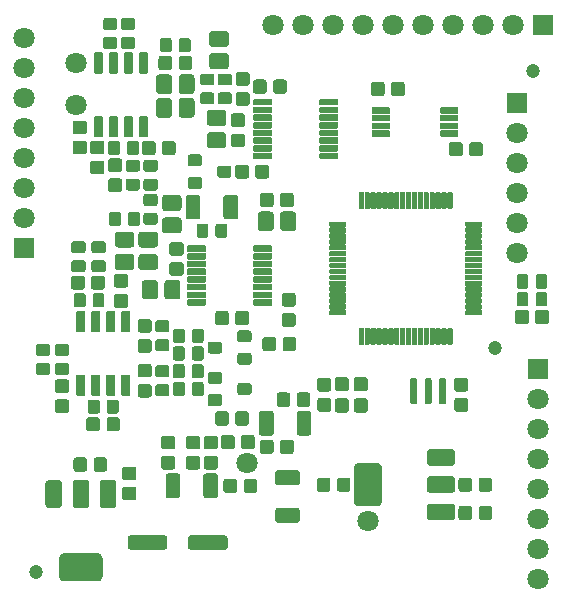
<source format=gbs>
G04 #@! TF.FileFunction,Soldermask,Bot*
%FSLAX46Y46*%
G04 Gerber Fmt 4.6, Leading zero omitted, Abs format (unit mm)*
G04 Created by KiCad (PCBNEW (2016-08-20 BZR 7083)-product) date Fri Jun  8 01:00:13 2018*
%MOMM*%
%LPD*%
G01*
G04 APERTURE LIST*
%ADD10C,0.100000*%
%ADD11C,1.200000*%
%ADD12C,1.800000*%
%ADD13R,1.800000X1.800000*%
G04 APERTURE END LIST*
D10*
G36*
X20392544Y42823892D02*
X20414871Y42820581D01*
X20436765Y42815096D01*
X20458017Y42807492D01*
X20478421Y42797842D01*
X20497781Y42786238D01*
X20515910Y42772792D01*
X20532635Y42757635D01*
X20547792Y42740910D01*
X20561238Y42722781D01*
X20572842Y42703421D01*
X20582492Y42683017D01*
X20590096Y42661765D01*
X20595581Y42639871D01*
X20598892Y42617544D01*
X20600000Y42595000D01*
X20600000Y41905000D01*
X20598892Y41882456D01*
X20595581Y41860129D01*
X20590096Y41838235D01*
X20582492Y41816983D01*
X20572842Y41796579D01*
X20561238Y41777219D01*
X20547792Y41759090D01*
X20532635Y41742365D01*
X20515910Y41727208D01*
X20497781Y41713762D01*
X20478421Y41702158D01*
X20458017Y41692508D01*
X20436765Y41684904D01*
X20414871Y41679419D01*
X20392544Y41676108D01*
X20370000Y41675000D01*
X19630000Y41675000D01*
X19607456Y41676108D01*
X19585129Y41679419D01*
X19563235Y41684904D01*
X19541983Y41692508D01*
X19521579Y41702158D01*
X19502219Y41713762D01*
X19484090Y41727208D01*
X19467365Y41742365D01*
X19452208Y41759090D01*
X19438762Y41777219D01*
X19427158Y41796579D01*
X19417508Y41816983D01*
X19409904Y41838235D01*
X19404419Y41860129D01*
X19401108Y41882456D01*
X19400000Y41905000D01*
X19400000Y42595000D01*
X19401108Y42617544D01*
X19404419Y42639871D01*
X19409904Y42661765D01*
X19417508Y42683017D01*
X19427158Y42703421D01*
X19438762Y42722781D01*
X19452208Y42740910D01*
X19467365Y42757635D01*
X19484090Y42772792D01*
X19502219Y42786238D01*
X19521579Y42797842D01*
X19541983Y42807492D01*
X19563235Y42815096D01*
X19585129Y42820581D01*
X19607456Y42823892D01*
X19630000Y42825000D01*
X20370000Y42825000D01*
X20392544Y42823892D01*
X20392544Y42823892D01*
G37*
G36*
X20392544Y44523892D02*
X20414871Y44520581D01*
X20436765Y44515096D01*
X20458017Y44507492D01*
X20478421Y44497842D01*
X20497781Y44486238D01*
X20515910Y44472792D01*
X20532635Y44457635D01*
X20547792Y44440910D01*
X20561238Y44422781D01*
X20572842Y44403421D01*
X20582492Y44383017D01*
X20590096Y44361765D01*
X20595581Y44339871D01*
X20598892Y44317544D01*
X20600000Y44295000D01*
X20600000Y43605000D01*
X20598892Y43582456D01*
X20595581Y43560129D01*
X20590096Y43538235D01*
X20582492Y43516983D01*
X20572842Y43496579D01*
X20561238Y43477219D01*
X20547792Y43459090D01*
X20532635Y43442365D01*
X20515910Y43427208D01*
X20497781Y43413762D01*
X20478421Y43402158D01*
X20458017Y43392508D01*
X20436765Y43384904D01*
X20414871Y43379419D01*
X20392544Y43376108D01*
X20370000Y43375000D01*
X19630000Y43375000D01*
X19607456Y43376108D01*
X19585129Y43379419D01*
X19563235Y43384904D01*
X19541983Y43392508D01*
X19521579Y43402158D01*
X19502219Y43413762D01*
X19484090Y43427208D01*
X19467365Y43442365D01*
X19452208Y43459090D01*
X19438762Y43477219D01*
X19427158Y43496579D01*
X19417508Y43516983D01*
X19409904Y43538235D01*
X19404419Y43560129D01*
X19401108Y43582456D01*
X19400000Y43605000D01*
X19400000Y44295000D01*
X19401108Y44317544D01*
X19404419Y44339871D01*
X19409904Y44361765D01*
X19417508Y44383017D01*
X19427158Y44403421D01*
X19438762Y44422781D01*
X19452208Y44440910D01*
X19467365Y44457635D01*
X19484090Y44472792D01*
X19502219Y44486238D01*
X19521579Y44497842D01*
X19541983Y44507492D01*
X19563235Y44515096D01*
X19585129Y44520581D01*
X19607456Y44523892D01*
X19630000Y44525000D01*
X20370000Y44525000D01*
X20392544Y44523892D01*
X20392544Y44523892D01*
G37*
G36*
X40168822Y24874567D02*
X40177558Y24873271D01*
X40186126Y24871125D01*
X40194442Y24868149D01*
X40202426Y24864373D01*
X40210001Y24859832D01*
X40217095Y24854571D01*
X40223640Y24848640D01*
X40229571Y24842095D01*
X40234832Y24835001D01*
X40239373Y24827426D01*
X40243149Y24819442D01*
X40246125Y24811126D01*
X40248271Y24802558D01*
X40249567Y24793822D01*
X40250000Y24785000D01*
X40250000Y24515000D01*
X40249567Y24506178D01*
X40248271Y24497442D01*
X40246125Y24488874D01*
X40243149Y24480558D01*
X40239373Y24472574D01*
X40234832Y24464999D01*
X40229571Y24457905D01*
X40223640Y24451360D01*
X40217095Y24445429D01*
X40210001Y24440168D01*
X40202426Y24435627D01*
X40194442Y24431851D01*
X40186126Y24428875D01*
X40177558Y24426729D01*
X40168822Y24425433D01*
X40160000Y24425000D01*
X38940000Y24425000D01*
X38931178Y24425433D01*
X38922442Y24426729D01*
X38913874Y24428875D01*
X38905558Y24431851D01*
X38897574Y24435627D01*
X38889999Y24440168D01*
X38882905Y24445429D01*
X38876360Y24451360D01*
X38870429Y24457905D01*
X38865168Y24464999D01*
X38860627Y24472574D01*
X38856851Y24480558D01*
X38853875Y24488874D01*
X38851729Y24497442D01*
X38850433Y24506178D01*
X38850000Y24515000D01*
X38850000Y24785000D01*
X38850433Y24793822D01*
X38851729Y24802558D01*
X38853875Y24811126D01*
X38856851Y24819442D01*
X38860627Y24827426D01*
X38865168Y24835001D01*
X38870429Y24842095D01*
X38876360Y24848640D01*
X38882905Y24854571D01*
X38889999Y24859832D01*
X38897574Y24864373D01*
X38905558Y24868149D01*
X38913874Y24871125D01*
X38922442Y24873271D01*
X38931178Y24874567D01*
X38940000Y24875000D01*
X40160000Y24875000D01*
X40168822Y24874567D01*
X40168822Y24874567D01*
G37*
G36*
X40168822Y24374567D02*
X40177558Y24373271D01*
X40186126Y24371125D01*
X40194442Y24368149D01*
X40202426Y24364373D01*
X40210001Y24359832D01*
X40217095Y24354571D01*
X40223640Y24348640D01*
X40229571Y24342095D01*
X40234832Y24335001D01*
X40239373Y24327426D01*
X40243149Y24319442D01*
X40246125Y24311126D01*
X40248271Y24302558D01*
X40249567Y24293822D01*
X40250000Y24285000D01*
X40250000Y24015000D01*
X40249567Y24006178D01*
X40248271Y23997442D01*
X40246125Y23988874D01*
X40243149Y23980558D01*
X40239373Y23972574D01*
X40234832Y23964999D01*
X40229571Y23957905D01*
X40223640Y23951360D01*
X40217095Y23945429D01*
X40210001Y23940168D01*
X40202426Y23935627D01*
X40194442Y23931851D01*
X40186126Y23928875D01*
X40177558Y23926729D01*
X40168822Y23925433D01*
X40160000Y23925000D01*
X38940000Y23925000D01*
X38931178Y23925433D01*
X38922442Y23926729D01*
X38913874Y23928875D01*
X38905558Y23931851D01*
X38897574Y23935627D01*
X38889999Y23940168D01*
X38882905Y23945429D01*
X38876360Y23951360D01*
X38870429Y23957905D01*
X38865168Y23964999D01*
X38860627Y23972574D01*
X38856851Y23980558D01*
X38853875Y23988874D01*
X38851729Y23997442D01*
X38850433Y24006178D01*
X38850000Y24015000D01*
X38850000Y24285000D01*
X38850433Y24293822D01*
X38851729Y24302558D01*
X38853875Y24311126D01*
X38856851Y24319442D01*
X38860627Y24327426D01*
X38865168Y24335001D01*
X38870429Y24342095D01*
X38876360Y24348640D01*
X38882905Y24354571D01*
X38889999Y24359832D01*
X38897574Y24364373D01*
X38905558Y24368149D01*
X38913874Y24371125D01*
X38922442Y24373271D01*
X38931178Y24374567D01*
X38940000Y24375000D01*
X40160000Y24375000D01*
X40168822Y24374567D01*
X40168822Y24374567D01*
G37*
G36*
X40168822Y25374567D02*
X40177558Y25373271D01*
X40186126Y25371125D01*
X40194442Y25368149D01*
X40202426Y25364373D01*
X40210001Y25359832D01*
X40217095Y25354571D01*
X40223640Y25348640D01*
X40229571Y25342095D01*
X40234832Y25335001D01*
X40239373Y25327426D01*
X40243149Y25319442D01*
X40246125Y25311126D01*
X40248271Y25302558D01*
X40249567Y25293822D01*
X40250000Y25285000D01*
X40250000Y25015000D01*
X40249567Y25006178D01*
X40248271Y24997442D01*
X40246125Y24988874D01*
X40243149Y24980558D01*
X40239373Y24972574D01*
X40234832Y24964999D01*
X40229571Y24957905D01*
X40223640Y24951360D01*
X40217095Y24945429D01*
X40210001Y24940168D01*
X40202426Y24935627D01*
X40194442Y24931851D01*
X40186126Y24928875D01*
X40177558Y24926729D01*
X40168822Y24925433D01*
X40160000Y24925000D01*
X38940000Y24925000D01*
X38931178Y24925433D01*
X38922442Y24926729D01*
X38913874Y24928875D01*
X38905558Y24931851D01*
X38897574Y24935627D01*
X38889999Y24940168D01*
X38882905Y24945429D01*
X38876360Y24951360D01*
X38870429Y24957905D01*
X38865168Y24964999D01*
X38860627Y24972574D01*
X38856851Y24980558D01*
X38853875Y24988874D01*
X38851729Y24997442D01*
X38850433Y25006178D01*
X38850000Y25015000D01*
X38850000Y25285000D01*
X38850433Y25293822D01*
X38851729Y25302558D01*
X38853875Y25311126D01*
X38856851Y25319442D01*
X38860627Y25327426D01*
X38865168Y25335001D01*
X38870429Y25342095D01*
X38876360Y25348640D01*
X38882905Y25354571D01*
X38889999Y25359832D01*
X38897574Y25364373D01*
X38905558Y25368149D01*
X38913874Y25371125D01*
X38922442Y25373271D01*
X38931178Y25374567D01*
X38940000Y25375000D01*
X40160000Y25375000D01*
X40168822Y25374567D01*
X40168822Y25374567D01*
G37*
G36*
X40168822Y25874567D02*
X40177558Y25873271D01*
X40186126Y25871125D01*
X40194442Y25868149D01*
X40202426Y25864373D01*
X40210001Y25859832D01*
X40217095Y25854571D01*
X40223640Y25848640D01*
X40229571Y25842095D01*
X40234832Y25835001D01*
X40239373Y25827426D01*
X40243149Y25819442D01*
X40246125Y25811126D01*
X40248271Y25802558D01*
X40249567Y25793822D01*
X40250000Y25785000D01*
X40250000Y25515000D01*
X40249567Y25506178D01*
X40248271Y25497442D01*
X40246125Y25488874D01*
X40243149Y25480558D01*
X40239373Y25472574D01*
X40234832Y25464999D01*
X40229571Y25457905D01*
X40223640Y25451360D01*
X40217095Y25445429D01*
X40210001Y25440168D01*
X40202426Y25435627D01*
X40194442Y25431851D01*
X40186126Y25428875D01*
X40177558Y25426729D01*
X40168822Y25425433D01*
X40160000Y25425000D01*
X38940000Y25425000D01*
X38931178Y25425433D01*
X38922442Y25426729D01*
X38913874Y25428875D01*
X38905558Y25431851D01*
X38897574Y25435627D01*
X38889999Y25440168D01*
X38882905Y25445429D01*
X38876360Y25451360D01*
X38870429Y25457905D01*
X38865168Y25464999D01*
X38860627Y25472574D01*
X38856851Y25480558D01*
X38853875Y25488874D01*
X38851729Y25497442D01*
X38850433Y25506178D01*
X38850000Y25515000D01*
X38850000Y25785000D01*
X38850433Y25793822D01*
X38851729Y25802558D01*
X38853875Y25811126D01*
X38856851Y25819442D01*
X38860627Y25827426D01*
X38865168Y25835001D01*
X38870429Y25842095D01*
X38876360Y25848640D01*
X38882905Y25854571D01*
X38889999Y25859832D01*
X38897574Y25864373D01*
X38905558Y25868149D01*
X38913874Y25871125D01*
X38922442Y25873271D01*
X38931178Y25874567D01*
X38940000Y25875000D01*
X40160000Y25875000D01*
X40168822Y25874567D01*
X40168822Y25874567D01*
G37*
G36*
X37193822Y34349567D02*
X37202558Y34348271D01*
X37211126Y34346125D01*
X37219442Y34343149D01*
X37227426Y34339373D01*
X37235001Y34334832D01*
X37242095Y34329571D01*
X37248640Y34323640D01*
X37254571Y34317095D01*
X37259832Y34310001D01*
X37264373Y34302426D01*
X37268149Y34294442D01*
X37271125Y34286126D01*
X37273271Y34277558D01*
X37274567Y34268822D01*
X37275000Y34260000D01*
X37275000Y33040000D01*
X37274567Y33031178D01*
X37273271Y33022442D01*
X37271125Y33013874D01*
X37268149Y33005558D01*
X37264373Y32997574D01*
X37259832Y32989999D01*
X37254571Y32982905D01*
X37248640Y32976360D01*
X37242095Y32970429D01*
X37235001Y32965168D01*
X37227426Y32960627D01*
X37219442Y32956851D01*
X37211126Y32953875D01*
X37202558Y32951729D01*
X37193822Y32950433D01*
X37185000Y32950000D01*
X36915000Y32950000D01*
X36906178Y32950433D01*
X36897442Y32951729D01*
X36888874Y32953875D01*
X36880558Y32956851D01*
X36872574Y32960627D01*
X36864999Y32965168D01*
X36857905Y32970429D01*
X36851360Y32976360D01*
X36845429Y32982905D01*
X36840168Y32989999D01*
X36835627Y32997574D01*
X36831851Y33005558D01*
X36828875Y33013874D01*
X36826729Y33022442D01*
X36825433Y33031178D01*
X36825000Y33040000D01*
X36825000Y34260000D01*
X36825433Y34268822D01*
X36826729Y34277558D01*
X36828875Y34286126D01*
X36831851Y34294442D01*
X36835627Y34302426D01*
X36840168Y34310001D01*
X36845429Y34317095D01*
X36851360Y34323640D01*
X36857905Y34329571D01*
X36864999Y34334832D01*
X36872574Y34339373D01*
X36880558Y34343149D01*
X36888874Y34346125D01*
X36897442Y34348271D01*
X36906178Y34349567D01*
X36915000Y34350000D01*
X37185000Y34350000D01*
X37193822Y34349567D01*
X37193822Y34349567D01*
G37*
G36*
X37693822Y34349567D02*
X37702558Y34348271D01*
X37711126Y34346125D01*
X37719442Y34343149D01*
X37727426Y34339373D01*
X37735001Y34334832D01*
X37742095Y34329571D01*
X37748640Y34323640D01*
X37754571Y34317095D01*
X37759832Y34310001D01*
X37764373Y34302426D01*
X37768149Y34294442D01*
X37771125Y34286126D01*
X37773271Y34277558D01*
X37774567Y34268822D01*
X37775000Y34260000D01*
X37775000Y33040000D01*
X37774567Y33031178D01*
X37773271Y33022442D01*
X37771125Y33013874D01*
X37768149Y33005558D01*
X37764373Y32997574D01*
X37759832Y32989999D01*
X37754571Y32982905D01*
X37748640Y32976360D01*
X37742095Y32970429D01*
X37735001Y32965168D01*
X37727426Y32960627D01*
X37719442Y32956851D01*
X37711126Y32953875D01*
X37702558Y32951729D01*
X37693822Y32950433D01*
X37685000Y32950000D01*
X37415000Y32950000D01*
X37406178Y32950433D01*
X37397442Y32951729D01*
X37388874Y32953875D01*
X37380558Y32956851D01*
X37372574Y32960627D01*
X37364999Y32965168D01*
X37357905Y32970429D01*
X37351360Y32976360D01*
X37345429Y32982905D01*
X37340168Y32989999D01*
X37335627Y32997574D01*
X37331851Y33005558D01*
X37328875Y33013874D01*
X37326729Y33022442D01*
X37325433Y33031178D01*
X37325000Y33040000D01*
X37325000Y34260000D01*
X37325433Y34268822D01*
X37326729Y34277558D01*
X37328875Y34286126D01*
X37331851Y34294442D01*
X37335627Y34302426D01*
X37340168Y34310001D01*
X37345429Y34317095D01*
X37351360Y34323640D01*
X37357905Y34329571D01*
X37364999Y34334832D01*
X37372574Y34339373D01*
X37380558Y34343149D01*
X37388874Y34346125D01*
X37397442Y34348271D01*
X37406178Y34349567D01*
X37415000Y34350000D01*
X37685000Y34350000D01*
X37693822Y34349567D01*
X37693822Y34349567D01*
G37*
G36*
X36693822Y34349567D02*
X36702558Y34348271D01*
X36711126Y34346125D01*
X36719442Y34343149D01*
X36727426Y34339373D01*
X36735001Y34334832D01*
X36742095Y34329571D01*
X36748640Y34323640D01*
X36754571Y34317095D01*
X36759832Y34310001D01*
X36764373Y34302426D01*
X36768149Y34294442D01*
X36771125Y34286126D01*
X36773271Y34277558D01*
X36774567Y34268822D01*
X36775000Y34260000D01*
X36775000Y33040000D01*
X36774567Y33031178D01*
X36773271Y33022442D01*
X36771125Y33013874D01*
X36768149Y33005558D01*
X36764373Y32997574D01*
X36759832Y32989999D01*
X36754571Y32982905D01*
X36748640Y32976360D01*
X36742095Y32970429D01*
X36735001Y32965168D01*
X36727426Y32960627D01*
X36719442Y32956851D01*
X36711126Y32953875D01*
X36702558Y32951729D01*
X36693822Y32950433D01*
X36685000Y32950000D01*
X36415000Y32950000D01*
X36406178Y32950433D01*
X36397442Y32951729D01*
X36388874Y32953875D01*
X36380558Y32956851D01*
X36372574Y32960627D01*
X36364999Y32965168D01*
X36357905Y32970429D01*
X36351360Y32976360D01*
X36345429Y32982905D01*
X36340168Y32989999D01*
X36335627Y32997574D01*
X36331851Y33005558D01*
X36328875Y33013874D01*
X36326729Y33022442D01*
X36325433Y33031178D01*
X36325000Y33040000D01*
X36325000Y34260000D01*
X36325433Y34268822D01*
X36326729Y34277558D01*
X36328875Y34286126D01*
X36331851Y34294442D01*
X36335627Y34302426D01*
X36340168Y34310001D01*
X36345429Y34317095D01*
X36351360Y34323640D01*
X36357905Y34329571D01*
X36364999Y34334832D01*
X36372574Y34339373D01*
X36380558Y34343149D01*
X36388874Y34346125D01*
X36397442Y34348271D01*
X36406178Y34349567D01*
X36415000Y34350000D01*
X36685000Y34350000D01*
X36693822Y34349567D01*
X36693822Y34349567D01*
G37*
G36*
X36193822Y34349567D02*
X36202558Y34348271D01*
X36211126Y34346125D01*
X36219442Y34343149D01*
X36227426Y34339373D01*
X36235001Y34334832D01*
X36242095Y34329571D01*
X36248640Y34323640D01*
X36254571Y34317095D01*
X36259832Y34310001D01*
X36264373Y34302426D01*
X36268149Y34294442D01*
X36271125Y34286126D01*
X36273271Y34277558D01*
X36274567Y34268822D01*
X36275000Y34260000D01*
X36275000Y33040000D01*
X36274567Y33031178D01*
X36273271Y33022442D01*
X36271125Y33013874D01*
X36268149Y33005558D01*
X36264373Y32997574D01*
X36259832Y32989999D01*
X36254571Y32982905D01*
X36248640Y32976360D01*
X36242095Y32970429D01*
X36235001Y32965168D01*
X36227426Y32960627D01*
X36219442Y32956851D01*
X36211126Y32953875D01*
X36202558Y32951729D01*
X36193822Y32950433D01*
X36185000Y32950000D01*
X35915000Y32950000D01*
X35906178Y32950433D01*
X35897442Y32951729D01*
X35888874Y32953875D01*
X35880558Y32956851D01*
X35872574Y32960627D01*
X35864999Y32965168D01*
X35857905Y32970429D01*
X35851360Y32976360D01*
X35845429Y32982905D01*
X35840168Y32989999D01*
X35835627Y32997574D01*
X35831851Y33005558D01*
X35828875Y33013874D01*
X35826729Y33022442D01*
X35825433Y33031178D01*
X35825000Y33040000D01*
X35825000Y34260000D01*
X35825433Y34268822D01*
X35826729Y34277558D01*
X35828875Y34286126D01*
X35831851Y34294442D01*
X35835627Y34302426D01*
X35840168Y34310001D01*
X35845429Y34317095D01*
X35851360Y34323640D01*
X35857905Y34329571D01*
X35864999Y34334832D01*
X35872574Y34339373D01*
X35880558Y34343149D01*
X35888874Y34346125D01*
X35897442Y34348271D01*
X35906178Y34349567D01*
X35915000Y34350000D01*
X36185000Y34350000D01*
X36193822Y34349567D01*
X36193822Y34349567D01*
G37*
G36*
X34193822Y34349567D02*
X34202558Y34348271D01*
X34211126Y34346125D01*
X34219442Y34343149D01*
X34227426Y34339373D01*
X34235001Y34334832D01*
X34242095Y34329571D01*
X34248640Y34323640D01*
X34254571Y34317095D01*
X34259832Y34310001D01*
X34264373Y34302426D01*
X34268149Y34294442D01*
X34271125Y34286126D01*
X34273271Y34277558D01*
X34274567Y34268822D01*
X34275000Y34260000D01*
X34275000Y33040000D01*
X34274567Y33031178D01*
X34273271Y33022442D01*
X34271125Y33013874D01*
X34268149Y33005558D01*
X34264373Y32997574D01*
X34259832Y32989999D01*
X34254571Y32982905D01*
X34248640Y32976360D01*
X34242095Y32970429D01*
X34235001Y32965168D01*
X34227426Y32960627D01*
X34219442Y32956851D01*
X34211126Y32953875D01*
X34202558Y32951729D01*
X34193822Y32950433D01*
X34185000Y32950000D01*
X33915000Y32950000D01*
X33906178Y32950433D01*
X33897442Y32951729D01*
X33888874Y32953875D01*
X33880558Y32956851D01*
X33872574Y32960627D01*
X33864999Y32965168D01*
X33857905Y32970429D01*
X33851360Y32976360D01*
X33845429Y32982905D01*
X33840168Y32989999D01*
X33835627Y32997574D01*
X33831851Y33005558D01*
X33828875Y33013874D01*
X33826729Y33022442D01*
X33825433Y33031178D01*
X33825000Y33040000D01*
X33825000Y34260000D01*
X33825433Y34268822D01*
X33826729Y34277558D01*
X33828875Y34286126D01*
X33831851Y34294442D01*
X33835627Y34302426D01*
X33840168Y34310001D01*
X33845429Y34317095D01*
X33851360Y34323640D01*
X33857905Y34329571D01*
X33864999Y34334832D01*
X33872574Y34339373D01*
X33880558Y34343149D01*
X33888874Y34346125D01*
X33897442Y34348271D01*
X33906178Y34349567D01*
X33915000Y34350000D01*
X34185000Y34350000D01*
X34193822Y34349567D01*
X34193822Y34349567D01*
G37*
G36*
X34693822Y34349567D02*
X34702558Y34348271D01*
X34711126Y34346125D01*
X34719442Y34343149D01*
X34727426Y34339373D01*
X34735001Y34334832D01*
X34742095Y34329571D01*
X34748640Y34323640D01*
X34754571Y34317095D01*
X34759832Y34310001D01*
X34764373Y34302426D01*
X34768149Y34294442D01*
X34771125Y34286126D01*
X34773271Y34277558D01*
X34774567Y34268822D01*
X34775000Y34260000D01*
X34775000Y33040000D01*
X34774567Y33031178D01*
X34773271Y33022442D01*
X34771125Y33013874D01*
X34768149Y33005558D01*
X34764373Y32997574D01*
X34759832Y32989999D01*
X34754571Y32982905D01*
X34748640Y32976360D01*
X34742095Y32970429D01*
X34735001Y32965168D01*
X34727426Y32960627D01*
X34719442Y32956851D01*
X34711126Y32953875D01*
X34702558Y32951729D01*
X34693822Y32950433D01*
X34685000Y32950000D01*
X34415000Y32950000D01*
X34406178Y32950433D01*
X34397442Y32951729D01*
X34388874Y32953875D01*
X34380558Y32956851D01*
X34372574Y32960627D01*
X34364999Y32965168D01*
X34357905Y32970429D01*
X34351360Y32976360D01*
X34345429Y32982905D01*
X34340168Y32989999D01*
X34335627Y32997574D01*
X34331851Y33005558D01*
X34328875Y33013874D01*
X34326729Y33022442D01*
X34325433Y33031178D01*
X34325000Y33040000D01*
X34325000Y34260000D01*
X34325433Y34268822D01*
X34326729Y34277558D01*
X34328875Y34286126D01*
X34331851Y34294442D01*
X34335627Y34302426D01*
X34340168Y34310001D01*
X34345429Y34317095D01*
X34351360Y34323640D01*
X34357905Y34329571D01*
X34364999Y34334832D01*
X34372574Y34339373D01*
X34380558Y34343149D01*
X34388874Y34346125D01*
X34397442Y34348271D01*
X34406178Y34349567D01*
X34415000Y34350000D01*
X34685000Y34350000D01*
X34693822Y34349567D01*
X34693822Y34349567D01*
G37*
G36*
X35693822Y34349567D02*
X35702558Y34348271D01*
X35711126Y34346125D01*
X35719442Y34343149D01*
X35727426Y34339373D01*
X35735001Y34334832D01*
X35742095Y34329571D01*
X35748640Y34323640D01*
X35754571Y34317095D01*
X35759832Y34310001D01*
X35764373Y34302426D01*
X35768149Y34294442D01*
X35771125Y34286126D01*
X35773271Y34277558D01*
X35774567Y34268822D01*
X35775000Y34260000D01*
X35775000Y33040000D01*
X35774567Y33031178D01*
X35773271Y33022442D01*
X35771125Y33013874D01*
X35768149Y33005558D01*
X35764373Y32997574D01*
X35759832Y32989999D01*
X35754571Y32982905D01*
X35748640Y32976360D01*
X35742095Y32970429D01*
X35735001Y32965168D01*
X35727426Y32960627D01*
X35719442Y32956851D01*
X35711126Y32953875D01*
X35702558Y32951729D01*
X35693822Y32950433D01*
X35685000Y32950000D01*
X35415000Y32950000D01*
X35406178Y32950433D01*
X35397442Y32951729D01*
X35388874Y32953875D01*
X35380558Y32956851D01*
X35372574Y32960627D01*
X35364999Y32965168D01*
X35357905Y32970429D01*
X35351360Y32976360D01*
X35345429Y32982905D01*
X35340168Y32989999D01*
X35335627Y32997574D01*
X35331851Y33005558D01*
X35328875Y33013874D01*
X35326729Y33022442D01*
X35325433Y33031178D01*
X35325000Y33040000D01*
X35325000Y34260000D01*
X35325433Y34268822D01*
X35326729Y34277558D01*
X35328875Y34286126D01*
X35331851Y34294442D01*
X35335627Y34302426D01*
X35340168Y34310001D01*
X35345429Y34317095D01*
X35351360Y34323640D01*
X35357905Y34329571D01*
X35364999Y34334832D01*
X35372574Y34339373D01*
X35380558Y34343149D01*
X35388874Y34346125D01*
X35397442Y34348271D01*
X35406178Y34349567D01*
X35415000Y34350000D01*
X35685000Y34350000D01*
X35693822Y34349567D01*
X35693822Y34349567D01*
G37*
G36*
X35193822Y34349567D02*
X35202558Y34348271D01*
X35211126Y34346125D01*
X35219442Y34343149D01*
X35227426Y34339373D01*
X35235001Y34334832D01*
X35242095Y34329571D01*
X35248640Y34323640D01*
X35254571Y34317095D01*
X35259832Y34310001D01*
X35264373Y34302426D01*
X35268149Y34294442D01*
X35271125Y34286126D01*
X35273271Y34277558D01*
X35274567Y34268822D01*
X35275000Y34260000D01*
X35275000Y33040000D01*
X35274567Y33031178D01*
X35273271Y33022442D01*
X35271125Y33013874D01*
X35268149Y33005558D01*
X35264373Y32997574D01*
X35259832Y32989999D01*
X35254571Y32982905D01*
X35248640Y32976360D01*
X35242095Y32970429D01*
X35235001Y32965168D01*
X35227426Y32960627D01*
X35219442Y32956851D01*
X35211126Y32953875D01*
X35202558Y32951729D01*
X35193822Y32950433D01*
X35185000Y32950000D01*
X34915000Y32950000D01*
X34906178Y32950433D01*
X34897442Y32951729D01*
X34888874Y32953875D01*
X34880558Y32956851D01*
X34872574Y32960627D01*
X34864999Y32965168D01*
X34857905Y32970429D01*
X34851360Y32976360D01*
X34845429Y32982905D01*
X34840168Y32989999D01*
X34835627Y32997574D01*
X34831851Y33005558D01*
X34828875Y33013874D01*
X34826729Y33022442D01*
X34825433Y33031178D01*
X34825000Y33040000D01*
X34825000Y34260000D01*
X34825433Y34268822D01*
X34826729Y34277558D01*
X34828875Y34286126D01*
X34831851Y34294442D01*
X34835627Y34302426D01*
X34840168Y34310001D01*
X34845429Y34317095D01*
X34851360Y34323640D01*
X34857905Y34329571D01*
X34864999Y34334832D01*
X34872574Y34339373D01*
X34880558Y34343149D01*
X34888874Y34346125D01*
X34897442Y34348271D01*
X34906178Y34349567D01*
X34915000Y34350000D01*
X35185000Y34350000D01*
X35193822Y34349567D01*
X35193822Y34349567D01*
G37*
G36*
X33193822Y34349567D02*
X33202558Y34348271D01*
X33211126Y34346125D01*
X33219442Y34343149D01*
X33227426Y34339373D01*
X33235001Y34334832D01*
X33242095Y34329571D01*
X33248640Y34323640D01*
X33254571Y34317095D01*
X33259832Y34310001D01*
X33264373Y34302426D01*
X33268149Y34294442D01*
X33271125Y34286126D01*
X33273271Y34277558D01*
X33274567Y34268822D01*
X33275000Y34260000D01*
X33275000Y33040000D01*
X33274567Y33031178D01*
X33273271Y33022442D01*
X33271125Y33013874D01*
X33268149Y33005558D01*
X33264373Y32997574D01*
X33259832Y32989999D01*
X33254571Y32982905D01*
X33248640Y32976360D01*
X33242095Y32970429D01*
X33235001Y32965168D01*
X33227426Y32960627D01*
X33219442Y32956851D01*
X33211126Y32953875D01*
X33202558Y32951729D01*
X33193822Y32950433D01*
X33185000Y32950000D01*
X32915000Y32950000D01*
X32906178Y32950433D01*
X32897442Y32951729D01*
X32888874Y32953875D01*
X32880558Y32956851D01*
X32872574Y32960627D01*
X32864999Y32965168D01*
X32857905Y32970429D01*
X32851360Y32976360D01*
X32845429Y32982905D01*
X32840168Y32989999D01*
X32835627Y32997574D01*
X32831851Y33005558D01*
X32828875Y33013874D01*
X32826729Y33022442D01*
X32825433Y33031178D01*
X32825000Y33040000D01*
X32825000Y34260000D01*
X32825433Y34268822D01*
X32826729Y34277558D01*
X32828875Y34286126D01*
X32831851Y34294442D01*
X32835627Y34302426D01*
X32840168Y34310001D01*
X32845429Y34317095D01*
X32851360Y34323640D01*
X32857905Y34329571D01*
X32864999Y34334832D01*
X32872574Y34339373D01*
X32880558Y34343149D01*
X32888874Y34346125D01*
X32897442Y34348271D01*
X32906178Y34349567D01*
X32915000Y34350000D01*
X33185000Y34350000D01*
X33193822Y34349567D01*
X33193822Y34349567D01*
G37*
G36*
X33693822Y34349567D02*
X33702558Y34348271D01*
X33711126Y34346125D01*
X33719442Y34343149D01*
X33727426Y34339373D01*
X33735001Y34334832D01*
X33742095Y34329571D01*
X33748640Y34323640D01*
X33754571Y34317095D01*
X33759832Y34310001D01*
X33764373Y34302426D01*
X33768149Y34294442D01*
X33771125Y34286126D01*
X33773271Y34277558D01*
X33774567Y34268822D01*
X33775000Y34260000D01*
X33775000Y33040000D01*
X33774567Y33031178D01*
X33773271Y33022442D01*
X33771125Y33013874D01*
X33768149Y33005558D01*
X33764373Y32997574D01*
X33759832Y32989999D01*
X33754571Y32982905D01*
X33748640Y32976360D01*
X33742095Y32970429D01*
X33735001Y32965168D01*
X33727426Y32960627D01*
X33719442Y32956851D01*
X33711126Y32953875D01*
X33702558Y32951729D01*
X33693822Y32950433D01*
X33685000Y32950000D01*
X33415000Y32950000D01*
X33406178Y32950433D01*
X33397442Y32951729D01*
X33388874Y32953875D01*
X33380558Y32956851D01*
X33372574Y32960627D01*
X33364999Y32965168D01*
X33357905Y32970429D01*
X33351360Y32976360D01*
X33345429Y32982905D01*
X33340168Y32989999D01*
X33335627Y32997574D01*
X33331851Y33005558D01*
X33328875Y33013874D01*
X33326729Y33022442D01*
X33325433Y33031178D01*
X33325000Y33040000D01*
X33325000Y34260000D01*
X33325433Y34268822D01*
X33326729Y34277558D01*
X33328875Y34286126D01*
X33331851Y34294442D01*
X33335627Y34302426D01*
X33340168Y34310001D01*
X33345429Y34317095D01*
X33351360Y34323640D01*
X33357905Y34329571D01*
X33364999Y34334832D01*
X33372574Y34339373D01*
X33380558Y34343149D01*
X33388874Y34346125D01*
X33397442Y34348271D01*
X33406178Y34349567D01*
X33415000Y34350000D01*
X33685000Y34350000D01*
X33693822Y34349567D01*
X33693822Y34349567D01*
G37*
G36*
X32693822Y34349567D02*
X32702558Y34348271D01*
X32711126Y34346125D01*
X32719442Y34343149D01*
X32727426Y34339373D01*
X32735001Y34334832D01*
X32742095Y34329571D01*
X32748640Y34323640D01*
X32754571Y34317095D01*
X32759832Y34310001D01*
X32764373Y34302426D01*
X32768149Y34294442D01*
X32771125Y34286126D01*
X32773271Y34277558D01*
X32774567Y34268822D01*
X32775000Y34260000D01*
X32775000Y33040000D01*
X32774567Y33031178D01*
X32773271Y33022442D01*
X32771125Y33013874D01*
X32768149Y33005558D01*
X32764373Y32997574D01*
X32759832Y32989999D01*
X32754571Y32982905D01*
X32748640Y32976360D01*
X32742095Y32970429D01*
X32735001Y32965168D01*
X32727426Y32960627D01*
X32719442Y32956851D01*
X32711126Y32953875D01*
X32702558Y32951729D01*
X32693822Y32950433D01*
X32685000Y32950000D01*
X32415000Y32950000D01*
X32406178Y32950433D01*
X32397442Y32951729D01*
X32388874Y32953875D01*
X32380558Y32956851D01*
X32372574Y32960627D01*
X32364999Y32965168D01*
X32357905Y32970429D01*
X32351360Y32976360D01*
X32345429Y32982905D01*
X32340168Y32989999D01*
X32335627Y32997574D01*
X32331851Y33005558D01*
X32328875Y33013874D01*
X32326729Y33022442D01*
X32325433Y33031178D01*
X32325000Y33040000D01*
X32325000Y34260000D01*
X32325433Y34268822D01*
X32326729Y34277558D01*
X32328875Y34286126D01*
X32331851Y34294442D01*
X32335627Y34302426D01*
X32340168Y34310001D01*
X32345429Y34317095D01*
X32351360Y34323640D01*
X32357905Y34329571D01*
X32364999Y34334832D01*
X32372574Y34339373D01*
X32380558Y34343149D01*
X32388874Y34346125D01*
X32397442Y34348271D01*
X32406178Y34349567D01*
X32415000Y34350000D01*
X32685000Y34350000D01*
X32693822Y34349567D01*
X32693822Y34349567D01*
G37*
G36*
X32193822Y34349567D02*
X32202558Y34348271D01*
X32211126Y34346125D01*
X32219442Y34343149D01*
X32227426Y34339373D01*
X32235001Y34334832D01*
X32242095Y34329571D01*
X32248640Y34323640D01*
X32254571Y34317095D01*
X32259832Y34310001D01*
X32264373Y34302426D01*
X32268149Y34294442D01*
X32271125Y34286126D01*
X32273271Y34277558D01*
X32274567Y34268822D01*
X32275000Y34260000D01*
X32275000Y33040000D01*
X32274567Y33031178D01*
X32273271Y33022442D01*
X32271125Y33013874D01*
X32268149Y33005558D01*
X32264373Y32997574D01*
X32259832Y32989999D01*
X32254571Y32982905D01*
X32248640Y32976360D01*
X32242095Y32970429D01*
X32235001Y32965168D01*
X32227426Y32960627D01*
X32219442Y32956851D01*
X32211126Y32953875D01*
X32202558Y32951729D01*
X32193822Y32950433D01*
X32185000Y32950000D01*
X31915000Y32950000D01*
X31906178Y32950433D01*
X31897442Y32951729D01*
X31888874Y32953875D01*
X31880558Y32956851D01*
X31872574Y32960627D01*
X31864999Y32965168D01*
X31857905Y32970429D01*
X31851360Y32976360D01*
X31845429Y32982905D01*
X31840168Y32989999D01*
X31835627Y32997574D01*
X31831851Y33005558D01*
X31828875Y33013874D01*
X31826729Y33022442D01*
X31825433Y33031178D01*
X31825000Y33040000D01*
X31825000Y34260000D01*
X31825433Y34268822D01*
X31826729Y34277558D01*
X31828875Y34286126D01*
X31831851Y34294442D01*
X31835627Y34302426D01*
X31840168Y34310001D01*
X31845429Y34317095D01*
X31851360Y34323640D01*
X31857905Y34329571D01*
X31864999Y34334832D01*
X31872574Y34339373D01*
X31880558Y34343149D01*
X31888874Y34346125D01*
X31897442Y34348271D01*
X31906178Y34349567D01*
X31915000Y34350000D01*
X32185000Y34350000D01*
X32193822Y34349567D01*
X32193822Y34349567D01*
G37*
G36*
X40168822Y31874567D02*
X40177558Y31873271D01*
X40186126Y31871125D01*
X40194442Y31868149D01*
X40202426Y31864373D01*
X40210001Y31859832D01*
X40217095Y31854571D01*
X40223640Y31848640D01*
X40229571Y31842095D01*
X40234832Y31835001D01*
X40239373Y31827426D01*
X40243149Y31819442D01*
X40246125Y31811126D01*
X40248271Y31802558D01*
X40249567Y31793822D01*
X40250000Y31785000D01*
X40250000Y31515000D01*
X40249567Y31506178D01*
X40248271Y31497442D01*
X40246125Y31488874D01*
X40243149Y31480558D01*
X40239373Y31472574D01*
X40234832Y31464999D01*
X40229571Y31457905D01*
X40223640Y31451360D01*
X40217095Y31445429D01*
X40210001Y31440168D01*
X40202426Y31435627D01*
X40194442Y31431851D01*
X40186126Y31428875D01*
X40177558Y31426729D01*
X40168822Y31425433D01*
X40160000Y31425000D01*
X38940000Y31425000D01*
X38931178Y31425433D01*
X38922442Y31426729D01*
X38913874Y31428875D01*
X38905558Y31431851D01*
X38897574Y31435627D01*
X38889999Y31440168D01*
X38882905Y31445429D01*
X38876360Y31451360D01*
X38870429Y31457905D01*
X38865168Y31464999D01*
X38860627Y31472574D01*
X38856851Y31480558D01*
X38853875Y31488874D01*
X38851729Y31497442D01*
X38850433Y31506178D01*
X38850000Y31515000D01*
X38850000Y31785000D01*
X38850433Y31793822D01*
X38851729Y31802558D01*
X38853875Y31811126D01*
X38856851Y31819442D01*
X38860627Y31827426D01*
X38865168Y31835001D01*
X38870429Y31842095D01*
X38876360Y31848640D01*
X38882905Y31854571D01*
X38889999Y31859832D01*
X38897574Y31864373D01*
X38905558Y31868149D01*
X38913874Y31871125D01*
X38922442Y31873271D01*
X38931178Y31874567D01*
X38940000Y31875000D01*
X40160000Y31875000D01*
X40168822Y31874567D01*
X40168822Y31874567D01*
G37*
G36*
X40168822Y31374567D02*
X40177558Y31373271D01*
X40186126Y31371125D01*
X40194442Y31368149D01*
X40202426Y31364373D01*
X40210001Y31359832D01*
X40217095Y31354571D01*
X40223640Y31348640D01*
X40229571Y31342095D01*
X40234832Y31335001D01*
X40239373Y31327426D01*
X40243149Y31319442D01*
X40246125Y31311126D01*
X40248271Y31302558D01*
X40249567Y31293822D01*
X40250000Y31285000D01*
X40250000Y31015000D01*
X40249567Y31006178D01*
X40248271Y30997442D01*
X40246125Y30988874D01*
X40243149Y30980558D01*
X40239373Y30972574D01*
X40234832Y30964999D01*
X40229571Y30957905D01*
X40223640Y30951360D01*
X40217095Y30945429D01*
X40210001Y30940168D01*
X40202426Y30935627D01*
X40194442Y30931851D01*
X40186126Y30928875D01*
X40177558Y30926729D01*
X40168822Y30925433D01*
X40160000Y30925000D01*
X38940000Y30925000D01*
X38931178Y30925433D01*
X38922442Y30926729D01*
X38913874Y30928875D01*
X38905558Y30931851D01*
X38897574Y30935627D01*
X38889999Y30940168D01*
X38882905Y30945429D01*
X38876360Y30951360D01*
X38870429Y30957905D01*
X38865168Y30964999D01*
X38860627Y30972574D01*
X38856851Y30980558D01*
X38853875Y30988874D01*
X38851729Y30997442D01*
X38850433Y31006178D01*
X38850000Y31015000D01*
X38850000Y31285000D01*
X38850433Y31293822D01*
X38851729Y31302558D01*
X38853875Y31311126D01*
X38856851Y31319442D01*
X38860627Y31327426D01*
X38865168Y31335001D01*
X38870429Y31342095D01*
X38876360Y31348640D01*
X38882905Y31354571D01*
X38889999Y31359832D01*
X38897574Y31364373D01*
X38905558Y31368149D01*
X38913874Y31371125D01*
X38922442Y31373271D01*
X38931178Y31374567D01*
X38940000Y31375000D01*
X40160000Y31375000D01*
X40168822Y31374567D01*
X40168822Y31374567D01*
G37*
G36*
X40168822Y30374567D02*
X40177558Y30373271D01*
X40186126Y30371125D01*
X40194442Y30368149D01*
X40202426Y30364373D01*
X40210001Y30359832D01*
X40217095Y30354571D01*
X40223640Y30348640D01*
X40229571Y30342095D01*
X40234832Y30335001D01*
X40239373Y30327426D01*
X40243149Y30319442D01*
X40246125Y30311126D01*
X40248271Y30302558D01*
X40249567Y30293822D01*
X40250000Y30285000D01*
X40250000Y30015000D01*
X40249567Y30006178D01*
X40248271Y29997442D01*
X40246125Y29988874D01*
X40243149Y29980558D01*
X40239373Y29972574D01*
X40234832Y29964999D01*
X40229571Y29957905D01*
X40223640Y29951360D01*
X40217095Y29945429D01*
X40210001Y29940168D01*
X40202426Y29935627D01*
X40194442Y29931851D01*
X40186126Y29928875D01*
X40177558Y29926729D01*
X40168822Y29925433D01*
X40160000Y29925000D01*
X38940000Y29925000D01*
X38931178Y29925433D01*
X38922442Y29926729D01*
X38913874Y29928875D01*
X38905558Y29931851D01*
X38897574Y29935627D01*
X38889999Y29940168D01*
X38882905Y29945429D01*
X38876360Y29951360D01*
X38870429Y29957905D01*
X38865168Y29964999D01*
X38860627Y29972574D01*
X38856851Y29980558D01*
X38853875Y29988874D01*
X38851729Y29997442D01*
X38850433Y30006178D01*
X38850000Y30015000D01*
X38850000Y30285000D01*
X38850433Y30293822D01*
X38851729Y30302558D01*
X38853875Y30311126D01*
X38856851Y30319442D01*
X38860627Y30327426D01*
X38865168Y30335001D01*
X38870429Y30342095D01*
X38876360Y30348640D01*
X38882905Y30354571D01*
X38889999Y30359832D01*
X38897574Y30364373D01*
X38905558Y30368149D01*
X38913874Y30371125D01*
X38922442Y30373271D01*
X38931178Y30374567D01*
X38940000Y30375000D01*
X40160000Y30375000D01*
X40168822Y30374567D01*
X40168822Y30374567D01*
G37*
G36*
X40168822Y30874567D02*
X40177558Y30873271D01*
X40186126Y30871125D01*
X40194442Y30868149D01*
X40202426Y30864373D01*
X40210001Y30859832D01*
X40217095Y30854571D01*
X40223640Y30848640D01*
X40229571Y30842095D01*
X40234832Y30835001D01*
X40239373Y30827426D01*
X40243149Y30819442D01*
X40246125Y30811126D01*
X40248271Y30802558D01*
X40249567Y30793822D01*
X40250000Y30785000D01*
X40250000Y30515000D01*
X40249567Y30506178D01*
X40248271Y30497442D01*
X40246125Y30488874D01*
X40243149Y30480558D01*
X40239373Y30472574D01*
X40234832Y30464999D01*
X40229571Y30457905D01*
X40223640Y30451360D01*
X40217095Y30445429D01*
X40210001Y30440168D01*
X40202426Y30435627D01*
X40194442Y30431851D01*
X40186126Y30428875D01*
X40177558Y30426729D01*
X40168822Y30425433D01*
X40160000Y30425000D01*
X38940000Y30425000D01*
X38931178Y30425433D01*
X38922442Y30426729D01*
X38913874Y30428875D01*
X38905558Y30431851D01*
X38897574Y30435627D01*
X38889999Y30440168D01*
X38882905Y30445429D01*
X38876360Y30451360D01*
X38870429Y30457905D01*
X38865168Y30464999D01*
X38860627Y30472574D01*
X38856851Y30480558D01*
X38853875Y30488874D01*
X38851729Y30497442D01*
X38850433Y30506178D01*
X38850000Y30515000D01*
X38850000Y30785000D01*
X38850433Y30793822D01*
X38851729Y30802558D01*
X38853875Y30811126D01*
X38856851Y30819442D01*
X38860627Y30827426D01*
X38865168Y30835001D01*
X38870429Y30842095D01*
X38876360Y30848640D01*
X38882905Y30854571D01*
X38889999Y30859832D01*
X38897574Y30864373D01*
X38905558Y30868149D01*
X38913874Y30871125D01*
X38922442Y30873271D01*
X38931178Y30874567D01*
X38940000Y30875000D01*
X40160000Y30875000D01*
X40168822Y30874567D01*
X40168822Y30874567D01*
G37*
G36*
X40168822Y28874567D02*
X40177558Y28873271D01*
X40186126Y28871125D01*
X40194442Y28868149D01*
X40202426Y28864373D01*
X40210001Y28859832D01*
X40217095Y28854571D01*
X40223640Y28848640D01*
X40229571Y28842095D01*
X40234832Y28835001D01*
X40239373Y28827426D01*
X40243149Y28819442D01*
X40246125Y28811126D01*
X40248271Y28802558D01*
X40249567Y28793822D01*
X40250000Y28785000D01*
X40250000Y28515000D01*
X40249567Y28506178D01*
X40248271Y28497442D01*
X40246125Y28488874D01*
X40243149Y28480558D01*
X40239373Y28472574D01*
X40234832Y28464999D01*
X40229571Y28457905D01*
X40223640Y28451360D01*
X40217095Y28445429D01*
X40210001Y28440168D01*
X40202426Y28435627D01*
X40194442Y28431851D01*
X40186126Y28428875D01*
X40177558Y28426729D01*
X40168822Y28425433D01*
X40160000Y28425000D01*
X38940000Y28425000D01*
X38931178Y28425433D01*
X38922442Y28426729D01*
X38913874Y28428875D01*
X38905558Y28431851D01*
X38897574Y28435627D01*
X38889999Y28440168D01*
X38882905Y28445429D01*
X38876360Y28451360D01*
X38870429Y28457905D01*
X38865168Y28464999D01*
X38860627Y28472574D01*
X38856851Y28480558D01*
X38853875Y28488874D01*
X38851729Y28497442D01*
X38850433Y28506178D01*
X38850000Y28515000D01*
X38850000Y28785000D01*
X38850433Y28793822D01*
X38851729Y28802558D01*
X38853875Y28811126D01*
X38856851Y28819442D01*
X38860627Y28827426D01*
X38865168Y28835001D01*
X38870429Y28842095D01*
X38876360Y28848640D01*
X38882905Y28854571D01*
X38889999Y28859832D01*
X38897574Y28864373D01*
X38905558Y28868149D01*
X38913874Y28871125D01*
X38922442Y28873271D01*
X38931178Y28874567D01*
X38940000Y28875000D01*
X40160000Y28875000D01*
X40168822Y28874567D01*
X40168822Y28874567D01*
G37*
G36*
X40168822Y28374567D02*
X40177558Y28373271D01*
X40186126Y28371125D01*
X40194442Y28368149D01*
X40202426Y28364373D01*
X40210001Y28359832D01*
X40217095Y28354571D01*
X40223640Y28348640D01*
X40229571Y28342095D01*
X40234832Y28335001D01*
X40239373Y28327426D01*
X40243149Y28319442D01*
X40246125Y28311126D01*
X40248271Y28302558D01*
X40249567Y28293822D01*
X40250000Y28285000D01*
X40250000Y28015000D01*
X40249567Y28006178D01*
X40248271Y27997442D01*
X40246125Y27988874D01*
X40243149Y27980558D01*
X40239373Y27972574D01*
X40234832Y27964999D01*
X40229571Y27957905D01*
X40223640Y27951360D01*
X40217095Y27945429D01*
X40210001Y27940168D01*
X40202426Y27935627D01*
X40194442Y27931851D01*
X40186126Y27928875D01*
X40177558Y27926729D01*
X40168822Y27925433D01*
X40160000Y27925000D01*
X38940000Y27925000D01*
X38931178Y27925433D01*
X38922442Y27926729D01*
X38913874Y27928875D01*
X38905558Y27931851D01*
X38897574Y27935627D01*
X38889999Y27940168D01*
X38882905Y27945429D01*
X38876360Y27951360D01*
X38870429Y27957905D01*
X38865168Y27964999D01*
X38860627Y27972574D01*
X38856851Y27980558D01*
X38853875Y27988874D01*
X38851729Y27997442D01*
X38850433Y28006178D01*
X38850000Y28015000D01*
X38850000Y28285000D01*
X38850433Y28293822D01*
X38851729Y28302558D01*
X38853875Y28311126D01*
X38856851Y28319442D01*
X38860627Y28327426D01*
X38865168Y28335001D01*
X38870429Y28342095D01*
X38876360Y28348640D01*
X38882905Y28354571D01*
X38889999Y28359832D01*
X38897574Y28364373D01*
X38905558Y28368149D01*
X38913874Y28371125D01*
X38922442Y28373271D01*
X38931178Y28374567D01*
X38940000Y28375000D01*
X40160000Y28375000D01*
X40168822Y28374567D01*
X40168822Y28374567D01*
G37*
G36*
X40168822Y29374567D02*
X40177558Y29373271D01*
X40186126Y29371125D01*
X40194442Y29368149D01*
X40202426Y29364373D01*
X40210001Y29359832D01*
X40217095Y29354571D01*
X40223640Y29348640D01*
X40229571Y29342095D01*
X40234832Y29335001D01*
X40239373Y29327426D01*
X40243149Y29319442D01*
X40246125Y29311126D01*
X40248271Y29302558D01*
X40249567Y29293822D01*
X40250000Y29285000D01*
X40250000Y29015000D01*
X40249567Y29006178D01*
X40248271Y28997442D01*
X40246125Y28988874D01*
X40243149Y28980558D01*
X40239373Y28972574D01*
X40234832Y28964999D01*
X40229571Y28957905D01*
X40223640Y28951360D01*
X40217095Y28945429D01*
X40210001Y28940168D01*
X40202426Y28935627D01*
X40194442Y28931851D01*
X40186126Y28928875D01*
X40177558Y28926729D01*
X40168822Y28925433D01*
X40160000Y28925000D01*
X38940000Y28925000D01*
X38931178Y28925433D01*
X38922442Y28926729D01*
X38913874Y28928875D01*
X38905558Y28931851D01*
X38897574Y28935627D01*
X38889999Y28940168D01*
X38882905Y28945429D01*
X38876360Y28951360D01*
X38870429Y28957905D01*
X38865168Y28964999D01*
X38860627Y28972574D01*
X38856851Y28980558D01*
X38853875Y28988874D01*
X38851729Y28997442D01*
X38850433Y29006178D01*
X38850000Y29015000D01*
X38850000Y29285000D01*
X38850433Y29293822D01*
X38851729Y29302558D01*
X38853875Y29311126D01*
X38856851Y29319442D01*
X38860627Y29327426D01*
X38865168Y29335001D01*
X38870429Y29342095D01*
X38876360Y29348640D01*
X38882905Y29354571D01*
X38889999Y29359832D01*
X38897574Y29364373D01*
X38905558Y29368149D01*
X38913874Y29371125D01*
X38922442Y29373271D01*
X38931178Y29374567D01*
X38940000Y29375000D01*
X40160000Y29375000D01*
X40168822Y29374567D01*
X40168822Y29374567D01*
G37*
G36*
X40168822Y29874567D02*
X40177558Y29873271D01*
X40186126Y29871125D01*
X40194442Y29868149D01*
X40202426Y29864373D01*
X40210001Y29859832D01*
X40217095Y29854571D01*
X40223640Y29848640D01*
X40229571Y29842095D01*
X40234832Y29835001D01*
X40239373Y29827426D01*
X40243149Y29819442D01*
X40246125Y29811126D01*
X40248271Y29802558D01*
X40249567Y29793822D01*
X40250000Y29785000D01*
X40250000Y29515000D01*
X40249567Y29506178D01*
X40248271Y29497442D01*
X40246125Y29488874D01*
X40243149Y29480558D01*
X40239373Y29472574D01*
X40234832Y29464999D01*
X40229571Y29457905D01*
X40223640Y29451360D01*
X40217095Y29445429D01*
X40210001Y29440168D01*
X40202426Y29435627D01*
X40194442Y29431851D01*
X40186126Y29428875D01*
X40177558Y29426729D01*
X40168822Y29425433D01*
X40160000Y29425000D01*
X38940000Y29425000D01*
X38931178Y29425433D01*
X38922442Y29426729D01*
X38913874Y29428875D01*
X38905558Y29431851D01*
X38897574Y29435627D01*
X38889999Y29440168D01*
X38882905Y29445429D01*
X38876360Y29451360D01*
X38870429Y29457905D01*
X38865168Y29464999D01*
X38860627Y29472574D01*
X38856851Y29480558D01*
X38853875Y29488874D01*
X38851729Y29497442D01*
X38850433Y29506178D01*
X38850000Y29515000D01*
X38850000Y29785000D01*
X38850433Y29793822D01*
X38851729Y29802558D01*
X38853875Y29811126D01*
X38856851Y29819442D01*
X38860627Y29827426D01*
X38865168Y29835001D01*
X38870429Y29842095D01*
X38876360Y29848640D01*
X38882905Y29854571D01*
X38889999Y29859832D01*
X38897574Y29864373D01*
X38905558Y29868149D01*
X38913874Y29871125D01*
X38922442Y29873271D01*
X38931178Y29874567D01*
X38940000Y29875000D01*
X40160000Y29875000D01*
X40168822Y29874567D01*
X40168822Y29874567D01*
G37*
G36*
X40168822Y27870567D02*
X40177558Y27869271D01*
X40186126Y27867125D01*
X40194442Y27864149D01*
X40202426Y27860373D01*
X40210001Y27855832D01*
X40217095Y27850571D01*
X40223640Y27844640D01*
X40229571Y27838095D01*
X40234832Y27831001D01*
X40239373Y27823426D01*
X40243149Y27815442D01*
X40246125Y27807126D01*
X40248271Y27798558D01*
X40249567Y27789822D01*
X40250000Y27781000D01*
X40250000Y27511000D01*
X40249567Y27502178D01*
X40248271Y27493442D01*
X40246125Y27484874D01*
X40243149Y27476558D01*
X40239373Y27468574D01*
X40234832Y27460999D01*
X40229571Y27453905D01*
X40223640Y27447360D01*
X40217095Y27441429D01*
X40210001Y27436168D01*
X40202426Y27431627D01*
X40194442Y27427851D01*
X40186126Y27424875D01*
X40177558Y27422729D01*
X40168822Y27421433D01*
X40160000Y27421000D01*
X38940000Y27421000D01*
X38931178Y27421433D01*
X38922442Y27422729D01*
X38913874Y27424875D01*
X38905558Y27427851D01*
X38897574Y27431627D01*
X38889999Y27436168D01*
X38882905Y27441429D01*
X38876360Y27447360D01*
X38870429Y27453905D01*
X38865168Y27460999D01*
X38860627Y27468574D01*
X38856851Y27476558D01*
X38853875Y27484874D01*
X38851729Y27493442D01*
X38850433Y27502178D01*
X38850000Y27511000D01*
X38850000Y27781000D01*
X38850433Y27789822D01*
X38851729Y27798558D01*
X38853875Y27807126D01*
X38856851Y27815442D01*
X38860627Y27823426D01*
X38865168Y27831001D01*
X38870429Y27838095D01*
X38876360Y27844640D01*
X38882905Y27850571D01*
X38889999Y27855832D01*
X38897574Y27860373D01*
X38905558Y27864149D01*
X38913874Y27867125D01*
X38922442Y27869271D01*
X38931178Y27870567D01*
X38940000Y27871000D01*
X40160000Y27871000D01*
X40168822Y27870567D01*
X40168822Y27870567D01*
G37*
G36*
X40168822Y27374567D02*
X40177558Y27373271D01*
X40186126Y27371125D01*
X40194442Y27368149D01*
X40202426Y27364373D01*
X40210001Y27359832D01*
X40217095Y27354571D01*
X40223640Y27348640D01*
X40229571Y27342095D01*
X40234832Y27335001D01*
X40239373Y27327426D01*
X40243149Y27319442D01*
X40246125Y27311126D01*
X40248271Y27302558D01*
X40249567Y27293822D01*
X40250000Y27285000D01*
X40250000Y27015000D01*
X40249567Y27006178D01*
X40248271Y26997442D01*
X40246125Y26988874D01*
X40243149Y26980558D01*
X40239373Y26972574D01*
X40234832Y26964999D01*
X40229571Y26957905D01*
X40223640Y26951360D01*
X40217095Y26945429D01*
X40210001Y26940168D01*
X40202426Y26935627D01*
X40194442Y26931851D01*
X40186126Y26928875D01*
X40177558Y26926729D01*
X40168822Y26925433D01*
X40160000Y26925000D01*
X38940000Y26925000D01*
X38931178Y26925433D01*
X38922442Y26926729D01*
X38913874Y26928875D01*
X38905558Y26931851D01*
X38897574Y26935627D01*
X38889999Y26940168D01*
X38882905Y26945429D01*
X38876360Y26951360D01*
X38870429Y26957905D01*
X38865168Y26964999D01*
X38860627Y26972574D01*
X38856851Y26980558D01*
X38853875Y26988874D01*
X38851729Y26997442D01*
X38850433Y27006178D01*
X38850000Y27015000D01*
X38850000Y27285000D01*
X38850433Y27293822D01*
X38851729Y27302558D01*
X38853875Y27311126D01*
X38856851Y27319442D01*
X38860627Y27327426D01*
X38865168Y27335001D01*
X38870429Y27342095D01*
X38876360Y27348640D01*
X38882905Y27354571D01*
X38889999Y27359832D01*
X38897574Y27364373D01*
X38905558Y27368149D01*
X38913874Y27371125D01*
X38922442Y27373271D01*
X38931178Y27374567D01*
X38940000Y27375000D01*
X40160000Y27375000D01*
X40168822Y27374567D01*
X40168822Y27374567D01*
G37*
G36*
X40168822Y26374567D02*
X40177558Y26373271D01*
X40186126Y26371125D01*
X40194442Y26368149D01*
X40202426Y26364373D01*
X40210001Y26359832D01*
X40217095Y26354571D01*
X40223640Y26348640D01*
X40229571Y26342095D01*
X40234832Y26335001D01*
X40239373Y26327426D01*
X40243149Y26319442D01*
X40246125Y26311126D01*
X40248271Y26302558D01*
X40249567Y26293822D01*
X40250000Y26285000D01*
X40250000Y26015000D01*
X40249567Y26006178D01*
X40248271Y25997442D01*
X40246125Y25988874D01*
X40243149Y25980558D01*
X40239373Y25972574D01*
X40234832Y25964999D01*
X40229571Y25957905D01*
X40223640Y25951360D01*
X40217095Y25945429D01*
X40210001Y25940168D01*
X40202426Y25935627D01*
X40194442Y25931851D01*
X40186126Y25928875D01*
X40177558Y25926729D01*
X40168822Y25925433D01*
X40160000Y25925000D01*
X38940000Y25925000D01*
X38931178Y25925433D01*
X38922442Y25926729D01*
X38913874Y25928875D01*
X38905558Y25931851D01*
X38897574Y25935627D01*
X38889999Y25940168D01*
X38882905Y25945429D01*
X38876360Y25951360D01*
X38870429Y25957905D01*
X38865168Y25964999D01*
X38860627Y25972574D01*
X38856851Y25980558D01*
X38853875Y25988874D01*
X38851729Y25997442D01*
X38850433Y26006178D01*
X38850000Y26015000D01*
X38850000Y26285000D01*
X38850433Y26293822D01*
X38851729Y26302558D01*
X38853875Y26311126D01*
X38856851Y26319442D01*
X38860627Y26327426D01*
X38865168Y26335001D01*
X38870429Y26342095D01*
X38876360Y26348640D01*
X38882905Y26354571D01*
X38889999Y26359832D01*
X38897574Y26364373D01*
X38905558Y26368149D01*
X38913874Y26371125D01*
X38922442Y26373271D01*
X38931178Y26374567D01*
X38940000Y26375000D01*
X40160000Y26375000D01*
X40168822Y26374567D01*
X40168822Y26374567D01*
G37*
G36*
X40168822Y26874567D02*
X40177558Y26873271D01*
X40186126Y26871125D01*
X40194442Y26868149D01*
X40202426Y26864373D01*
X40210001Y26859832D01*
X40217095Y26854571D01*
X40223640Y26848640D01*
X40229571Y26842095D01*
X40234832Y26835001D01*
X40239373Y26827426D01*
X40243149Y26819442D01*
X40246125Y26811126D01*
X40248271Y26802558D01*
X40249567Y26793822D01*
X40250000Y26785000D01*
X40250000Y26515000D01*
X40249567Y26506178D01*
X40248271Y26497442D01*
X40246125Y26488874D01*
X40243149Y26480558D01*
X40239373Y26472574D01*
X40234832Y26464999D01*
X40229571Y26457905D01*
X40223640Y26451360D01*
X40217095Y26445429D01*
X40210001Y26440168D01*
X40202426Y26435627D01*
X40194442Y26431851D01*
X40186126Y26428875D01*
X40177558Y26426729D01*
X40168822Y26425433D01*
X40160000Y26425000D01*
X38940000Y26425000D01*
X38931178Y26425433D01*
X38922442Y26426729D01*
X38913874Y26428875D01*
X38905558Y26431851D01*
X38897574Y26435627D01*
X38889999Y26440168D01*
X38882905Y26445429D01*
X38876360Y26451360D01*
X38870429Y26457905D01*
X38865168Y26464999D01*
X38860627Y26472574D01*
X38856851Y26480558D01*
X38853875Y26488874D01*
X38851729Y26497442D01*
X38850433Y26506178D01*
X38850000Y26515000D01*
X38850000Y26785000D01*
X38850433Y26793822D01*
X38851729Y26802558D01*
X38853875Y26811126D01*
X38856851Y26819442D01*
X38860627Y26827426D01*
X38865168Y26835001D01*
X38870429Y26842095D01*
X38876360Y26848640D01*
X38882905Y26854571D01*
X38889999Y26859832D01*
X38897574Y26864373D01*
X38905558Y26868149D01*
X38913874Y26871125D01*
X38922442Y26873271D01*
X38931178Y26874567D01*
X38940000Y26875000D01*
X40160000Y26875000D01*
X40168822Y26874567D01*
X40168822Y26874567D01*
G37*
G36*
X31193822Y34349567D02*
X31202558Y34348271D01*
X31211126Y34346125D01*
X31219442Y34343149D01*
X31227426Y34339373D01*
X31235001Y34334832D01*
X31242095Y34329571D01*
X31248640Y34323640D01*
X31254571Y34317095D01*
X31259832Y34310001D01*
X31264373Y34302426D01*
X31268149Y34294442D01*
X31271125Y34286126D01*
X31273271Y34277558D01*
X31274567Y34268822D01*
X31275000Y34260000D01*
X31275000Y33040000D01*
X31274567Y33031178D01*
X31273271Y33022442D01*
X31271125Y33013874D01*
X31268149Y33005558D01*
X31264373Y32997574D01*
X31259832Y32989999D01*
X31254571Y32982905D01*
X31248640Y32976360D01*
X31242095Y32970429D01*
X31235001Y32965168D01*
X31227426Y32960627D01*
X31219442Y32956851D01*
X31211126Y32953875D01*
X31202558Y32951729D01*
X31193822Y32950433D01*
X31185000Y32950000D01*
X30915000Y32950000D01*
X30906178Y32950433D01*
X30897442Y32951729D01*
X30888874Y32953875D01*
X30880558Y32956851D01*
X30872574Y32960627D01*
X30864999Y32965168D01*
X30857905Y32970429D01*
X30851360Y32976360D01*
X30845429Y32982905D01*
X30840168Y32989999D01*
X30835627Y32997574D01*
X30831851Y33005558D01*
X30828875Y33013874D01*
X30826729Y33022442D01*
X30825433Y33031178D01*
X30825000Y33040000D01*
X30825000Y34260000D01*
X30825433Y34268822D01*
X30826729Y34277558D01*
X30828875Y34286126D01*
X30831851Y34294442D01*
X30835627Y34302426D01*
X30840168Y34310001D01*
X30845429Y34317095D01*
X30851360Y34323640D01*
X30857905Y34329571D01*
X30864999Y34334832D01*
X30872574Y34339373D01*
X30880558Y34343149D01*
X30888874Y34346125D01*
X30897442Y34348271D01*
X30906178Y34349567D01*
X30915000Y34350000D01*
X31185000Y34350000D01*
X31193822Y34349567D01*
X31193822Y34349567D01*
G37*
G36*
X31693822Y34349567D02*
X31702558Y34348271D01*
X31711126Y34346125D01*
X31719442Y34343149D01*
X31727426Y34339373D01*
X31735001Y34334832D01*
X31742095Y34329571D01*
X31748640Y34323640D01*
X31754571Y34317095D01*
X31759832Y34310001D01*
X31764373Y34302426D01*
X31768149Y34294442D01*
X31771125Y34286126D01*
X31773271Y34277558D01*
X31774567Y34268822D01*
X31775000Y34260000D01*
X31775000Y33040000D01*
X31774567Y33031178D01*
X31773271Y33022442D01*
X31771125Y33013874D01*
X31768149Y33005558D01*
X31764373Y32997574D01*
X31759832Y32989999D01*
X31754571Y32982905D01*
X31748640Y32976360D01*
X31742095Y32970429D01*
X31735001Y32965168D01*
X31727426Y32960627D01*
X31719442Y32956851D01*
X31711126Y32953875D01*
X31702558Y32951729D01*
X31693822Y32950433D01*
X31685000Y32950000D01*
X31415000Y32950000D01*
X31406178Y32950433D01*
X31397442Y32951729D01*
X31388874Y32953875D01*
X31380558Y32956851D01*
X31372574Y32960627D01*
X31364999Y32965168D01*
X31357905Y32970429D01*
X31351360Y32976360D01*
X31345429Y32982905D01*
X31340168Y32989999D01*
X31335627Y32997574D01*
X31331851Y33005558D01*
X31328875Y33013874D01*
X31326729Y33022442D01*
X31325433Y33031178D01*
X31325000Y33040000D01*
X31325000Y34260000D01*
X31325433Y34268822D01*
X31326729Y34277558D01*
X31328875Y34286126D01*
X31331851Y34294442D01*
X31335627Y34302426D01*
X31340168Y34310001D01*
X31345429Y34317095D01*
X31351360Y34323640D01*
X31357905Y34329571D01*
X31364999Y34334832D01*
X31372574Y34339373D01*
X31380558Y34343149D01*
X31388874Y34346125D01*
X31397442Y34348271D01*
X31406178Y34349567D01*
X31415000Y34350000D01*
X31685000Y34350000D01*
X31693822Y34349567D01*
X31693822Y34349567D01*
G37*
G36*
X30693822Y34349567D02*
X30702558Y34348271D01*
X30711126Y34346125D01*
X30719442Y34343149D01*
X30727426Y34339373D01*
X30735001Y34334832D01*
X30742095Y34329571D01*
X30748640Y34323640D01*
X30754571Y34317095D01*
X30759832Y34310001D01*
X30764373Y34302426D01*
X30768149Y34294442D01*
X30771125Y34286126D01*
X30773271Y34277558D01*
X30774567Y34268822D01*
X30775000Y34260000D01*
X30775000Y33040000D01*
X30774567Y33031178D01*
X30773271Y33022442D01*
X30771125Y33013874D01*
X30768149Y33005558D01*
X30764373Y32997574D01*
X30759832Y32989999D01*
X30754571Y32982905D01*
X30748640Y32976360D01*
X30742095Y32970429D01*
X30735001Y32965168D01*
X30727426Y32960627D01*
X30719442Y32956851D01*
X30711126Y32953875D01*
X30702558Y32951729D01*
X30693822Y32950433D01*
X30685000Y32950000D01*
X30415000Y32950000D01*
X30406178Y32950433D01*
X30397442Y32951729D01*
X30388874Y32953875D01*
X30380558Y32956851D01*
X30372574Y32960627D01*
X30364999Y32965168D01*
X30357905Y32970429D01*
X30351360Y32976360D01*
X30345429Y32982905D01*
X30340168Y32989999D01*
X30335627Y32997574D01*
X30331851Y33005558D01*
X30328875Y33013874D01*
X30326729Y33022442D01*
X30325433Y33031178D01*
X30325000Y33040000D01*
X30325000Y34260000D01*
X30325433Y34268822D01*
X30326729Y34277558D01*
X30328875Y34286126D01*
X30331851Y34294442D01*
X30335627Y34302426D01*
X30340168Y34310001D01*
X30345429Y34317095D01*
X30351360Y34323640D01*
X30357905Y34329571D01*
X30364999Y34334832D01*
X30372574Y34339373D01*
X30380558Y34343149D01*
X30388874Y34346125D01*
X30397442Y34348271D01*
X30406178Y34349567D01*
X30415000Y34350000D01*
X30685000Y34350000D01*
X30693822Y34349567D01*
X30693822Y34349567D01*
G37*
G36*
X30193822Y34349567D02*
X30202558Y34348271D01*
X30211126Y34346125D01*
X30219442Y34343149D01*
X30227426Y34339373D01*
X30235001Y34334832D01*
X30242095Y34329571D01*
X30248640Y34323640D01*
X30254571Y34317095D01*
X30259832Y34310001D01*
X30264373Y34302426D01*
X30268149Y34294442D01*
X30271125Y34286126D01*
X30273271Y34277558D01*
X30274567Y34268822D01*
X30275000Y34260000D01*
X30275000Y33040000D01*
X30274567Y33031178D01*
X30273271Y33022442D01*
X30271125Y33013874D01*
X30268149Y33005558D01*
X30264373Y32997574D01*
X30259832Y32989999D01*
X30254571Y32982905D01*
X30248640Y32976360D01*
X30242095Y32970429D01*
X30235001Y32965168D01*
X30227426Y32960627D01*
X30219442Y32956851D01*
X30211126Y32953875D01*
X30202558Y32951729D01*
X30193822Y32950433D01*
X30185000Y32950000D01*
X29915000Y32950000D01*
X29906178Y32950433D01*
X29897442Y32951729D01*
X29888874Y32953875D01*
X29880558Y32956851D01*
X29872574Y32960627D01*
X29864999Y32965168D01*
X29857905Y32970429D01*
X29851360Y32976360D01*
X29845429Y32982905D01*
X29840168Y32989999D01*
X29835627Y32997574D01*
X29831851Y33005558D01*
X29828875Y33013874D01*
X29826729Y33022442D01*
X29825433Y33031178D01*
X29825000Y33040000D01*
X29825000Y34260000D01*
X29825433Y34268822D01*
X29826729Y34277558D01*
X29828875Y34286126D01*
X29831851Y34294442D01*
X29835627Y34302426D01*
X29840168Y34310001D01*
X29845429Y34317095D01*
X29851360Y34323640D01*
X29857905Y34329571D01*
X29864999Y34334832D01*
X29872574Y34339373D01*
X29880558Y34343149D01*
X29888874Y34346125D01*
X29897442Y34348271D01*
X29906178Y34349567D01*
X29915000Y34350000D01*
X30185000Y34350000D01*
X30193822Y34349567D01*
X30193822Y34349567D01*
G37*
G36*
X28668822Y30374567D02*
X28677558Y30373271D01*
X28686126Y30371125D01*
X28694442Y30368149D01*
X28702426Y30364373D01*
X28710001Y30359832D01*
X28717095Y30354571D01*
X28723640Y30348640D01*
X28729571Y30342095D01*
X28734832Y30335001D01*
X28739373Y30327426D01*
X28743149Y30319442D01*
X28746125Y30311126D01*
X28748271Y30302558D01*
X28749567Y30293822D01*
X28750000Y30285000D01*
X28750000Y30015000D01*
X28749567Y30006178D01*
X28748271Y29997442D01*
X28746125Y29988874D01*
X28743149Y29980558D01*
X28739373Y29972574D01*
X28734832Y29964999D01*
X28729571Y29957905D01*
X28723640Y29951360D01*
X28717095Y29945429D01*
X28710001Y29940168D01*
X28702426Y29935627D01*
X28694442Y29931851D01*
X28686126Y29928875D01*
X28677558Y29926729D01*
X28668822Y29925433D01*
X28660000Y29925000D01*
X27440000Y29925000D01*
X27431178Y29925433D01*
X27422442Y29926729D01*
X27413874Y29928875D01*
X27405558Y29931851D01*
X27397574Y29935627D01*
X27389999Y29940168D01*
X27382905Y29945429D01*
X27376360Y29951360D01*
X27370429Y29957905D01*
X27365168Y29964999D01*
X27360627Y29972574D01*
X27356851Y29980558D01*
X27353875Y29988874D01*
X27351729Y29997442D01*
X27350433Y30006178D01*
X27350000Y30015000D01*
X27350000Y30285000D01*
X27350433Y30293822D01*
X27351729Y30302558D01*
X27353875Y30311126D01*
X27356851Y30319442D01*
X27360627Y30327426D01*
X27365168Y30335001D01*
X27370429Y30342095D01*
X27376360Y30348640D01*
X27382905Y30354571D01*
X27389999Y30359832D01*
X27397574Y30364373D01*
X27405558Y30368149D01*
X27413874Y30371125D01*
X27422442Y30373271D01*
X27431178Y30374567D01*
X27440000Y30375000D01*
X28660000Y30375000D01*
X28668822Y30374567D01*
X28668822Y30374567D01*
G37*
G36*
X28668822Y30874567D02*
X28677558Y30873271D01*
X28686126Y30871125D01*
X28694442Y30868149D01*
X28702426Y30864373D01*
X28710001Y30859832D01*
X28717095Y30854571D01*
X28723640Y30848640D01*
X28729571Y30842095D01*
X28734832Y30835001D01*
X28739373Y30827426D01*
X28743149Y30819442D01*
X28746125Y30811126D01*
X28748271Y30802558D01*
X28749567Y30793822D01*
X28750000Y30785000D01*
X28750000Y30515000D01*
X28749567Y30506178D01*
X28748271Y30497442D01*
X28746125Y30488874D01*
X28743149Y30480558D01*
X28739373Y30472574D01*
X28734832Y30464999D01*
X28729571Y30457905D01*
X28723640Y30451360D01*
X28717095Y30445429D01*
X28710001Y30440168D01*
X28702426Y30435627D01*
X28694442Y30431851D01*
X28686126Y30428875D01*
X28677558Y30426729D01*
X28668822Y30425433D01*
X28660000Y30425000D01*
X27440000Y30425000D01*
X27431178Y30425433D01*
X27422442Y30426729D01*
X27413874Y30428875D01*
X27405558Y30431851D01*
X27397574Y30435627D01*
X27389999Y30440168D01*
X27382905Y30445429D01*
X27376360Y30451360D01*
X27370429Y30457905D01*
X27365168Y30464999D01*
X27360627Y30472574D01*
X27356851Y30480558D01*
X27353875Y30488874D01*
X27351729Y30497442D01*
X27350433Y30506178D01*
X27350000Y30515000D01*
X27350000Y30785000D01*
X27350433Y30793822D01*
X27351729Y30802558D01*
X27353875Y30811126D01*
X27356851Y30819442D01*
X27360627Y30827426D01*
X27365168Y30835001D01*
X27370429Y30842095D01*
X27376360Y30848640D01*
X27382905Y30854571D01*
X27389999Y30859832D01*
X27397574Y30864373D01*
X27405558Y30868149D01*
X27413874Y30871125D01*
X27422442Y30873271D01*
X27431178Y30874567D01*
X27440000Y30875000D01*
X28660000Y30875000D01*
X28668822Y30874567D01*
X28668822Y30874567D01*
G37*
G36*
X28668822Y31874567D02*
X28677558Y31873271D01*
X28686126Y31871125D01*
X28694442Y31868149D01*
X28702426Y31864373D01*
X28710001Y31859832D01*
X28717095Y31854571D01*
X28723640Y31848640D01*
X28729571Y31842095D01*
X28734832Y31835001D01*
X28739373Y31827426D01*
X28743149Y31819442D01*
X28746125Y31811126D01*
X28748271Y31802558D01*
X28749567Y31793822D01*
X28750000Y31785000D01*
X28750000Y31515000D01*
X28749567Y31506178D01*
X28748271Y31497442D01*
X28746125Y31488874D01*
X28743149Y31480558D01*
X28739373Y31472574D01*
X28734832Y31464999D01*
X28729571Y31457905D01*
X28723640Y31451360D01*
X28717095Y31445429D01*
X28710001Y31440168D01*
X28702426Y31435627D01*
X28694442Y31431851D01*
X28686126Y31428875D01*
X28677558Y31426729D01*
X28668822Y31425433D01*
X28660000Y31425000D01*
X27440000Y31425000D01*
X27431178Y31425433D01*
X27422442Y31426729D01*
X27413874Y31428875D01*
X27405558Y31431851D01*
X27397574Y31435627D01*
X27389999Y31440168D01*
X27382905Y31445429D01*
X27376360Y31451360D01*
X27370429Y31457905D01*
X27365168Y31464999D01*
X27360627Y31472574D01*
X27356851Y31480558D01*
X27353875Y31488874D01*
X27351729Y31497442D01*
X27350433Y31506178D01*
X27350000Y31515000D01*
X27350000Y31785000D01*
X27350433Y31793822D01*
X27351729Y31802558D01*
X27353875Y31811126D01*
X27356851Y31819442D01*
X27360627Y31827426D01*
X27365168Y31835001D01*
X27370429Y31842095D01*
X27376360Y31848640D01*
X27382905Y31854571D01*
X27389999Y31859832D01*
X27397574Y31864373D01*
X27405558Y31868149D01*
X27413874Y31871125D01*
X27422442Y31873271D01*
X27431178Y31874567D01*
X27440000Y31875000D01*
X28660000Y31875000D01*
X28668822Y31874567D01*
X28668822Y31874567D01*
G37*
G36*
X28668822Y31374567D02*
X28677558Y31373271D01*
X28686126Y31371125D01*
X28694442Y31368149D01*
X28702426Y31364373D01*
X28710001Y31359832D01*
X28717095Y31354571D01*
X28723640Y31348640D01*
X28729571Y31342095D01*
X28734832Y31335001D01*
X28739373Y31327426D01*
X28743149Y31319442D01*
X28746125Y31311126D01*
X28748271Y31302558D01*
X28749567Y31293822D01*
X28750000Y31285000D01*
X28750000Y31015000D01*
X28749567Y31006178D01*
X28748271Y30997442D01*
X28746125Y30988874D01*
X28743149Y30980558D01*
X28739373Y30972574D01*
X28734832Y30964999D01*
X28729571Y30957905D01*
X28723640Y30951360D01*
X28717095Y30945429D01*
X28710001Y30940168D01*
X28702426Y30935627D01*
X28694442Y30931851D01*
X28686126Y30928875D01*
X28677558Y30926729D01*
X28668822Y30925433D01*
X28660000Y30925000D01*
X27440000Y30925000D01*
X27431178Y30925433D01*
X27422442Y30926729D01*
X27413874Y30928875D01*
X27405558Y30931851D01*
X27397574Y30935627D01*
X27389999Y30940168D01*
X27382905Y30945429D01*
X27376360Y30951360D01*
X27370429Y30957905D01*
X27365168Y30964999D01*
X27360627Y30972574D01*
X27356851Y30980558D01*
X27353875Y30988874D01*
X27351729Y30997442D01*
X27350433Y31006178D01*
X27350000Y31015000D01*
X27350000Y31285000D01*
X27350433Y31293822D01*
X27351729Y31302558D01*
X27353875Y31311126D01*
X27356851Y31319442D01*
X27360627Y31327426D01*
X27365168Y31335001D01*
X27370429Y31342095D01*
X27376360Y31348640D01*
X27382905Y31354571D01*
X27389999Y31359832D01*
X27397574Y31364373D01*
X27405558Y31368149D01*
X27413874Y31371125D01*
X27422442Y31373271D01*
X27431178Y31374567D01*
X27440000Y31375000D01*
X28660000Y31375000D01*
X28668822Y31374567D01*
X28668822Y31374567D01*
G37*
G36*
X28668822Y29374567D02*
X28677558Y29373271D01*
X28686126Y29371125D01*
X28694442Y29368149D01*
X28702426Y29364373D01*
X28710001Y29359832D01*
X28717095Y29354571D01*
X28723640Y29348640D01*
X28729571Y29342095D01*
X28734832Y29335001D01*
X28739373Y29327426D01*
X28743149Y29319442D01*
X28746125Y29311126D01*
X28748271Y29302558D01*
X28749567Y29293822D01*
X28750000Y29285000D01*
X28750000Y29015000D01*
X28749567Y29006178D01*
X28748271Y28997442D01*
X28746125Y28988874D01*
X28743149Y28980558D01*
X28739373Y28972574D01*
X28734832Y28964999D01*
X28729571Y28957905D01*
X28723640Y28951360D01*
X28717095Y28945429D01*
X28710001Y28940168D01*
X28702426Y28935627D01*
X28694442Y28931851D01*
X28686126Y28928875D01*
X28677558Y28926729D01*
X28668822Y28925433D01*
X28660000Y28925000D01*
X27440000Y28925000D01*
X27431178Y28925433D01*
X27422442Y28926729D01*
X27413874Y28928875D01*
X27405558Y28931851D01*
X27397574Y28935627D01*
X27389999Y28940168D01*
X27382905Y28945429D01*
X27376360Y28951360D01*
X27370429Y28957905D01*
X27365168Y28964999D01*
X27360627Y28972574D01*
X27356851Y28980558D01*
X27353875Y28988874D01*
X27351729Y28997442D01*
X27350433Y29006178D01*
X27350000Y29015000D01*
X27350000Y29285000D01*
X27350433Y29293822D01*
X27351729Y29302558D01*
X27353875Y29311126D01*
X27356851Y29319442D01*
X27360627Y29327426D01*
X27365168Y29335001D01*
X27370429Y29342095D01*
X27376360Y29348640D01*
X27382905Y29354571D01*
X27389999Y29359832D01*
X27397574Y29364373D01*
X27405558Y29368149D01*
X27413874Y29371125D01*
X27422442Y29373271D01*
X27431178Y29374567D01*
X27440000Y29375000D01*
X28660000Y29375000D01*
X28668822Y29374567D01*
X28668822Y29374567D01*
G37*
G36*
X28668822Y29874567D02*
X28677558Y29873271D01*
X28686126Y29871125D01*
X28694442Y29868149D01*
X28702426Y29864373D01*
X28710001Y29859832D01*
X28717095Y29854571D01*
X28723640Y29848640D01*
X28729571Y29842095D01*
X28734832Y29835001D01*
X28739373Y29827426D01*
X28743149Y29819442D01*
X28746125Y29811126D01*
X28748271Y29802558D01*
X28749567Y29793822D01*
X28750000Y29785000D01*
X28750000Y29515000D01*
X28749567Y29506178D01*
X28748271Y29497442D01*
X28746125Y29488874D01*
X28743149Y29480558D01*
X28739373Y29472574D01*
X28734832Y29464999D01*
X28729571Y29457905D01*
X28723640Y29451360D01*
X28717095Y29445429D01*
X28710001Y29440168D01*
X28702426Y29435627D01*
X28694442Y29431851D01*
X28686126Y29428875D01*
X28677558Y29426729D01*
X28668822Y29425433D01*
X28660000Y29425000D01*
X27440000Y29425000D01*
X27431178Y29425433D01*
X27422442Y29426729D01*
X27413874Y29428875D01*
X27405558Y29431851D01*
X27397574Y29435627D01*
X27389999Y29440168D01*
X27382905Y29445429D01*
X27376360Y29451360D01*
X27370429Y29457905D01*
X27365168Y29464999D01*
X27360627Y29472574D01*
X27356851Y29480558D01*
X27353875Y29488874D01*
X27351729Y29497442D01*
X27350433Y29506178D01*
X27350000Y29515000D01*
X27350000Y29785000D01*
X27350433Y29793822D01*
X27351729Y29802558D01*
X27353875Y29811126D01*
X27356851Y29819442D01*
X27360627Y29827426D01*
X27365168Y29835001D01*
X27370429Y29842095D01*
X27376360Y29848640D01*
X27382905Y29854571D01*
X27389999Y29859832D01*
X27397574Y29864373D01*
X27405558Y29868149D01*
X27413874Y29871125D01*
X27422442Y29873271D01*
X27431178Y29874567D01*
X27440000Y29875000D01*
X28660000Y29875000D01*
X28668822Y29874567D01*
X28668822Y29874567D01*
G37*
G36*
X28668822Y28874567D02*
X28677558Y28873271D01*
X28686126Y28871125D01*
X28694442Y28868149D01*
X28702426Y28864373D01*
X28710001Y28859832D01*
X28717095Y28854571D01*
X28723640Y28848640D01*
X28729571Y28842095D01*
X28734832Y28835001D01*
X28739373Y28827426D01*
X28743149Y28819442D01*
X28746125Y28811126D01*
X28748271Y28802558D01*
X28749567Y28793822D01*
X28750000Y28785000D01*
X28750000Y28515000D01*
X28749567Y28506178D01*
X28748271Y28497442D01*
X28746125Y28488874D01*
X28743149Y28480558D01*
X28739373Y28472574D01*
X28734832Y28464999D01*
X28729571Y28457905D01*
X28723640Y28451360D01*
X28717095Y28445429D01*
X28710001Y28440168D01*
X28702426Y28435627D01*
X28694442Y28431851D01*
X28686126Y28428875D01*
X28677558Y28426729D01*
X28668822Y28425433D01*
X28660000Y28425000D01*
X27440000Y28425000D01*
X27431178Y28425433D01*
X27422442Y28426729D01*
X27413874Y28428875D01*
X27405558Y28431851D01*
X27397574Y28435627D01*
X27389999Y28440168D01*
X27382905Y28445429D01*
X27376360Y28451360D01*
X27370429Y28457905D01*
X27365168Y28464999D01*
X27360627Y28472574D01*
X27356851Y28480558D01*
X27353875Y28488874D01*
X27351729Y28497442D01*
X27350433Y28506178D01*
X27350000Y28515000D01*
X27350000Y28785000D01*
X27350433Y28793822D01*
X27351729Y28802558D01*
X27353875Y28811126D01*
X27356851Y28819442D01*
X27360627Y28827426D01*
X27365168Y28835001D01*
X27370429Y28842095D01*
X27376360Y28848640D01*
X27382905Y28854571D01*
X27389999Y28859832D01*
X27397574Y28864373D01*
X27405558Y28868149D01*
X27413874Y28871125D01*
X27422442Y28873271D01*
X27431178Y28874567D01*
X27440000Y28875000D01*
X28660000Y28875000D01*
X28668822Y28874567D01*
X28668822Y28874567D01*
G37*
G36*
X28668822Y28374567D02*
X28677558Y28373271D01*
X28686126Y28371125D01*
X28694442Y28368149D01*
X28702426Y28364373D01*
X28710001Y28359832D01*
X28717095Y28354571D01*
X28723640Y28348640D01*
X28729571Y28342095D01*
X28734832Y28335001D01*
X28739373Y28327426D01*
X28743149Y28319442D01*
X28746125Y28311126D01*
X28748271Y28302558D01*
X28749567Y28293822D01*
X28750000Y28285000D01*
X28750000Y28015000D01*
X28749567Y28006178D01*
X28748271Y27997442D01*
X28746125Y27988874D01*
X28743149Y27980558D01*
X28739373Y27972574D01*
X28734832Y27964999D01*
X28729571Y27957905D01*
X28723640Y27951360D01*
X28717095Y27945429D01*
X28710001Y27940168D01*
X28702426Y27935627D01*
X28694442Y27931851D01*
X28686126Y27928875D01*
X28677558Y27926729D01*
X28668822Y27925433D01*
X28660000Y27925000D01*
X27440000Y27925000D01*
X27431178Y27925433D01*
X27422442Y27926729D01*
X27413874Y27928875D01*
X27405558Y27931851D01*
X27397574Y27935627D01*
X27389999Y27940168D01*
X27382905Y27945429D01*
X27376360Y27951360D01*
X27370429Y27957905D01*
X27365168Y27964999D01*
X27360627Y27972574D01*
X27356851Y27980558D01*
X27353875Y27988874D01*
X27351729Y27997442D01*
X27350433Y28006178D01*
X27350000Y28015000D01*
X27350000Y28285000D01*
X27350433Y28293822D01*
X27351729Y28302558D01*
X27353875Y28311126D01*
X27356851Y28319442D01*
X27360627Y28327426D01*
X27365168Y28335001D01*
X27370429Y28342095D01*
X27376360Y28348640D01*
X27382905Y28354571D01*
X27389999Y28359832D01*
X27397574Y28364373D01*
X27405558Y28368149D01*
X27413874Y28371125D01*
X27422442Y28373271D01*
X27431178Y28374567D01*
X27440000Y28375000D01*
X28660000Y28375000D01*
X28668822Y28374567D01*
X28668822Y28374567D01*
G37*
G36*
X31693822Y22849567D02*
X31702558Y22848271D01*
X31711126Y22846125D01*
X31719442Y22843149D01*
X31727426Y22839373D01*
X31735001Y22834832D01*
X31742095Y22829571D01*
X31748640Y22823640D01*
X31754571Y22817095D01*
X31759832Y22810001D01*
X31764373Y22802426D01*
X31768149Y22794442D01*
X31771125Y22786126D01*
X31773271Y22777558D01*
X31774567Y22768822D01*
X31775000Y22760000D01*
X31775000Y21540000D01*
X31774567Y21531178D01*
X31773271Y21522442D01*
X31771125Y21513874D01*
X31768149Y21505558D01*
X31764373Y21497574D01*
X31759832Y21489999D01*
X31754571Y21482905D01*
X31748640Y21476360D01*
X31742095Y21470429D01*
X31735001Y21465168D01*
X31727426Y21460627D01*
X31719442Y21456851D01*
X31711126Y21453875D01*
X31702558Y21451729D01*
X31693822Y21450433D01*
X31685000Y21450000D01*
X31415000Y21450000D01*
X31406178Y21450433D01*
X31397442Y21451729D01*
X31388874Y21453875D01*
X31380558Y21456851D01*
X31372574Y21460627D01*
X31364999Y21465168D01*
X31357905Y21470429D01*
X31351360Y21476360D01*
X31345429Y21482905D01*
X31340168Y21489999D01*
X31335627Y21497574D01*
X31331851Y21505558D01*
X31328875Y21513874D01*
X31326729Y21522442D01*
X31325433Y21531178D01*
X31325000Y21540000D01*
X31325000Y22760000D01*
X31325433Y22768822D01*
X31326729Y22777558D01*
X31328875Y22786126D01*
X31331851Y22794442D01*
X31335627Y22802426D01*
X31340168Y22810001D01*
X31345429Y22817095D01*
X31351360Y22823640D01*
X31357905Y22829571D01*
X31364999Y22834832D01*
X31372574Y22839373D01*
X31380558Y22843149D01*
X31388874Y22846125D01*
X31397442Y22848271D01*
X31406178Y22849567D01*
X31415000Y22850000D01*
X31685000Y22850000D01*
X31693822Y22849567D01*
X31693822Y22849567D01*
G37*
G36*
X31193822Y22849567D02*
X31202558Y22848271D01*
X31211126Y22846125D01*
X31219442Y22843149D01*
X31227426Y22839373D01*
X31235001Y22834832D01*
X31242095Y22829571D01*
X31248640Y22823640D01*
X31254571Y22817095D01*
X31259832Y22810001D01*
X31264373Y22802426D01*
X31268149Y22794442D01*
X31271125Y22786126D01*
X31273271Y22777558D01*
X31274567Y22768822D01*
X31275000Y22760000D01*
X31275000Y21540000D01*
X31274567Y21531178D01*
X31273271Y21522442D01*
X31271125Y21513874D01*
X31268149Y21505558D01*
X31264373Y21497574D01*
X31259832Y21489999D01*
X31254571Y21482905D01*
X31248640Y21476360D01*
X31242095Y21470429D01*
X31235001Y21465168D01*
X31227426Y21460627D01*
X31219442Y21456851D01*
X31211126Y21453875D01*
X31202558Y21451729D01*
X31193822Y21450433D01*
X31185000Y21450000D01*
X30915000Y21450000D01*
X30906178Y21450433D01*
X30897442Y21451729D01*
X30888874Y21453875D01*
X30880558Y21456851D01*
X30872574Y21460627D01*
X30864999Y21465168D01*
X30857905Y21470429D01*
X30851360Y21476360D01*
X30845429Y21482905D01*
X30840168Y21489999D01*
X30835627Y21497574D01*
X30831851Y21505558D01*
X30828875Y21513874D01*
X30826729Y21522442D01*
X30825433Y21531178D01*
X30825000Y21540000D01*
X30825000Y22760000D01*
X30825433Y22768822D01*
X30826729Y22777558D01*
X30828875Y22786126D01*
X30831851Y22794442D01*
X30835627Y22802426D01*
X30840168Y22810001D01*
X30845429Y22817095D01*
X30851360Y22823640D01*
X30857905Y22829571D01*
X30864999Y22834832D01*
X30872574Y22839373D01*
X30880558Y22843149D01*
X30888874Y22846125D01*
X30897442Y22848271D01*
X30906178Y22849567D01*
X30915000Y22850000D01*
X31185000Y22850000D01*
X31193822Y22849567D01*
X31193822Y22849567D01*
G37*
G36*
X30193822Y22849567D02*
X30202558Y22848271D01*
X30211126Y22846125D01*
X30219442Y22843149D01*
X30227426Y22839373D01*
X30235001Y22834832D01*
X30242095Y22829571D01*
X30248640Y22823640D01*
X30254571Y22817095D01*
X30259832Y22810001D01*
X30264373Y22802426D01*
X30268149Y22794442D01*
X30271125Y22786126D01*
X30273271Y22777558D01*
X30274567Y22768822D01*
X30275000Y22760000D01*
X30275000Y21540000D01*
X30274567Y21531178D01*
X30273271Y21522442D01*
X30271125Y21513874D01*
X30268149Y21505558D01*
X30264373Y21497574D01*
X30259832Y21489999D01*
X30254571Y21482905D01*
X30248640Y21476360D01*
X30242095Y21470429D01*
X30235001Y21465168D01*
X30227426Y21460627D01*
X30219442Y21456851D01*
X30211126Y21453875D01*
X30202558Y21451729D01*
X30193822Y21450433D01*
X30185000Y21450000D01*
X29915000Y21450000D01*
X29906178Y21450433D01*
X29897442Y21451729D01*
X29888874Y21453875D01*
X29880558Y21456851D01*
X29872574Y21460627D01*
X29864999Y21465168D01*
X29857905Y21470429D01*
X29851360Y21476360D01*
X29845429Y21482905D01*
X29840168Y21489999D01*
X29835627Y21497574D01*
X29831851Y21505558D01*
X29828875Y21513874D01*
X29826729Y21522442D01*
X29825433Y21531178D01*
X29825000Y21540000D01*
X29825000Y22760000D01*
X29825433Y22768822D01*
X29826729Y22777558D01*
X29828875Y22786126D01*
X29831851Y22794442D01*
X29835627Y22802426D01*
X29840168Y22810001D01*
X29845429Y22817095D01*
X29851360Y22823640D01*
X29857905Y22829571D01*
X29864999Y22834832D01*
X29872574Y22839373D01*
X29880558Y22843149D01*
X29888874Y22846125D01*
X29897442Y22848271D01*
X29906178Y22849567D01*
X29915000Y22850000D01*
X30185000Y22850000D01*
X30193822Y22849567D01*
X30193822Y22849567D01*
G37*
G36*
X30693822Y22849567D02*
X30702558Y22848271D01*
X30711126Y22846125D01*
X30719442Y22843149D01*
X30727426Y22839373D01*
X30735001Y22834832D01*
X30742095Y22829571D01*
X30748640Y22823640D01*
X30754571Y22817095D01*
X30759832Y22810001D01*
X30764373Y22802426D01*
X30768149Y22794442D01*
X30771125Y22786126D01*
X30773271Y22777558D01*
X30774567Y22768822D01*
X30775000Y22760000D01*
X30775000Y21540000D01*
X30774567Y21531178D01*
X30773271Y21522442D01*
X30771125Y21513874D01*
X30768149Y21505558D01*
X30764373Y21497574D01*
X30759832Y21489999D01*
X30754571Y21482905D01*
X30748640Y21476360D01*
X30742095Y21470429D01*
X30735001Y21465168D01*
X30727426Y21460627D01*
X30719442Y21456851D01*
X30711126Y21453875D01*
X30702558Y21451729D01*
X30693822Y21450433D01*
X30685000Y21450000D01*
X30415000Y21450000D01*
X30406178Y21450433D01*
X30397442Y21451729D01*
X30388874Y21453875D01*
X30380558Y21456851D01*
X30372574Y21460627D01*
X30364999Y21465168D01*
X30357905Y21470429D01*
X30351360Y21476360D01*
X30345429Y21482905D01*
X30340168Y21489999D01*
X30335627Y21497574D01*
X30331851Y21505558D01*
X30328875Y21513874D01*
X30326729Y21522442D01*
X30325433Y21531178D01*
X30325000Y21540000D01*
X30325000Y22760000D01*
X30325433Y22768822D01*
X30326729Y22777558D01*
X30328875Y22786126D01*
X30331851Y22794442D01*
X30335627Y22802426D01*
X30340168Y22810001D01*
X30345429Y22817095D01*
X30351360Y22823640D01*
X30357905Y22829571D01*
X30364999Y22834832D01*
X30372574Y22839373D01*
X30380558Y22843149D01*
X30388874Y22846125D01*
X30397442Y22848271D01*
X30406178Y22849567D01*
X30415000Y22850000D01*
X30685000Y22850000D01*
X30693822Y22849567D01*
X30693822Y22849567D01*
G37*
G36*
X28668822Y25374567D02*
X28677558Y25373271D01*
X28686126Y25371125D01*
X28694442Y25368149D01*
X28702426Y25364373D01*
X28710001Y25359832D01*
X28717095Y25354571D01*
X28723640Y25348640D01*
X28729571Y25342095D01*
X28734832Y25335001D01*
X28739373Y25327426D01*
X28743149Y25319442D01*
X28746125Y25311126D01*
X28748271Y25302558D01*
X28749567Y25293822D01*
X28750000Y25285000D01*
X28750000Y25015000D01*
X28749567Y25006178D01*
X28748271Y24997442D01*
X28746125Y24988874D01*
X28743149Y24980558D01*
X28739373Y24972574D01*
X28734832Y24964999D01*
X28729571Y24957905D01*
X28723640Y24951360D01*
X28717095Y24945429D01*
X28710001Y24940168D01*
X28702426Y24935627D01*
X28694442Y24931851D01*
X28686126Y24928875D01*
X28677558Y24926729D01*
X28668822Y24925433D01*
X28660000Y24925000D01*
X27440000Y24925000D01*
X27431178Y24925433D01*
X27422442Y24926729D01*
X27413874Y24928875D01*
X27405558Y24931851D01*
X27397574Y24935627D01*
X27389999Y24940168D01*
X27382905Y24945429D01*
X27376360Y24951360D01*
X27370429Y24957905D01*
X27365168Y24964999D01*
X27360627Y24972574D01*
X27356851Y24980558D01*
X27353875Y24988874D01*
X27351729Y24997442D01*
X27350433Y25006178D01*
X27350000Y25015000D01*
X27350000Y25285000D01*
X27350433Y25293822D01*
X27351729Y25302558D01*
X27353875Y25311126D01*
X27356851Y25319442D01*
X27360627Y25327426D01*
X27365168Y25335001D01*
X27370429Y25342095D01*
X27376360Y25348640D01*
X27382905Y25354571D01*
X27389999Y25359832D01*
X27397574Y25364373D01*
X27405558Y25368149D01*
X27413874Y25371125D01*
X27422442Y25373271D01*
X27431178Y25374567D01*
X27440000Y25375000D01*
X28660000Y25375000D01*
X28668822Y25374567D01*
X28668822Y25374567D01*
G37*
G36*
X28668822Y25874567D02*
X28677558Y25873271D01*
X28686126Y25871125D01*
X28694442Y25868149D01*
X28702426Y25864373D01*
X28710001Y25859832D01*
X28717095Y25854571D01*
X28723640Y25848640D01*
X28729571Y25842095D01*
X28734832Y25835001D01*
X28739373Y25827426D01*
X28743149Y25819442D01*
X28746125Y25811126D01*
X28748271Y25802558D01*
X28749567Y25793822D01*
X28750000Y25785000D01*
X28750000Y25515000D01*
X28749567Y25506178D01*
X28748271Y25497442D01*
X28746125Y25488874D01*
X28743149Y25480558D01*
X28739373Y25472574D01*
X28734832Y25464999D01*
X28729571Y25457905D01*
X28723640Y25451360D01*
X28717095Y25445429D01*
X28710001Y25440168D01*
X28702426Y25435627D01*
X28694442Y25431851D01*
X28686126Y25428875D01*
X28677558Y25426729D01*
X28668822Y25425433D01*
X28660000Y25425000D01*
X27440000Y25425000D01*
X27431178Y25425433D01*
X27422442Y25426729D01*
X27413874Y25428875D01*
X27405558Y25431851D01*
X27397574Y25435627D01*
X27389999Y25440168D01*
X27382905Y25445429D01*
X27376360Y25451360D01*
X27370429Y25457905D01*
X27365168Y25464999D01*
X27360627Y25472574D01*
X27356851Y25480558D01*
X27353875Y25488874D01*
X27351729Y25497442D01*
X27350433Y25506178D01*
X27350000Y25515000D01*
X27350000Y25785000D01*
X27350433Y25793822D01*
X27351729Y25802558D01*
X27353875Y25811126D01*
X27356851Y25819442D01*
X27360627Y25827426D01*
X27365168Y25835001D01*
X27370429Y25842095D01*
X27376360Y25848640D01*
X27382905Y25854571D01*
X27389999Y25859832D01*
X27397574Y25864373D01*
X27405558Y25868149D01*
X27413874Y25871125D01*
X27422442Y25873271D01*
X27431178Y25874567D01*
X27440000Y25875000D01*
X28660000Y25875000D01*
X28668822Y25874567D01*
X28668822Y25874567D01*
G37*
G36*
X28668822Y24874567D02*
X28677558Y24873271D01*
X28686126Y24871125D01*
X28694442Y24868149D01*
X28702426Y24864373D01*
X28710001Y24859832D01*
X28717095Y24854571D01*
X28723640Y24848640D01*
X28729571Y24842095D01*
X28734832Y24835001D01*
X28739373Y24827426D01*
X28743149Y24819442D01*
X28746125Y24811126D01*
X28748271Y24802558D01*
X28749567Y24793822D01*
X28750000Y24785000D01*
X28750000Y24515000D01*
X28749567Y24506178D01*
X28748271Y24497442D01*
X28746125Y24488874D01*
X28743149Y24480558D01*
X28739373Y24472574D01*
X28734832Y24464999D01*
X28729571Y24457905D01*
X28723640Y24451360D01*
X28717095Y24445429D01*
X28710001Y24440168D01*
X28702426Y24435627D01*
X28694442Y24431851D01*
X28686126Y24428875D01*
X28677558Y24426729D01*
X28668822Y24425433D01*
X28660000Y24425000D01*
X27440000Y24425000D01*
X27431178Y24425433D01*
X27422442Y24426729D01*
X27413874Y24428875D01*
X27405558Y24431851D01*
X27397574Y24435627D01*
X27389999Y24440168D01*
X27382905Y24445429D01*
X27376360Y24451360D01*
X27370429Y24457905D01*
X27365168Y24464999D01*
X27360627Y24472574D01*
X27356851Y24480558D01*
X27353875Y24488874D01*
X27351729Y24497442D01*
X27350433Y24506178D01*
X27350000Y24515000D01*
X27350000Y24785000D01*
X27350433Y24793822D01*
X27351729Y24802558D01*
X27353875Y24811126D01*
X27356851Y24819442D01*
X27360627Y24827426D01*
X27365168Y24835001D01*
X27370429Y24842095D01*
X27376360Y24848640D01*
X27382905Y24854571D01*
X27389999Y24859832D01*
X27397574Y24864373D01*
X27405558Y24868149D01*
X27413874Y24871125D01*
X27422442Y24873271D01*
X27431178Y24874567D01*
X27440000Y24875000D01*
X28660000Y24875000D01*
X28668822Y24874567D01*
X28668822Y24874567D01*
G37*
G36*
X28668822Y24374567D02*
X28677558Y24373271D01*
X28686126Y24371125D01*
X28694442Y24368149D01*
X28702426Y24364373D01*
X28710001Y24359832D01*
X28717095Y24354571D01*
X28723640Y24348640D01*
X28729571Y24342095D01*
X28734832Y24335001D01*
X28739373Y24327426D01*
X28743149Y24319442D01*
X28746125Y24311126D01*
X28748271Y24302558D01*
X28749567Y24293822D01*
X28750000Y24285000D01*
X28750000Y24015000D01*
X28749567Y24006178D01*
X28748271Y23997442D01*
X28746125Y23988874D01*
X28743149Y23980558D01*
X28739373Y23972574D01*
X28734832Y23964999D01*
X28729571Y23957905D01*
X28723640Y23951360D01*
X28717095Y23945429D01*
X28710001Y23940168D01*
X28702426Y23935627D01*
X28694442Y23931851D01*
X28686126Y23928875D01*
X28677558Y23926729D01*
X28668822Y23925433D01*
X28660000Y23925000D01*
X27440000Y23925000D01*
X27431178Y23925433D01*
X27422442Y23926729D01*
X27413874Y23928875D01*
X27405558Y23931851D01*
X27397574Y23935627D01*
X27389999Y23940168D01*
X27382905Y23945429D01*
X27376360Y23951360D01*
X27370429Y23957905D01*
X27365168Y23964999D01*
X27360627Y23972574D01*
X27356851Y23980558D01*
X27353875Y23988874D01*
X27351729Y23997442D01*
X27350433Y24006178D01*
X27350000Y24015000D01*
X27350000Y24285000D01*
X27350433Y24293822D01*
X27351729Y24302558D01*
X27353875Y24311126D01*
X27356851Y24319442D01*
X27360627Y24327426D01*
X27365168Y24335001D01*
X27370429Y24342095D01*
X27376360Y24348640D01*
X27382905Y24354571D01*
X27389999Y24359832D01*
X27397574Y24364373D01*
X27405558Y24368149D01*
X27413874Y24371125D01*
X27422442Y24373271D01*
X27431178Y24374567D01*
X27440000Y24375000D01*
X28660000Y24375000D01*
X28668822Y24374567D01*
X28668822Y24374567D01*
G37*
G36*
X28668822Y26374567D02*
X28677558Y26373271D01*
X28686126Y26371125D01*
X28694442Y26368149D01*
X28702426Y26364373D01*
X28710001Y26359832D01*
X28717095Y26354571D01*
X28723640Y26348640D01*
X28729571Y26342095D01*
X28734832Y26335001D01*
X28739373Y26327426D01*
X28743149Y26319442D01*
X28746125Y26311126D01*
X28748271Y26302558D01*
X28749567Y26293822D01*
X28750000Y26285000D01*
X28750000Y26015000D01*
X28749567Y26006178D01*
X28748271Y25997442D01*
X28746125Y25988874D01*
X28743149Y25980558D01*
X28739373Y25972574D01*
X28734832Y25964999D01*
X28729571Y25957905D01*
X28723640Y25951360D01*
X28717095Y25945429D01*
X28710001Y25940168D01*
X28702426Y25935627D01*
X28694442Y25931851D01*
X28686126Y25928875D01*
X28677558Y25926729D01*
X28668822Y25925433D01*
X28660000Y25925000D01*
X27440000Y25925000D01*
X27431178Y25925433D01*
X27422442Y25926729D01*
X27413874Y25928875D01*
X27405558Y25931851D01*
X27397574Y25935627D01*
X27389999Y25940168D01*
X27382905Y25945429D01*
X27376360Y25951360D01*
X27370429Y25957905D01*
X27365168Y25964999D01*
X27360627Y25972574D01*
X27356851Y25980558D01*
X27353875Y25988874D01*
X27351729Y25997442D01*
X27350433Y26006178D01*
X27350000Y26015000D01*
X27350000Y26285000D01*
X27350433Y26293822D01*
X27351729Y26302558D01*
X27353875Y26311126D01*
X27356851Y26319442D01*
X27360627Y26327426D01*
X27365168Y26335001D01*
X27370429Y26342095D01*
X27376360Y26348640D01*
X27382905Y26354571D01*
X27389999Y26359832D01*
X27397574Y26364373D01*
X27405558Y26368149D01*
X27413874Y26371125D01*
X27422442Y26373271D01*
X27431178Y26374567D01*
X27440000Y26375000D01*
X28660000Y26375000D01*
X28668822Y26374567D01*
X28668822Y26374567D01*
G37*
G36*
X28668822Y26874567D02*
X28677558Y26873271D01*
X28686126Y26871125D01*
X28694442Y26868149D01*
X28702426Y26864373D01*
X28710001Y26859832D01*
X28717095Y26854571D01*
X28723640Y26848640D01*
X28729571Y26842095D01*
X28734832Y26835001D01*
X28739373Y26827426D01*
X28743149Y26819442D01*
X28746125Y26811126D01*
X28748271Y26802558D01*
X28749567Y26793822D01*
X28750000Y26785000D01*
X28750000Y26515000D01*
X28749567Y26506178D01*
X28748271Y26497442D01*
X28746125Y26488874D01*
X28743149Y26480558D01*
X28739373Y26472574D01*
X28734832Y26464999D01*
X28729571Y26457905D01*
X28723640Y26451360D01*
X28717095Y26445429D01*
X28710001Y26440168D01*
X28702426Y26435627D01*
X28694442Y26431851D01*
X28686126Y26428875D01*
X28677558Y26426729D01*
X28668822Y26425433D01*
X28660000Y26425000D01*
X27440000Y26425000D01*
X27431178Y26425433D01*
X27422442Y26426729D01*
X27413874Y26428875D01*
X27405558Y26431851D01*
X27397574Y26435627D01*
X27389999Y26440168D01*
X27382905Y26445429D01*
X27376360Y26451360D01*
X27370429Y26457905D01*
X27365168Y26464999D01*
X27360627Y26472574D01*
X27356851Y26480558D01*
X27353875Y26488874D01*
X27351729Y26497442D01*
X27350433Y26506178D01*
X27350000Y26515000D01*
X27350000Y26785000D01*
X27350433Y26793822D01*
X27351729Y26802558D01*
X27353875Y26811126D01*
X27356851Y26819442D01*
X27360627Y26827426D01*
X27365168Y26835001D01*
X27370429Y26842095D01*
X27376360Y26848640D01*
X27382905Y26854571D01*
X27389999Y26859832D01*
X27397574Y26864373D01*
X27405558Y26868149D01*
X27413874Y26871125D01*
X27422442Y26873271D01*
X27431178Y26874567D01*
X27440000Y26875000D01*
X28660000Y26875000D01*
X28668822Y26874567D01*
X28668822Y26874567D01*
G37*
G36*
X28668822Y27874567D02*
X28677558Y27873271D01*
X28686126Y27871125D01*
X28694442Y27868149D01*
X28702426Y27864373D01*
X28710001Y27859832D01*
X28717095Y27854571D01*
X28723640Y27848640D01*
X28729571Y27842095D01*
X28734832Y27835001D01*
X28739373Y27827426D01*
X28743149Y27819442D01*
X28746125Y27811126D01*
X28748271Y27802558D01*
X28749567Y27793822D01*
X28750000Y27785000D01*
X28750000Y27515000D01*
X28749567Y27506178D01*
X28748271Y27497442D01*
X28746125Y27488874D01*
X28743149Y27480558D01*
X28739373Y27472574D01*
X28734832Y27464999D01*
X28729571Y27457905D01*
X28723640Y27451360D01*
X28717095Y27445429D01*
X28710001Y27440168D01*
X28702426Y27435627D01*
X28694442Y27431851D01*
X28686126Y27428875D01*
X28677558Y27426729D01*
X28668822Y27425433D01*
X28660000Y27425000D01*
X27440000Y27425000D01*
X27431178Y27425433D01*
X27422442Y27426729D01*
X27413874Y27428875D01*
X27405558Y27431851D01*
X27397574Y27435627D01*
X27389999Y27440168D01*
X27382905Y27445429D01*
X27376360Y27451360D01*
X27370429Y27457905D01*
X27365168Y27464999D01*
X27360627Y27472574D01*
X27356851Y27480558D01*
X27353875Y27488874D01*
X27351729Y27497442D01*
X27350433Y27506178D01*
X27350000Y27515000D01*
X27350000Y27785000D01*
X27350433Y27793822D01*
X27351729Y27802558D01*
X27353875Y27811126D01*
X27356851Y27819442D01*
X27360627Y27827426D01*
X27365168Y27835001D01*
X27370429Y27842095D01*
X27376360Y27848640D01*
X27382905Y27854571D01*
X27389999Y27859832D01*
X27397574Y27864373D01*
X27405558Y27868149D01*
X27413874Y27871125D01*
X27422442Y27873271D01*
X27431178Y27874567D01*
X27440000Y27875000D01*
X28660000Y27875000D01*
X28668822Y27874567D01*
X28668822Y27874567D01*
G37*
G36*
X28668822Y27374567D02*
X28677558Y27373271D01*
X28686126Y27371125D01*
X28694442Y27368149D01*
X28702426Y27364373D01*
X28710001Y27359832D01*
X28717095Y27354571D01*
X28723640Y27348640D01*
X28729571Y27342095D01*
X28734832Y27335001D01*
X28739373Y27327426D01*
X28743149Y27319442D01*
X28746125Y27311126D01*
X28748271Y27302558D01*
X28749567Y27293822D01*
X28750000Y27285000D01*
X28750000Y27015000D01*
X28749567Y27006178D01*
X28748271Y26997442D01*
X28746125Y26988874D01*
X28743149Y26980558D01*
X28739373Y26972574D01*
X28734832Y26964999D01*
X28729571Y26957905D01*
X28723640Y26951360D01*
X28717095Y26945429D01*
X28710001Y26940168D01*
X28702426Y26935627D01*
X28694442Y26931851D01*
X28686126Y26928875D01*
X28677558Y26926729D01*
X28668822Y26925433D01*
X28660000Y26925000D01*
X27440000Y26925000D01*
X27431178Y26925433D01*
X27422442Y26926729D01*
X27413874Y26928875D01*
X27405558Y26931851D01*
X27397574Y26935627D01*
X27389999Y26940168D01*
X27382905Y26945429D01*
X27376360Y26951360D01*
X27370429Y26957905D01*
X27365168Y26964999D01*
X27360627Y26972574D01*
X27356851Y26980558D01*
X27353875Y26988874D01*
X27351729Y26997442D01*
X27350433Y27006178D01*
X27350000Y27015000D01*
X27350000Y27285000D01*
X27350433Y27293822D01*
X27351729Y27302558D01*
X27353875Y27311126D01*
X27356851Y27319442D01*
X27360627Y27327426D01*
X27365168Y27335001D01*
X27370429Y27342095D01*
X27376360Y27348640D01*
X27382905Y27354571D01*
X27389999Y27359832D01*
X27397574Y27364373D01*
X27405558Y27368149D01*
X27413874Y27371125D01*
X27422442Y27373271D01*
X27431178Y27374567D01*
X27440000Y27375000D01*
X28660000Y27375000D01*
X28668822Y27374567D01*
X28668822Y27374567D01*
G37*
G36*
X32693822Y22849567D02*
X32702558Y22848271D01*
X32711126Y22846125D01*
X32719442Y22843149D01*
X32727426Y22839373D01*
X32735001Y22834832D01*
X32742095Y22829571D01*
X32748640Y22823640D01*
X32754571Y22817095D01*
X32759832Y22810001D01*
X32764373Y22802426D01*
X32768149Y22794442D01*
X32771125Y22786126D01*
X32773271Y22777558D01*
X32774567Y22768822D01*
X32775000Y22760000D01*
X32775000Y21540000D01*
X32774567Y21531178D01*
X32773271Y21522442D01*
X32771125Y21513874D01*
X32768149Y21505558D01*
X32764373Y21497574D01*
X32759832Y21489999D01*
X32754571Y21482905D01*
X32748640Y21476360D01*
X32742095Y21470429D01*
X32735001Y21465168D01*
X32727426Y21460627D01*
X32719442Y21456851D01*
X32711126Y21453875D01*
X32702558Y21451729D01*
X32693822Y21450433D01*
X32685000Y21450000D01*
X32415000Y21450000D01*
X32406178Y21450433D01*
X32397442Y21451729D01*
X32388874Y21453875D01*
X32380558Y21456851D01*
X32372574Y21460627D01*
X32364999Y21465168D01*
X32357905Y21470429D01*
X32351360Y21476360D01*
X32345429Y21482905D01*
X32340168Y21489999D01*
X32335627Y21497574D01*
X32331851Y21505558D01*
X32328875Y21513874D01*
X32326729Y21522442D01*
X32325433Y21531178D01*
X32325000Y21540000D01*
X32325000Y22760000D01*
X32325433Y22768822D01*
X32326729Y22777558D01*
X32328875Y22786126D01*
X32331851Y22794442D01*
X32335627Y22802426D01*
X32340168Y22810001D01*
X32345429Y22817095D01*
X32351360Y22823640D01*
X32357905Y22829571D01*
X32364999Y22834832D01*
X32372574Y22839373D01*
X32380558Y22843149D01*
X32388874Y22846125D01*
X32397442Y22848271D01*
X32406178Y22849567D01*
X32415000Y22850000D01*
X32685000Y22850000D01*
X32693822Y22849567D01*
X32693822Y22849567D01*
G37*
G36*
X32193822Y22849567D02*
X32202558Y22848271D01*
X32211126Y22846125D01*
X32219442Y22843149D01*
X32227426Y22839373D01*
X32235001Y22834832D01*
X32242095Y22829571D01*
X32248640Y22823640D01*
X32254571Y22817095D01*
X32259832Y22810001D01*
X32264373Y22802426D01*
X32268149Y22794442D01*
X32271125Y22786126D01*
X32273271Y22777558D01*
X32274567Y22768822D01*
X32275000Y22760000D01*
X32275000Y21540000D01*
X32274567Y21531178D01*
X32273271Y21522442D01*
X32271125Y21513874D01*
X32268149Y21505558D01*
X32264373Y21497574D01*
X32259832Y21489999D01*
X32254571Y21482905D01*
X32248640Y21476360D01*
X32242095Y21470429D01*
X32235001Y21465168D01*
X32227426Y21460627D01*
X32219442Y21456851D01*
X32211126Y21453875D01*
X32202558Y21451729D01*
X32193822Y21450433D01*
X32185000Y21450000D01*
X31915000Y21450000D01*
X31906178Y21450433D01*
X31897442Y21451729D01*
X31888874Y21453875D01*
X31880558Y21456851D01*
X31872574Y21460627D01*
X31864999Y21465168D01*
X31857905Y21470429D01*
X31851360Y21476360D01*
X31845429Y21482905D01*
X31840168Y21489999D01*
X31835627Y21497574D01*
X31831851Y21505558D01*
X31828875Y21513874D01*
X31826729Y21522442D01*
X31825433Y21531178D01*
X31825000Y21540000D01*
X31825000Y22760000D01*
X31825433Y22768822D01*
X31826729Y22777558D01*
X31828875Y22786126D01*
X31831851Y22794442D01*
X31835627Y22802426D01*
X31840168Y22810001D01*
X31845429Y22817095D01*
X31851360Y22823640D01*
X31857905Y22829571D01*
X31864999Y22834832D01*
X31872574Y22839373D01*
X31880558Y22843149D01*
X31888874Y22846125D01*
X31897442Y22848271D01*
X31906178Y22849567D01*
X31915000Y22850000D01*
X32185000Y22850000D01*
X32193822Y22849567D01*
X32193822Y22849567D01*
G37*
G36*
X33193822Y22849567D02*
X33202558Y22848271D01*
X33211126Y22846125D01*
X33219442Y22843149D01*
X33227426Y22839373D01*
X33235001Y22834832D01*
X33242095Y22829571D01*
X33248640Y22823640D01*
X33254571Y22817095D01*
X33259832Y22810001D01*
X33264373Y22802426D01*
X33268149Y22794442D01*
X33271125Y22786126D01*
X33273271Y22777558D01*
X33274567Y22768822D01*
X33275000Y22760000D01*
X33275000Y21540000D01*
X33274567Y21531178D01*
X33273271Y21522442D01*
X33271125Y21513874D01*
X33268149Y21505558D01*
X33264373Y21497574D01*
X33259832Y21489999D01*
X33254571Y21482905D01*
X33248640Y21476360D01*
X33242095Y21470429D01*
X33235001Y21465168D01*
X33227426Y21460627D01*
X33219442Y21456851D01*
X33211126Y21453875D01*
X33202558Y21451729D01*
X33193822Y21450433D01*
X33185000Y21450000D01*
X32915000Y21450000D01*
X32906178Y21450433D01*
X32897442Y21451729D01*
X32888874Y21453875D01*
X32880558Y21456851D01*
X32872574Y21460627D01*
X32864999Y21465168D01*
X32857905Y21470429D01*
X32851360Y21476360D01*
X32845429Y21482905D01*
X32840168Y21489999D01*
X32835627Y21497574D01*
X32831851Y21505558D01*
X32828875Y21513874D01*
X32826729Y21522442D01*
X32825433Y21531178D01*
X32825000Y21540000D01*
X32825000Y22760000D01*
X32825433Y22768822D01*
X32826729Y22777558D01*
X32828875Y22786126D01*
X32831851Y22794442D01*
X32835627Y22802426D01*
X32840168Y22810001D01*
X32845429Y22817095D01*
X32851360Y22823640D01*
X32857905Y22829571D01*
X32864999Y22834832D01*
X32872574Y22839373D01*
X32880558Y22843149D01*
X32888874Y22846125D01*
X32897442Y22848271D01*
X32906178Y22849567D01*
X32915000Y22850000D01*
X33185000Y22850000D01*
X33193822Y22849567D01*
X33193822Y22849567D01*
G37*
G36*
X33689822Y22849567D02*
X33698558Y22848271D01*
X33707126Y22846125D01*
X33715442Y22843149D01*
X33723426Y22839373D01*
X33731001Y22834832D01*
X33738095Y22829571D01*
X33744640Y22823640D01*
X33750571Y22817095D01*
X33755832Y22810001D01*
X33760373Y22802426D01*
X33764149Y22794442D01*
X33767125Y22786126D01*
X33769271Y22777558D01*
X33770567Y22768822D01*
X33771000Y22760000D01*
X33771000Y21540000D01*
X33770567Y21531178D01*
X33769271Y21522442D01*
X33767125Y21513874D01*
X33764149Y21505558D01*
X33760373Y21497574D01*
X33755832Y21489999D01*
X33750571Y21482905D01*
X33744640Y21476360D01*
X33738095Y21470429D01*
X33731001Y21465168D01*
X33723426Y21460627D01*
X33715442Y21456851D01*
X33707126Y21453875D01*
X33698558Y21451729D01*
X33689822Y21450433D01*
X33681000Y21450000D01*
X33411000Y21450000D01*
X33402178Y21450433D01*
X33393442Y21451729D01*
X33384874Y21453875D01*
X33376558Y21456851D01*
X33368574Y21460627D01*
X33360999Y21465168D01*
X33353905Y21470429D01*
X33347360Y21476360D01*
X33341429Y21482905D01*
X33336168Y21489999D01*
X33331627Y21497574D01*
X33327851Y21505558D01*
X33324875Y21513874D01*
X33322729Y21522442D01*
X33321433Y21531178D01*
X33321000Y21540000D01*
X33321000Y22760000D01*
X33321433Y22768822D01*
X33322729Y22777558D01*
X33324875Y22786126D01*
X33327851Y22794442D01*
X33331627Y22802426D01*
X33336168Y22810001D01*
X33341429Y22817095D01*
X33347360Y22823640D01*
X33353905Y22829571D01*
X33360999Y22834832D01*
X33368574Y22839373D01*
X33376558Y22843149D01*
X33384874Y22846125D01*
X33393442Y22848271D01*
X33402178Y22849567D01*
X33411000Y22850000D01*
X33681000Y22850000D01*
X33689822Y22849567D01*
X33689822Y22849567D01*
G37*
G36*
X35693822Y22849567D02*
X35702558Y22848271D01*
X35711126Y22846125D01*
X35719442Y22843149D01*
X35727426Y22839373D01*
X35735001Y22834832D01*
X35742095Y22829571D01*
X35748640Y22823640D01*
X35754571Y22817095D01*
X35759832Y22810001D01*
X35764373Y22802426D01*
X35768149Y22794442D01*
X35771125Y22786126D01*
X35773271Y22777558D01*
X35774567Y22768822D01*
X35775000Y22760000D01*
X35775000Y21540000D01*
X35774567Y21531178D01*
X35773271Y21522442D01*
X35771125Y21513874D01*
X35768149Y21505558D01*
X35764373Y21497574D01*
X35759832Y21489999D01*
X35754571Y21482905D01*
X35748640Y21476360D01*
X35742095Y21470429D01*
X35735001Y21465168D01*
X35727426Y21460627D01*
X35719442Y21456851D01*
X35711126Y21453875D01*
X35702558Y21451729D01*
X35693822Y21450433D01*
X35685000Y21450000D01*
X35415000Y21450000D01*
X35406178Y21450433D01*
X35397442Y21451729D01*
X35388874Y21453875D01*
X35380558Y21456851D01*
X35372574Y21460627D01*
X35364999Y21465168D01*
X35357905Y21470429D01*
X35351360Y21476360D01*
X35345429Y21482905D01*
X35340168Y21489999D01*
X35335627Y21497574D01*
X35331851Y21505558D01*
X35328875Y21513874D01*
X35326729Y21522442D01*
X35325433Y21531178D01*
X35325000Y21540000D01*
X35325000Y22760000D01*
X35325433Y22768822D01*
X35326729Y22777558D01*
X35328875Y22786126D01*
X35331851Y22794442D01*
X35335627Y22802426D01*
X35340168Y22810001D01*
X35345429Y22817095D01*
X35351360Y22823640D01*
X35357905Y22829571D01*
X35364999Y22834832D01*
X35372574Y22839373D01*
X35380558Y22843149D01*
X35388874Y22846125D01*
X35397442Y22848271D01*
X35406178Y22849567D01*
X35415000Y22850000D01*
X35685000Y22850000D01*
X35693822Y22849567D01*
X35693822Y22849567D01*
G37*
G36*
X35193822Y22849567D02*
X35202558Y22848271D01*
X35211126Y22846125D01*
X35219442Y22843149D01*
X35227426Y22839373D01*
X35235001Y22834832D01*
X35242095Y22829571D01*
X35248640Y22823640D01*
X35254571Y22817095D01*
X35259832Y22810001D01*
X35264373Y22802426D01*
X35268149Y22794442D01*
X35271125Y22786126D01*
X35273271Y22777558D01*
X35274567Y22768822D01*
X35275000Y22760000D01*
X35275000Y21540000D01*
X35274567Y21531178D01*
X35273271Y21522442D01*
X35271125Y21513874D01*
X35268149Y21505558D01*
X35264373Y21497574D01*
X35259832Y21489999D01*
X35254571Y21482905D01*
X35248640Y21476360D01*
X35242095Y21470429D01*
X35235001Y21465168D01*
X35227426Y21460627D01*
X35219442Y21456851D01*
X35211126Y21453875D01*
X35202558Y21451729D01*
X35193822Y21450433D01*
X35185000Y21450000D01*
X34915000Y21450000D01*
X34906178Y21450433D01*
X34897442Y21451729D01*
X34888874Y21453875D01*
X34880558Y21456851D01*
X34872574Y21460627D01*
X34864999Y21465168D01*
X34857905Y21470429D01*
X34851360Y21476360D01*
X34845429Y21482905D01*
X34840168Y21489999D01*
X34835627Y21497574D01*
X34831851Y21505558D01*
X34828875Y21513874D01*
X34826729Y21522442D01*
X34825433Y21531178D01*
X34825000Y21540000D01*
X34825000Y22760000D01*
X34825433Y22768822D01*
X34826729Y22777558D01*
X34828875Y22786126D01*
X34831851Y22794442D01*
X34835627Y22802426D01*
X34840168Y22810001D01*
X34845429Y22817095D01*
X34851360Y22823640D01*
X34857905Y22829571D01*
X34864999Y22834832D01*
X34872574Y22839373D01*
X34880558Y22843149D01*
X34888874Y22846125D01*
X34897442Y22848271D01*
X34906178Y22849567D01*
X34915000Y22850000D01*
X35185000Y22850000D01*
X35193822Y22849567D01*
X35193822Y22849567D01*
G37*
G36*
X34193822Y22849567D02*
X34202558Y22848271D01*
X34211126Y22846125D01*
X34219442Y22843149D01*
X34227426Y22839373D01*
X34235001Y22834832D01*
X34242095Y22829571D01*
X34248640Y22823640D01*
X34254571Y22817095D01*
X34259832Y22810001D01*
X34264373Y22802426D01*
X34268149Y22794442D01*
X34271125Y22786126D01*
X34273271Y22777558D01*
X34274567Y22768822D01*
X34275000Y22760000D01*
X34275000Y21540000D01*
X34274567Y21531178D01*
X34273271Y21522442D01*
X34271125Y21513874D01*
X34268149Y21505558D01*
X34264373Y21497574D01*
X34259832Y21489999D01*
X34254571Y21482905D01*
X34248640Y21476360D01*
X34242095Y21470429D01*
X34235001Y21465168D01*
X34227426Y21460627D01*
X34219442Y21456851D01*
X34211126Y21453875D01*
X34202558Y21451729D01*
X34193822Y21450433D01*
X34185000Y21450000D01*
X33915000Y21450000D01*
X33906178Y21450433D01*
X33897442Y21451729D01*
X33888874Y21453875D01*
X33880558Y21456851D01*
X33872574Y21460627D01*
X33864999Y21465168D01*
X33857905Y21470429D01*
X33851360Y21476360D01*
X33845429Y21482905D01*
X33840168Y21489999D01*
X33835627Y21497574D01*
X33831851Y21505558D01*
X33828875Y21513874D01*
X33826729Y21522442D01*
X33825433Y21531178D01*
X33825000Y21540000D01*
X33825000Y22760000D01*
X33825433Y22768822D01*
X33826729Y22777558D01*
X33828875Y22786126D01*
X33831851Y22794442D01*
X33835627Y22802426D01*
X33840168Y22810001D01*
X33845429Y22817095D01*
X33851360Y22823640D01*
X33857905Y22829571D01*
X33864999Y22834832D01*
X33872574Y22839373D01*
X33880558Y22843149D01*
X33888874Y22846125D01*
X33897442Y22848271D01*
X33906178Y22849567D01*
X33915000Y22850000D01*
X34185000Y22850000D01*
X34193822Y22849567D01*
X34193822Y22849567D01*
G37*
G36*
X34693822Y22849567D02*
X34702558Y22848271D01*
X34711126Y22846125D01*
X34719442Y22843149D01*
X34727426Y22839373D01*
X34735001Y22834832D01*
X34742095Y22829571D01*
X34748640Y22823640D01*
X34754571Y22817095D01*
X34759832Y22810001D01*
X34764373Y22802426D01*
X34768149Y22794442D01*
X34771125Y22786126D01*
X34773271Y22777558D01*
X34774567Y22768822D01*
X34775000Y22760000D01*
X34775000Y21540000D01*
X34774567Y21531178D01*
X34773271Y21522442D01*
X34771125Y21513874D01*
X34768149Y21505558D01*
X34764373Y21497574D01*
X34759832Y21489999D01*
X34754571Y21482905D01*
X34748640Y21476360D01*
X34742095Y21470429D01*
X34735001Y21465168D01*
X34727426Y21460627D01*
X34719442Y21456851D01*
X34711126Y21453875D01*
X34702558Y21451729D01*
X34693822Y21450433D01*
X34685000Y21450000D01*
X34415000Y21450000D01*
X34406178Y21450433D01*
X34397442Y21451729D01*
X34388874Y21453875D01*
X34380558Y21456851D01*
X34372574Y21460627D01*
X34364999Y21465168D01*
X34357905Y21470429D01*
X34351360Y21476360D01*
X34345429Y21482905D01*
X34340168Y21489999D01*
X34335627Y21497574D01*
X34331851Y21505558D01*
X34328875Y21513874D01*
X34326729Y21522442D01*
X34325433Y21531178D01*
X34325000Y21540000D01*
X34325000Y22760000D01*
X34325433Y22768822D01*
X34326729Y22777558D01*
X34328875Y22786126D01*
X34331851Y22794442D01*
X34335627Y22802426D01*
X34340168Y22810001D01*
X34345429Y22817095D01*
X34351360Y22823640D01*
X34357905Y22829571D01*
X34364999Y22834832D01*
X34372574Y22839373D01*
X34380558Y22843149D01*
X34388874Y22846125D01*
X34397442Y22848271D01*
X34406178Y22849567D01*
X34415000Y22850000D01*
X34685000Y22850000D01*
X34693822Y22849567D01*
X34693822Y22849567D01*
G37*
G36*
X36693822Y22849567D02*
X36702558Y22848271D01*
X36711126Y22846125D01*
X36719442Y22843149D01*
X36727426Y22839373D01*
X36735001Y22834832D01*
X36742095Y22829571D01*
X36748640Y22823640D01*
X36754571Y22817095D01*
X36759832Y22810001D01*
X36764373Y22802426D01*
X36768149Y22794442D01*
X36771125Y22786126D01*
X36773271Y22777558D01*
X36774567Y22768822D01*
X36775000Y22760000D01*
X36775000Y21540000D01*
X36774567Y21531178D01*
X36773271Y21522442D01*
X36771125Y21513874D01*
X36768149Y21505558D01*
X36764373Y21497574D01*
X36759832Y21489999D01*
X36754571Y21482905D01*
X36748640Y21476360D01*
X36742095Y21470429D01*
X36735001Y21465168D01*
X36727426Y21460627D01*
X36719442Y21456851D01*
X36711126Y21453875D01*
X36702558Y21451729D01*
X36693822Y21450433D01*
X36685000Y21450000D01*
X36415000Y21450000D01*
X36406178Y21450433D01*
X36397442Y21451729D01*
X36388874Y21453875D01*
X36380558Y21456851D01*
X36372574Y21460627D01*
X36364999Y21465168D01*
X36357905Y21470429D01*
X36351360Y21476360D01*
X36345429Y21482905D01*
X36340168Y21489999D01*
X36335627Y21497574D01*
X36331851Y21505558D01*
X36328875Y21513874D01*
X36326729Y21522442D01*
X36325433Y21531178D01*
X36325000Y21540000D01*
X36325000Y22760000D01*
X36325433Y22768822D01*
X36326729Y22777558D01*
X36328875Y22786126D01*
X36331851Y22794442D01*
X36335627Y22802426D01*
X36340168Y22810001D01*
X36345429Y22817095D01*
X36351360Y22823640D01*
X36357905Y22829571D01*
X36364999Y22834832D01*
X36372574Y22839373D01*
X36380558Y22843149D01*
X36388874Y22846125D01*
X36397442Y22848271D01*
X36406178Y22849567D01*
X36415000Y22850000D01*
X36685000Y22850000D01*
X36693822Y22849567D01*
X36693822Y22849567D01*
G37*
G36*
X36193822Y22849567D02*
X36202558Y22848271D01*
X36211126Y22846125D01*
X36219442Y22843149D01*
X36227426Y22839373D01*
X36235001Y22834832D01*
X36242095Y22829571D01*
X36248640Y22823640D01*
X36254571Y22817095D01*
X36259832Y22810001D01*
X36264373Y22802426D01*
X36268149Y22794442D01*
X36271125Y22786126D01*
X36273271Y22777558D01*
X36274567Y22768822D01*
X36275000Y22760000D01*
X36275000Y21540000D01*
X36274567Y21531178D01*
X36273271Y21522442D01*
X36271125Y21513874D01*
X36268149Y21505558D01*
X36264373Y21497574D01*
X36259832Y21489999D01*
X36254571Y21482905D01*
X36248640Y21476360D01*
X36242095Y21470429D01*
X36235001Y21465168D01*
X36227426Y21460627D01*
X36219442Y21456851D01*
X36211126Y21453875D01*
X36202558Y21451729D01*
X36193822Y21450433D01*
X36185000Y21450000D01*
X35915000Y21450000D01*
X35906178Y21450433D01*
X35897442Y21451729D01*
X35888874Y21453875D01*
X35880558Y21456851D01*
X35872574Y21460627D01*
X35864999Y21465168D01*
X35857905Y21470429D01*
X35851360Y21476360D01*
X35845429Y21482905D01*
X35840168Y21489999D01*
X35835627Y21497574D01*
X35831851Y21505558D01*
X35828875Y21513874D01*
X35826729Y21522442D01*
X35825433Y21531178D01*
X35825000Y21540000D01*
X35825000Y22760000D01*
X35825433Y22768822D01*
X35826729Y22777558D01*
X35828875Y22786126D01*
X35831851Y22794442D01*
X35835627Y22802426D01*
X35840168Y22810001D01*
X35845429Y22817095D01*
X35851360Y22823640D01*
X35857905Y22829571D01*
X35864999Y22834832D01*
X35872574Y22839373D01*
X35880558Y22843149D01*
X35888874Y22846125D01*
X35897442Y22848271D01*
X35906178Y22849567D01*
X35915000Y22850000D01*
X36185000Y22850000D01*
X36193822Y22849567D01*
X36193822Y22849567D01*
G37*
G36*
X37193822Y22849567D02*
X37202558Y22848271D01*
X37211126Y22846125D01*
X37219442Y22843149D01*
X37227426Y22839373D01*
X37235001Y22834832D01*
X37242095Y22829571D01*
X37248640Y22823640D01*
X37254571Y22817095D01*
X37259832Y22810001D01*
X37264373Y22802426D01*
X37268149Y22794442D01*
X37271125Y22786126D01*
X37273271Y22777558D01*
X37274567Y22768822D01*
X37275000Y22760000D01*
X37275000Y21540000D01*
X37274567Y21531178D01*
X37273271Y21522442D01*
X37271125Y21513874D01*
X37268149Y21505558D01*
X37264373Y21497574D01*
X37259832Y21489999D01*
X37254571Y21482905D01*
X37248640Y21476360D01*
X37242095Y21470429D01*
X37235001Y21465168D01*
X37227426Y21460627D01*
X37219442Y21456851D01*
X37211126Y21453875D01*
X37202558Y21451729D01*
X37193822Y21450433D01*
X37185000Y21450000D01*
X36915000Y21450000D01*
X36906178Y21450433D01*
X36897442Y21451729D01*
X36888874Y21453875D01*
X36880558Y21456851D01*
X36872574Y21460627D01*
X36864999Y21465168D01*
X36857905Y21470429D01*
X36851360Y21476360D01*
X36845429Y21482905D01*
X36840168Y21489999D01*
X36835627Y21497574D01*
X36831851Y21505558D01*
X36828875Y21513874D01*
X36826729Y21522442D01*
X36825433Y21531178D01*
X36825000Y21540000D01*
X36825000Y22760000D01*
X36825433Y22768822D01*
X36826729Y22777558D01*
X36828875Y22786126D01*
X36831851Y22794442D01*
X36835627Y22802426D01*
X36840168Y22810001D01*
X36845429Y22817095D01*
X36851360Y22823640D01*
X36857905Y22829571D01*
X36864999Y22834832D01*
X36872574Y22839373D01*
X36880558Y22843149D01*
X36888874Y22846125D01*
X36897442Y22848271D01*
X36906178Y22849567D01*
X36915000Y22850000D01*
X37185000Y22850000D01*
X37193822Y22849567D01*
X37193822Y22849567D01*
G37*
G36*
X37693822Y22849567D02*
X37702558Y22848271D01*
X37711126Y22846125D01*
X37719442Y22843149D01*
X37727426Y22839373D01*
X37735001Y22834832D01*
X37742095Y22829571D01*
X37748640Y22823640D01*
X37754571Y22817095D01*
X37759832Y22810001D01*
X37764373Y22802426D01*
X37768149Y22794442D01*
X37771125Y22786126D01*
X37773271Y22777558D01*
X37774567Y22768822D01*
X37775000Y22760000D01*
X37775000Y21540000D01*
X37774567Y21531178D01*
X37773271Y21522442D01*
X37771125Y21513874D01*
X37768149Y21505558D01*
X37764373Y21497574D01*
X37759832Y21489999D01*
X37754571Y21482905D01*
X37748640Y21476360D01*
X37742095Y21470429D01*
X37735001Y21465168D01*
X37727426Y21460627D01*
X37719442Y21456851D01*
X37711126Y21453875D01*
X37702558Y21451729D01*
X37693822Y21450433D01*
X37685000Y21450000D01*
X37415000Y21450000D01*
X37406178Y21450433D01*
X37397442Y21451729D01*
X37388874Y21453875D01*
X37380558Y21456851D01*
X37372574Y21460627D01*
X37364999Y21465168D01*
X37357905Y21470429D01*
X37351360Y21476360D01*
X37345429Y21482905D01*
X37340168Y21489999D01*
X37335627Y21497574D01*
X37331851Y21505558D01*
X37328875Y21513874D01*
X37326729Y21522442D01*
X37325433Y21531178D01*
X37325000Y21540000D01*
X37325000Y22760000D01*
X37325433Y22768822D01*
X37326729Y22777558D01*
X37328875Y22786126D01*
X37331851Y22794442D01*
X37335627Y22802426D01*
X37340168Y22810001D01*
X37345429Y22817095D01*
X37351360Y22823640D01*
X37357905Y22829571D01*
X37364999Y22834832D01*
X37372574Y22839373D01*
X37380558Y22843149D01*
X37388874Y22846125D01*
X37397442Y22848271D01*
X37406178Y22849567D01*
X37415000Y22850000D01*
X37685000Y22850000D01*
X37693822Y22849567D01*
X37693822Y22849567D01*
G37*
D11*
X41400000Y21200000D03*
D10*
G36*
X12092544Y23623892D02*
X12114871Y23620581D01*
X12136765Y23615096D01*
X12158017Y23607492D01*
X12178421Y23597842D01*
X12197781Y23586238D01*
X12215910Y23572792D01*
X12232635Y23557635D01*
X12247792Y23540910D01*
X12261238Y23522781D01*
X12272842Y23503421D01*
X12282492Y23483017D01*
X12290096Y23461765D01*
X12295581Y23439871D01*
X12298892Y23417544D01*
X12300000Y23395000D01*
X12300000Y22705000D01*
X12298892Y22682456D01*
X12295581Y22660129D01*
X12290096Y22638235D01*
X12282492Y22616983D01*
X12272842Y22596579D01*
X12261238Y22577219D01*
X12247792Y22559090D01*
X12232635Y22542365D01*
X12215910Y22527208D01*
X12197781Y22513762D01*
X12178421Y22502158D01*
X12158017Y22492508D01*
X12136765Y22484904D01*
X12114871Y22479419D01*
X12092544Y22476108D01*
X12070000Y22475000D01*
X11330000Y22475000D01*
X11307456Y22476108D01*
X11285129Y22479419D01*
X11263235Y22484904D01*
X11241983Y22492508D01*
X11221579Y22502158D01*
X11202219Y22513762D01*
X11184090Y22527208D01*
X11167365Y22542365D01*
X11152208Y22559090D01*
X11138762Y22577219D01*
X11127158Y22596579D01*
X11117508Y22616983D01*
X11109904Y22638235D01*
X11104419Y22660129D01*
X11101108Y22682456D01*
X11100000Y22705000D01*
X11100000Y23395000D01*
X11101108Y23417544D01*
X11104419Y23439871D01*
X11109904Y23461765D01*
X11117508Y23483017D01*
X11127158Y23503421D01*
X11138762Y23522781D01*
X11152208Y23540910D01*
X11167365Y23557635D01*
X11184090Y23572792D01*
X11202219Y23586238D01*
X11221579Y23597842D01*
X11241983Y23607492D01*
X11263235Y23615096D01*
X11285129Y23620581D01*
X11307456Y23623892D01*
X11330000Y23625000D01*
X12070000Y23625000D01*
X12092544Y23623892D01*
X12092544Y23623892D01*
G37*
G36*
X12092544Y21923892D02*
X12114871Y21920581D01*
X12136765Y21915096D01*
X12158017Y21907492D01*
X12178421Y21897842D01*
X12197781Y21886238D01*
X12215910Y21872792D01*
X12232635Y21857635D01*
X12247792Y21840910D01*
X12261238Y21822781D01*
X12272842Y21803421D01*
X12282492Y21783017D01*
X12290096Y21761765D01*
X12295581Y21739871D01*
X12298892Y21717544D01*
X12300000Y21695000D01*
X12300000Y21005000D01*
X12298892Y20982456D01*
X12295581Y20960129D01*
X12290096Y20938235D01*
X12282492Y20916983D01*
X12272842Y20896579D01*
X12261238Y20877219D01*
X12247792Y20859090D01*
X12232635Y20842365D01*
X12215910Y20827208D01*
X12197781Y20813762D01*
X12178421Y20802158D01*
X12158017Y20792508D01*
X12136765Y20784904D01*
X12114871Y20779419D01*
X12092544Y20776108D01*
X12070000Y20775000D01*
X11330000Y20775000D01*
X11307456Y20776108D01*
X11285129Y20779419D01*
X11263235Y20784904D01*
X11241983Y20792508D01*
X11221579Y20802158D01*
X11202219Y20813762D01*
X11184090Y20827208D01*
X11167365Y20842365D01*
X11152208Y20859090D01*
X11138762Y20877219D01*
X11127158Y20896579D01*
X11117508Y20916983D01*
X11109904Y20938235D01*
X11104419Y20960129D01*
X11101108Y20982456D01*
X11100000Y21005000D01*
X11100000Y21695000D01*
X11101108Y21717544D01*
X11104419Y21739871D01*
X11109904Y21761765D01*
X11117508Y21783017D01*
X11127158Y21803421D01*
X11138762Y21822781D01*
X11152208Y21840910D01*
X11167365Y21857635D01*
X11184090Y21872792D01*
X11202219Y21886238D01*
X11221579Y21897842D01*
X11241983Y21907492D01*
X11263235Y21915096D01*
X11285129Y21920581D01*
X11307456Y21923892D01*
X11330000Y21925000D01*
X12070000Y21925000D01*
X12092544Y21923892D01*
X12092544Y21923892D01*
G37*
G36*
X18381465Y41323700D02*
X18407674Y41319812D01*
X18433377Y41313374D01*
X18458325Y41304447D01*
X18482277Y41293119D01*
X18505004Y41279497D01*
X18526286Y41263713D01*
X18545919Y41245919D01*
X18563713Y41226286D01*
X18579497Y41205004D01*
X18593119Y41182277D01*
X18604447Y41158325D01*
X18613374Y41133377D01*
X18619812Y41107674D01*
X18623700Y41081465D01*
X18625000Y41055000D01*
X18625000Y40245000D01*
X18623700Y40218535D01*
X18619812Y40192326D01*
X18613374Y40166623D01*
X18604447Y40141675D01*
X18593119Y40117723D01*
X18579497Y40094996D01*
X18563713Y40073714D01*
X18545919Y40054081D01*
X18526286Y40036287D01*
X18505004Y40020503D01*
X18482277Y40006881D01*
X18458325Y39995553D01*
X18433377Y39986626D01*
X18407674Y39980188D01*
X18381465Y39976300D01*
X18355000Y39975000D01*
X17245000Y39975000D01*
X17218535Y39976300D01*
X17192326Y39980188D01*
X17166623Y39986626D01*
X17141675Y39995553D01*
X17117723Y40006881D01*
X17094996Y40020503D01*
X17073714Y40036287D01*
X17054081Y40054081D01*
X17036287Y40073714D01*
X17020503Y40094996D01*
X17006881Y40117723D01*
X16995553Y40141675D01*
X16986626Y40166623D01*
X16980188Y40192326D01*
X16976300Y40218535D01*
X16975000Y40245000D01*
X16975000Y41055000D01*
X16976300Y41081465D01*
X16980188Y41107674D01*
X16986626Y41133377D01*
X16995553Y41158325D01*
X17006881Y41182277D01*
X17020503Y41205004D01*
X17036287Y41226286D01*
X17054081Y41245919D01*
X17073714Y41263713D01*
X17094996Y41279497D01*
X17117723Y41293119D01*
X17141675Y41304447D01*
X17166623Y41313374D01*
X17192326Y41319812D01*
X17218535Y41323700D01*
X17245000Y41325000D01*
X18355000Y41325000D01*
X18381465Y41323700D01*
X18381465Y41323700D01*
G37*
G36*
X18381465Y39423700D02*
X18407674Y39419812D01*
X18433377Y39413374D01*
X18458325Y39404447D01*
X18482277Y39393119D01*
X18505004Y39379497D01*
X18526286Y39363713D01*
X18545919Y39345919D01*
X18563713Y39326286D01*
X18579497Y39305004D01*
X18593119Y39282277D01*
X18604447Y39258325D01*
X18613374Y39233377D01*
X18619812Y39207674D01*
X18623700Y39181465D01*
X18625000Y39155000D01*
X18625000Y38345000D01*
X18623700Y38318535D01*
X18619812Y38292326D01*
X18613374Y38266623D01*
X18604447Y38241675D01*
X18593119Y38217723D01*
X18579497Y38194996D01*
X18563713Y38173714D01*
X18545919Y38154081D01*
X18526286Y38136287D01*
X18505004Y38120503D01*
X18482277Y38106881D01*
X18458325Y38095553D01*
X18433377Y38086626D01*
X18407674Y38080188D01*
X18381465Y38076300D01*
X18355000Y38075000D01*
X17245000Y38075000D01*
X17218535Y38076300D01*
X17192326Y38080188D01*
X17166623Y38086626D01*
X17141675Y38095553D01*
X17117723Y38106881D01*
X17094996Y38120503D01*
X17073714Y38136287D01*
X17054081Y38154081D01*
X17036287Y38173714D01*
X17020503Y38194996D01*
X17006881Y38217723D01*
X16995553Y38241675D01*
X16986626Y38266623D01*
X16980188Y38292326D01*
X16976300Y38318535D01*
X16975000Y38345000D01*
X16975000Y39155000D01*
X16976300Y39181465D01*
X16980188Y39207674D01*
X16986626Y39233377D01*
X16995553Y39258325D01*
X17006881Y39282277D01*
X17020503Y39305004D01*
X17036287Y39326286D01*
X17054081Y39345919D01*
X17073714Y39363713D01*
X17094996Y39379497D01*
X17117723Y39393119D01*
X17141675Y39404447D01*
X17166623Y39413374D01*
X17192326Y39419812D01*
X17218535Y39423700D01*
X17245000Y39425000D01*
X18355000Y39425000D01*
X18381465Y39423700D01*
X18381465Y39423700D01*
G37*
G36*
X19992544Y41023892D02*
X20014871Y41020581D01*
X20036765Y41015096D01*
X20058017Y41007492D01*
X20078421Y40997842D01*
X20097781Y40986238D01*
X20115910Y40972792D01*
X20132635Y40957635D01*
X20147792Y40940910D01*
X20161238Y40922781D01*
X20172842Y40903421D01*
X20182492Y40883017D01*
X20190096Y40861765D01*
X20195581Y40839871D01*
X20198892Y40817544D01*
X20200000Y40795000D01*
X20200000Y40105000D01*
X20198892Y40082456D01*
X20195581Y40060129D01*
X20190096Y40038235D01*
X20182492Y40016983D01*
X20172842Y39996579D01*
X20161238Y39977219D01*
X20147792Y39959090D01*
X20132635Y39942365D01*
X20115910Y39927208D01*
X20097781Y39913762D01*
X20078421Y39902158D01*
X20058017Y39892508D01*
X20036765Y39884904D01*
X20014871Y39879419D01*
X19992544Y39876108D01*
X19970000Y39875000D01*
X19230000Y39875000D01*
X19207456Y39876108D01*
X19185129Y39879419D01*
X19163235Y39884904D01*
X19141983Y39892508D01*
X19121579Y39902158D01*
X19102219Y39913762D01*
X19084090Y39927208D01*
X19067365Y39942365D01*
X19052208Y39959090D01*
X19038762Y39977219D01*
X19027158Y39996579D01*
X19017508Y40016983D01*
X19009904Y40038235D01*
X19004419Y40060129D01*
X19001108Y40082456D01*
X19000000Y40105000D01*
X19000000Y40795000D01*
X19001108Y40817544D01*
X19004419Y40839871D01*
X19009904Y40861765D01*
X19017508Y40883017D01*
X19027158Y40903421D01*
X19038762Y40922781D01*
X19052208Y40940910D01*
X19067365Y40957635D01*
X19084090Y40972792D01*
X19102219Y40986238D01*
X19121579Y40997842D01*
X19141983Y41007492D01*
X19163235Y41015096D01*
X19185129Y41020581D01*
X19207456Y41023892D01*
X19230000Y41025000D01*
X19970000Y41025000D01*
X19992544Y41023892D01*
X19992544Y41023892D01*
G37*
G36*
X19992544Y39323892D02*
X20014871Y39320581D01*
X20036765Y39315096D01*
X20058017Y39307492D01*
X20078421Y39297842D01*
X20097781Y39286238D01*
X20115910Y39272792D01*
X20132635Y39257635D01*
X20147792Y39240910D01*
X20161238Y39222781D01*
X20172842Y39203421D01*
X20182492Y39183017D01*
X20190096Y39161765D01*
X20195581Y39139871D01*
X20198892Y39117544D01*
X20200000Y39095000D01*
X20200000Y38405000D01*
X20198892Y38382456D01*
X20195581Y38360129D01*
X20190096Y38338235D01*
X20182492Y38316983D01*
X20172842Y38296579D01*
X20161238Y38277219D01*
X20147792Y38259090D01*
X20132635Y38242365D01*
X20115910Y38227208D01*
X20097781Y38213762D01*
X20078421Y38202158D01*
X20058017Y38192508D01*
X20036765Y38184904D01*
X20014871Y38179419D01*
X19992544Y38176108D01*
X19970000Y38175000D01*
X19230000Y38175000D01*
X19207456Y38176108D01*
X19185129Y38179419D01*
X19163235Y38184904D01*
X19141983Y38192508D01*
X19121579Y38202158D01*
X19102219Y38213762D01*
X19084090Y38227208D01*
X19067365Y38242365D01*
X19052208Y38259090D01*
X19038762Y38277219D01*
X19027158Y38296579D01*
X19017508Y38316983D01*
X19009904Y38338235D01*
X19004419Y38360129D01*
X19001108Y38382456D01*
X19000000Y38405000D01*
X19000000Y39095000D01*
X19001108Y39117544D01*
X19004419Y39139871D01*
X19009904Y39161765D01*
X19017508Y39183017D01*
X19027158Y39203421D01*
X19038762Y39222781D01*
X19052208Y39240910D01*
X19067365Y39257635D01*
X19084090Y39272792D01*
X19102219Y39286238D01*
X19121579Y39297842D01*
X19141983Y39307492D01*
X19163235Y39315096D01*
X19185129Y39320581D01*
X19207456Y39323892D01*
X19230000Y39325000D01*
X19970000Y39325000D01*
X19992544Y39323892D01*
X19992544Y39323892D01*
G37*
G36*
X18581465Y46123700D02*
X18607674Y46119812D01*
X18633377Y46113374D01*
X18658325Y46104447D01*
X18682277Y46093119D01*
X18705004Y46079497D01*
X18726286Y46063713D01*
X18745919Y46045919D01*
X18763713Y46026286D01*
X18779497Y46005004D01*
X18793119Y45982277D01*
X18804447Y45958325D01*
X18813374Y45933377D01*
X18819812Y45907674D01*
X18823700Y45881465D01*
X18825000Y45855000D01*
X18825000Y45045000D01*
X18823700Y45018535D01*
X18819812Y44992326D01*
X18813374Y44966623D01*
X18804447Y44941675D01*
X18793119Y44917723D01*
X18779497Y44894996D01*
X18763713Y44873714D01*
X18745919Y44854081D01*
X18726286Y44836287D01*
X18705004Y44820503D01*
X18682277Y44806881D01*
X18658325Y44795553D01*
X18633377Y44786626D01*
X18607674Y44780188D01*
X18581465Y44776300D01*
X18555000Y44775000D01*
X17445000Y44775000D01*
X17418535Y44776300D01*
X17392326Y44780188D01*
X17366623Y44786626D01*
X17341675Y44795553D01*
X17317723Y44806881D01*
X17294996Y44820503D01*
X17273714Y44836287D01*
X17254081Y44854081D01*
X17236287Y44873714D01*
X17220503Y44894996D01*
X17206881Y44917723D01*
X17195553Y44941675D01*
X17186626Y44966623D01*
X17180188Y44992326D01*
X17176300Y45018535D01*
X17175000Y45045000D01*
X17175000Y45855000D01*
X17176300Y45881465D01*
X17180188Y45907674D01*
X17186626Y45933377D01*
X17195553Y45958325D01*
X17206881Y45982277D01*
X17220503Y46005004D01*
X17236287Y46026286D01*
X17254081Y46045919D01*
X17273714Y46063713D01*
X17294996Y46079497D01*
X17317723Y46093119D01*
X17341675Y46104447D01*
X17366623Y46113374D01*
X17392326Y46119812D01*
X17418535Y46123700D01*
X17445000Y46125000D01*
X18555000Y46125000D01*
X18581465Y46123700D01*
X18581465Y46123700D01*
G37*
G36*
X18581465Y48023700D02*
X18607674Y48019812D01*
X18633377Y48013374D01*
X18658325Y48004447D01*
X18682277Y47993119D01*
X18705004Y47979497D01*
X18726286Y47963713D01*
X18745919Y47945919D01*
X18763713Y47926286D01*
X18779497Y47905004D01*
X18793119Y47882277D01*
X18804447Y47858325D01*
X18813374Y47833377D01*
X18819812Y47807674D01*
X18823700Y47781465D01*
X18825000Y47755000D01*
X18825000Y46945000D01*
X18823700Y46918535D01*
X18819812Y46892326D01*
X18813374Y46866623D01*
X18804447Y46841675D01*
X18793119Y46817723D01*
X18779497Y46794996D01*
X18763713Y46773714D01*
X18745919Y46754081D01*
X18726286Y46736287D01*
X18705004Y46720503D01*
X18682277Y46706881D01*
X18658325Y46695553D01*
X18633377Y46686626D01*
X18607674Y46680188D01*
X18581465Y46676300D01*
X18555000Y46675000D01*
X17445000Y46675000D01*
X17418535Y46676300D01*
X17392326Y46680188D01*
X17366623Y46686626D01*
X17341675Y46695553D01*
X17317723Y46706881D01*
X17294996Y46720503D01*
X17273714Y46736287D01*
X17254081Y46754081D01*
X17236287Y46773714D01*
X17220503Y46794996D01*
X17206881Y46817723D01*
X17195553Y46841675D01*
X17186626Y46866623D01*
X17180188Y46892326D01*
X17176300Y46918535D01*
X17175000Y46945000D01*
X17175000Y47755000D01*
X17176300Y47781465D01*
X17180188Y47807674D01*
X17186626Y47833377D01*
X17195553Y47858325D01*
X17206881Y47882277D01*
X17220503Y47905004D01*
X17236287Y47926286D01*
X17254081Y47945919D01*
X17273714Y47963713D01*
X17294996Y47979497D01*
X17317723Y47993119D01*
X17341675Y48004447D01*
X17366623Y48013374D01*
X17392326Y48019812D01*
X17418535Y48023700D01*
X17445000Y48025000D01*
X18555000Y48025000D01*
X18581465Y48023700D01*
X18581465Y48023700D01*
G37*
G36*
X23517544Y43898892D02*
X23539871Y43895581D01*
X23561765Y43890096D01*
X23583017Y43882492D01*
X23603421Y43872842D01*
X23622781Y43861238D01*
X23640910Y43847792D01*
X23657635Y43832635D01*
X23672792Y43815910D01*
X23686238Y43797781D01*
X23697842Y43778421D01*
X23707492Y43758017D01*
X23715096Y43736765D01*
X23720581Y43714871D01*
X23723892Y43692544D01*
X23725000Y43670000D01*
X23725000Y42930000D01*
X23723892Y42907456D01*
X23720581Y42885129D01*
X23715096Y42863235D01*
X23707492Y42841983D01*
X23697842Y42821579D01*
X23686238Y42802219D01*
X23672792Y42784090D01*
X23657635Y42767365D01*
X23640910Y42752208D01*
X23622781Y42738762D01*
X23603421Y42727158D01*
X23583017Y42717508D01*
X23561765Y42709904D01*
X23539871Y42704419D01*
X23517544Y42701108D01*
X23495000Y42700000D01*
X22805000Y42700000D01*
X22782456Y42701108D01*
X22760129Y42704419D01*
X22738235Y42709904D01*
X22716983Y42717508D01*
X22696579Y42727158D01*
X22677219Y42738762D01*
X22659090Y42752208D01*
X22642365Y42767365D01*
X22627208Y42784090D01*
X22613762Y42802219D01*
X22602158Y42821579D01*
X22592508Y42841983D01*
X22584904Y42863235D01*
X22579419Y42885129D01*
X22576108Y42907456D01*
X22575000Y42930000D01*
X22575000Y43670000D01*
X22576108Y43692544D01*
X22579419Y43714871D01*
X22584904Y43736765D01*
X22592508Y43758017D01*
X22602158Y43778421D01*
X22613762Y43797781D01*
X22627208Y43815910D01*
X22642365Y43832635D01*
X22659090Y43847792D01*
X22677219Y43861238D01*
X22696579Y43872842D01*
X22716983Y43882492D01*
X22738235Y43890096D01*
X22760129Y43895581D01*
X22782456Y43898892D01*
X22805000Y43900000D01*
X23495000Y43900000D01*
X23517544Y43898892D01*
X23517544Y43898892D01*
G37*
G36*
X21817544Y43898892D02*
X21839871Y43895581D01*
X21861765Y43890096D01*
X21883017Y43882492D01*
X21903421Y43872842D01*
X21922781Y43861238D01*
X21940910Y43847792D01*
X21957635Y43832635D01*
X21972792Y43815910D01*
X21986238Y43797781D01*
X21997842Y43778421D01*
X22007492Y43758017D01*
X22015096Y43736765D01*
X22020581Y43714871D01*
X22023892Y43692544D01*
X22025000Y43670000D01*
X22025000Y42930000D01*
X22023892Y42907456D01*
X22020581Y42885129D01*
X22015096Y42863235D01*
X22007492Y42841983D01*
X21997842Y42821579D01*
X21986238Y42802219D01*
X21972792Y42784090D01*
X21957635Y42767365D01*
X21940910Y42752208D01*
X21922781Y42738762D01*
X21903421Y42727158D01*
X21883017Y42717508D01*
X21861765Y42709904D01*
X21839871Y42704419D01*
X21817544Y42701108D01*
X21795000Y42700000D01*
X21105000Y42700000D01*
X21082456Y42701108D01*
X21060129Y42704419D01*
X21038235Y42709904D01*
X21016983Y42717508D01*
X20996579Y42727158D01*
X20977219Y42738762D01*
X20959090Y42752208D01*
X20942365Y42767365D01*
X20927208Y42784090D01*
X20913762Y42802219D01*
X20902158Y42821579D01*
X20892508Y42841983D01*
X20884904Y42863235D01*
X20879419Y42885129D01*
X20876108Y42907456D01*
X20875000Y42930000D01*
X20875000Y43670000D01*
X20876108Y43692544D01*
X20879419Y43714871D01*
X20884904Y43736765D01*
X20892508Y43758017D01*
X20902158Y43778421D01*
X20913762Y43797781D01*
X20927208Y43815910D01*
X20942365Y43832635D01*
X20959090Y43847792D01*
X20977219Y43861238D01*
X20996579Y43872842D01*
X21016983Y43882492D01*
X21038235Y43890096D01*
X21060129Y43895581D01*
X21082456Y43898892D01*
X21105000Y43900000D01*
X21795000Y43900000D01*
X21817544Y43898892D01*
X21817544Y43898892D01*
G37*
G36*
X20317544Y36698892D02*
X20339871Y36695581D01*
X20361765Y36690096D01*
X20383017Y36682492D01*
X20403421Y36672842D01*
X20422781Y36661238D01*
X20440910Y36647792D01*
X20457635Y36632635D01*
X20472792Y36615910D01*
X20486238Y36597781D01*
X20497842Y36578421D01*
X20507492Y36558017D01*
X20515096Y36536765D01*
X20520581Y36514871D01*
X20523892Y36492544D01*
X20525000Y36470000D01*
X20525000Y35730000D01*
X20523892Y35707456D01*
X20520581Y35685129D01*
X20515096Y35663235D01*
X20507492Y35641983D01*
X20497842Y35621579D01*
X20486238Y35602219D01*
X20472792Y35584090D01*
X20457635Y35567365D01*
X20440910Y35552208D01*
X20422781Y35538762D01*
X20403421Y35527158D01*
X20383017Y35517508D01*
X20361765Y35509904D01*
X20339871Y35504419D01*
X20317544Y35501108D01*
X20295000Y35500000D01*
X19605000Y35500000D01*
X19582456Y35501108D01*
X19560129Y35504419D01*
X19538235Y35509904D01*
X19516983Y35517508D01*
X19496579Y35527158D01*
X19477219Y35538762D01*
X19459090Y35552208D01*
X19442365Y35567365D01*
X19427208Y35584090D01*
X19413762Y35602219D01*
X19402158Y35621579D01*
X19392508Y35641983D01*
X19384904Y35663235D01*
X19379419Y35685129D01*
X19376108Y35707456D01*
X19375000Y35730000D01*
X19375000Y36470000D01*
X19376108Y36492544D01*
X19379419Y36514871D01*
X19384904Y36536765D01*
X19392508Y36558017D01*
X19402158Y36578421D01*
X19413762Y36597781D01*
X19427208Y36615910D01*
X19442365Y36632635D01*
X19459090Y36647792D01*
X19477219Y36661238D01*
X19496579Y36672842D01*
X19516983Y36682492D01*
X19538235Y36690096D01*
X19560129Y36695581D01*
X19582456Y36698892D01*
X19605000Y36700000D01*
X20295000Y36700000D01*
X20317544Y36698892D01*
X20317544Y36698892D01*
G37*
G36*
X22017544Y36698892D02*
X22039871Y36695581D01*
X22061765Y36690096D01*
X22083017Y36682492D01*
X22103421Y36672842D01*
X22122781Y36661238D01*
X22140910Y36647792D01*
X22157635Y36632635D01*
X22172792Y36615910D01*
X22186238Y36597781D01*
X22197842Y36578421D01*
X22207492Y36558017D01*
X22215096Y36536765D01*
X22220581Y36514871D01*
X22223892Y36492544D01*
X22225000Y36470000D01*
X22225000Y35730000D01*
X22223892Y35707456D01*
X22220581Y35685129D01*
X22215096Y35663235D01*
X22207492Y35641983D01*
X22197842Y35621579D01*
X22186238Y35602219D01*
X22172792Y35584090D01*
X22157635Y35567365D01*
X22140910Y35552208D01*
X22122781Y35538762D01*
X22103421Y35527158D01*
X22083017Y35517508D01*
X22061765Y35509904D01*
X22039871Y35504419D01*
X22017544Y35501108D01*
X21995000Y35500000D01*
X21305000Y35500000D01*
X21282456Y35501108D01*
X21260129Y35504419D01*
X21238235Y35509904D01*
X21216983Y35517508D01*
X21196579Y35527158D01*
X21177219Y35538762D01*
X21159090Y35552208D01*
X21142365Y35567365D01*
X21127208Y35584090D01*
X21113762Y35602219D01*
X21102158Y35621579D01*
X21092508Y35641983D01*
X21084904Y35663235D01*
X21079419Y35685129D01*
X21076108Y35707456D01*
X21075000Y35730000D01*
X21075000Y36470000D01*
X21076108Y36492544D01*
X21079419Y36514871D01*
X21084904Y36536765D01*
X21092508Y36558017D01*
X21102158Y36578421D01*
X21113762Y36597781D01*
X21127208Y36615910D01*
X21142365Y36632635D01*
X21159090Y36647792D01*
X21177219Y36661238D01*
X21196579Y36672842D01*
X21216983Y36682492D01*
X21238235Y36690096D01*
X21260129Y36695581D01*
X21282456Y36698892D01*
X21305000Y36700000D01*
X21995000Y36700000D01*
X22017544Y36698892D01*
X22017544Y36698892D01*
G37*
G36*
X27292544Y16923892D02*
X27314871Y16920581D01*
X27336765Y16915096D01*
X27358017Y16907492D01*
X27378421Y16897842D01*
X27397781Y16886238D01*
X27415910Y16872792D01*
X27432635Y16857635D01*
X27447792Y16840910D01*
X27461238Y16822781D01*
X27472842Y16803421D01*
X27482492Y16783017D01*
X27490096Y16761765D01*
X27495581Y16739871D01*
X27498892Y16717544D01*
X27500000Y16695000D01*
X27500000Y16005000D01*
X27498892Y15982456D01*
X27495581Y15960129D01*
X27490096Y15938235D01*
X27482492Y15916983D01*
X27472842Y15896579D01*
X27461238Y15877219D01*
X27447792Y15859090D01*
X27432635Y15842365D01*
X27415910Y15827208D01*
X27397781Y15813762D01*
X27378421Y15802158D01*
X27358017Y15792508D01*
X27336765Y15784904D01*
X27314871Y15779419D01*
X27292544Y15776108D01*
X27270000Y15775000D01*
X26530000Y15775000D01*
X26507456Y15776108D01*
X26485129Y15779419D01*
X26463235Y15784904D01*
X26441983Y15792508D01*
X26421579Y15802158D01*
X26402219Y15813762D01*
X26384090Y15827208D01*
X26367365Y15842365D01*
X26352208Y15859090D01*
X26338762Y15877219D01*
X26327158Y15896579D01*
X26317508Y15916983D01*
X26309904Y15938235D01*
X26304419Y15960129D01*
X26301108Y15982456D01*
X26300000Y16005000D01*
X26300000Y16695000D01*
X26301108Y16717544D01*
X26304419Y16739871D01*
X26309904Y16761765D01*
X26317508Y16783017D01*
X26327158Y16803421D01*
X26338762Y16822781D01*
X26352208Y16840910D01*
X26367365Y16857635D01*
X26384090Y16872792D01*
X26402219Y16886238D01*
X26421579Y16897842D01*
X26441983Y16907492D01*
X26463235Y16915096D01*
X26485129Y16920581D01*
X26507456Y16923892D01*
X26530000Y16925000D01*
X27270000Y16925000D01*
X27292544Y16923892D01*
X27292544Y16923892D01*
G37*
G36*
X27292544Y18623892D02*
X27314871Y18620581D01*
X27336765Y18615096D01*
X27358017Y18607492D01*
X27378421Y18597842D01*
X27397781Y18586238D01*
X27415910Y18572792D01*
X27432635Y18557635D01*
X27447792Y18540910D01*
X27461238Y18522781D01*
X27472842Y18503421D01*
X27482492Y18483017D01*
X27490096Y18461765D01*
X27495581Y18439871D01*
X27498892Y18417544D01*
X27500000Y18395000D01*
X27500000Y17705000D01*
X27498892Y17682456D01*
X27495581Y17660129D01*
X27490096Y17638235D01*
X27482492Y17616983D01*
X27472842Y17596579D01*
X27461238Y17577219D01*
X27447792Y17559090D01*
X27432635Y17542365D01*
X27415910Y17527208D01*
X27397781Y17513762D01*
X27378421Y17502158D01*
X27358017Y17492508D01*
X27336765Y17484904D01*
X27314871Y17479419D01*
X27292544Y17476108D01*
X27270000Y17475000D01*
X26530000Y17475000D01*
X26507456Y17476108D01*
X26485129Y17479419D01*
X26463235Y17484904D01*
X26441983Y17492508D01*
X26421579Y17502158D01*
X26402219Y17513762D01*
X26384090Y17527208D01*
X26367365Y17542365D01*
X26352208Y17559090D01*
X26338762Y17577219D01*
X26327158Y17596579D01*
X26317508Y17616983D01*
X26309904Y17638235D01*
X26304419Y17660129D01*
X26301108Y17682456D01*
X26300000Y17705000D01*
X26300000Y18395000D01*
X26301108Y18417544D01*
X26304419Y18439871D01*
X26309904Y18461765D01*
X26317508Y18483017D01*
X26327158Y18503421D01*
X26338762Y18522781D01*
X26352208Y18540910D01*
X26367365Y18557635D01*
X26384090Y18572792D01*
X26402219Y18586238D01*
X26421579Y18597842D01*
X26441983Y18607492D01*
X26463235Y18615096D01*
X26485129Y18620581D01*
X26507456Y18623892D01*
X26530000Y18625000D01*
X27270000Y18625000D01*
X27292544Y18623892D01*
X27292544Y18623892D01*
G37*
G36*
X12092544Y18123892D02*
X12114871Y18120581D01*
X12136765Y18115096D01*
X12158017Y18107492D01*
X12178421Y18097842D01*
X12197781Y18086238D01*
X12215910Y18072792D01*
X12232635Y18057635D01*
X12247792Y18040910D01*
X12261238Y18022781D01*
X12272842Y18003421D01*
X12282492Y17983017D01*
X12290096Y17961765D01*
X12295581Y17939871D01*
X12298892Y17917544D01*
X12300000Y17895000D01*
X12300000Y17205000D01*
X12298892Y17182456D01*
X12295581Y17160129D01*
X12290096Y17138235D01*
X12282492Y17116983D01*
X12272842Y17096579D01*
X12261238Y17077219D01*
X12247792Y17059090D01*
X12232635Y17042365D01*
X12215910Y17027208D01*
X12197781Y17013762D01*
X12178421Y17002158D01*
X12158017Y16992508D01*
X12136765Y16984904D01*
X12114871Y16979419D01*
X12092544Y16976108D01*
X12070000Y16975000D01*
X11330000Y16975000D01*
X11307456Y16976108D01*
X11285129Y16979419D01*
X11263235Y16984904D01*
X11241983Y16992508D01*
X11221579Y17002158D01*
X11202219Y17013762D01*
X11184090Y17027208D01*
X11167365Y17042365D01*
X11152208Y17059090D01*
X11138762Y17077219D01*
X11127158Y17096579D01*
X11117508Y17116983D01*
X11109904Y17138235D01*
X11104419Y17160129D01*
X11101108Y17182456D01*
X11100000Y17205000D01*
X11100000Y17895000D01*
X11101108Y17917544D01*
X11104419Y17939871D01*
X11109904Y17961765D01*
X11117508Y17983017D01*
X11127158Y18003421D01*
X11138762Y18022781D01*
X11152208Y18040910D01*
X11167365Y18057635D01*
X11184090Y18072792D01*
X11202219Y18086238D01*
X11221579Y18097842D01*
X11241983Y18107492D01*
X11263235Y18115096D01*
X11285129Y18120581D01*
X11307456Y18123892D01*
X11330000Y18125000D01*
X12070000Y18125000D01*
X12092544Y18123892D01*
X12092544Y18123892D01*
G37*
G36*
X12092544Y19823892D02*
X12114871Y19820581D01*
X12136765Y19815096D01*
X12158017Y19807492D01*
X12178421Y19797842D01*
X12197781Y19786238D01*
X12215910Y19772792D01*
X12232635Y19757635D01*
X12247792Y19740910D01*
X12261238Y19722781D01*
X12272842Y19703421D01*
X12282492Y19683017D01*
X12290096Y19661765D01*
X12295581Y19639871D01*
X12298892Y19617544D01*
X12300000Y19595000D01*
X12300000Y18905000D01*
X12298892Y18882456D01*
X12295581Y18860129D01*
X12290096Y18838235D01*
X12282492Y18816983D01*
X12272842Y18796579D01*
X12261238Y18777219D01*
X12247792Y18759090D01*
X12232635Y18742365D01*
X12215910Y18727208D01*
X12197781Y18713762D01*
X12178421Y18702158D01*
X12158017Y18692508D01*
X12136765Y18684904D01*
X12114871Y18679419D01*
X12092544Y18676108D01*
X12070000Y18675000D01*
X11330000Y18675000D01*
X11307456Y18676108D01*
X11285129Y18679419D01*
X11263235Y18684904D01*
X11241983Y18692508D01*
X11221579Y18702158D01*
X11202219Y18713762D01*
X11184090Y18727208D01*
X11167365Y18742365D01*
X11152208Y18759090D01*
X11138762Y18777219D01*
X11127158Y18796579D01*
X11117508Y18816983D01*
X11109904Y18838235D01*
X11104419Y18860129D01*
X11101108Y18882456D01*
X11100000Y18905000D01*
X11100000Y19595000D01*
X11101108Y19617544D01*
X11104419Y19639871D01*
X11109904Y19661765D01*
X11117508Y19683017D01*
X11127158Y19703421D01*
X11138762Y19722781D01*
X11152208Y19740910D01*
X11167365Y19757635D01*
X11184090Y19772792D01*
X11202219Y19786238D01*
X11221579Y19797842D01*
X11241983Y19807492D01*
X11263235Y19815096D01*
X11285129Y19820581D01*
X11307456Y19823892D01*
X11330000Y19825000D01*
X12070000Y19825000D01*
X12092544Y19823892D01*
X12092544Y19823892D01*
G37*
G36*
X8117544Y27298892D02*
X8139871Y27295581D01*
X8161765Y27290096D01*
X8183017Y27282492D01*
X8203421Y27272842D01*
X8222781Y27261238D01*
X8240910Y27247792D01*
X8257635Y27232635D01*
X8272792Y27215910D01*
X8286238Y27197781D01*
X8297842Y27178421D01*
X8307492Y27158017D01*
X8315096Y27136765D01*
X8320581Y27114871D01*
X8323892Y27092544D01*
X8325000Y27070000D01*
X8325000Y26330000D01*
X8323892Y26307456D01*
X8320581Y26285129D01*
X8315096Y26263235D01*
X8307492Y26241983D01*
X8297842Y26221579D01*
X8286238Y26202219D01*
X8272792Y26184090D01*
X8257635Y26167365D01*
X8240910Y26152208D01*
X8222781Y26138762D01*
X8203421Y26127158D01*
X8183017Y26117508D01*
X8161765Y26109904D01*
X8139871Y26104419D01*
X8117544Y26101108D01*
X8095000Y26100000D01*
X7405000Y26100000D01*
X7382456Y26101108D01*
X7360129Y26104419D01*
X7338235Y26109904D01*
X7316983Y26117508D01*
X7296579Y26127158D01*
X7277219Y26138762D01*
X7259090Y26152208D01*
X7242365Y26167365D01*
X7227208Y26184090D01*
X7213762Y26202219D01*
X7202158Y26221579D01*
X7192508Y26241983D01*
X7184904Y26263235D01*
X7179419Y26285129D01*
X7176108Y26307456D01*
X7175000Y26330000D01*
X7175000Y27070000D01*
X7176108Y27092544D01*
X7179419Y27114871D01*
X7184904Y27136765D01*
X7192508Y27158017D01*
X7202158Y27178421D01*
X7213762Y27197781D01*
X7227208Y27215910D01*
X7242365Y27232635D01*
X7259090Y27247792D01*
X7277219Y27261238D01*
X7296579Y27272842D01*
X7316983Y27282492D01*
X7338235Y27290096D01*
X7360129Y27295581D01*
X7382456Y27298892D01*
X7405000Y27300000D01*
X8095000Y27300000D01*
X8117544Y27298892D01*
X8117544Y27298892D01*
G37*
G36*
X6417544Y27298892D02*
X6439871Y27295581D01*
X6461765Y27290096D01*
X6483017Y27282492D01*
X6503421Y27272842D01*
X6522781Y27261238D01*
X6540910Y27247792D01*
X6557635Y27232635D01*
X6572792Y27215910D01*
X6586238Y27197781D01*
X6597842Y27178421D01*
X6607492Y27158017D01*
X6615096Y27136765D01*
X6620581Y27114871D01*
X6623892Y27092544D01*
X6625000Y27070000D01*
X6625000Y26330000D01*
X6623892Y26307456D01*
X6620581Y26285129D01*
X6615096Y26263235D01*
X6607492Y26241983D01*
X6597842Y26221579D01*
X6586238Y26202219D01*
X6572792Y26184090D01*
X6557635Y26167365D01*
X6540910Y26152208D01*
X6522781Y26138762D01*
X6503421Y26127158D01*
X6483017Y26117508D01*
X6461765Y26109904D01*
X6439871Y26104419D01*
X6417544Y26101108D01*
X6395000Y26100000D01*
X5705000Y26100000D01*
X5682456Y26101108D01*
X5660129Y26104419D01*
X5638235Y26109904D01*
X5616983Y26117508D01*
X5596579Y26127158D01*
X5577219Y26138762D01*
X5559090Y26152208D01*
X5542365Y26167365D01*
X5527208Y26184090D01*
X5513762Y26202219D01*
X5502158Y26221579D01*
X5492508Y26241983D01*
X5484904Y26263235D01*
X5479419Y26285129D01*
X5476108Y26307456D01*
X5475000Y26330000D01*
X5475000Y27070000D01*
X5476108Y27092544D01*
X5479419Y27114871D01*
X5484904Y27136765D01*
X5492508Y27158017D01*
X5502158Y27178421D01*
X5513762Y27197781D01*
X5527208Y27215910D01*
X5542365Y27232635D01*
X5559090Y27247792D01*
X5577219Y27261238D01*
X5596579Y27272842D01*
X5616983Y27282492D01*
X5638235Y27290096D01*
X5660129Y27295581D01*
X5682456Y27298892D01*
X5705000Y27300000D01*
X6395000Y27300000D01*
X6417544Y27298892D01*
X6417544Y27298892D01*
G37*
G36*
X19317544Y10098892D02*
X19339871Y10095581D01*
X19361765Y10090096D01*
X19383017Y10082492D01*
X19403421Y10072842D01*
X19422781Y10061238D01*
X19440910Y10047792D01*
X19457635Y10032635D01*
X19472792Y10015910D01*
X19486238Y9997781D01*
X19497842Y9978421D01*
X19507492Y9958017D01*
X19515096Y9936765D01*
X19520581Y9914871D01*
X19523892Y9892544D01*
X19525000Y9870000D01*
X19525000Y9130000D01*
X19523892Y9107456D01*
X19520581Y9085129D01*
X19515096Y9063235D01*
X19507492Y9041983D01*
X19497842Y9021579D01*
X19486238Y9002219D01*
X19472792Y8984090D01*
X19457635Y8967365D01*
X19440910Y8952208D01*
X19422781Y8938762D01*
X19403421Y8927158D01*
X19383017Y8917508D01*
X19361765Y8909904D01*
X19339871Y8904419D01*
X19317544Y8901108D01*
X19295000Y8900000D01*
X18605000Y8900000D01*
X18582456Y8901108D01*
X18560129Y8904419D01*
X18538235Y8909904D01*
X18516983Y8917508D01*
X18496579Y8927158D01*
X18477219Y8938762D01*
X18459090Y8952208D01*
X18442365Y8967365D01*
X18427208Y8984090D01*
X18413762Y9002219D01*
X18402158Y9021579D01*
X18392508Y9041983D01*
X18384904Y9063235D01*
X18379419Y9085129D01*
X18376108Y9107456D01*
X18375000Y9130000D01*
X18375000Y9870000D01*
X18376108Y9892544D01*
X18379419Y9914871D01*
X18384904Y9936765D01*
X18392508Y9958017D01*
X18402158Y9978421D01*
X18413762Y9997781D01*
X18427208Y10015910D01*
X18442365Y10032635D01*
X18459090Y10047792D01*
X18477219Y10061238D01*
X18496579Y10072842D01*
X18516983Y10082492D01*
X18538235Y10090096D01*
X18560129Y10095581D01*
X18582456Y10098892D01*
X18605000Y10100000D01*
X19295000Y10100000D01*
X19317544Y10098892D01*
X19317544Y10098892D01*
G37*
G36*
X21017544Y10098892D02*
X21039871Y10095581D01*
X21061765Y10090096D01*
X21083017Y10082492D01*
X21103421Y10072842D01*
X21122781Y10061238D01*
X21140910Y10047792D01*
X21157635Y10032635D01*
X21172792Y10015910D01*
X21186238Y9997781D01*
X21197842Y9978421D01*
X21207492Y9958017D01*
X21215096Y9936765D01*
X21220581Y9914871D01*
X21223892Y9892544D01*
X21225000Y9870000D01*
X21225000Y9130000D01*
X21223892Y9107456D01*
X21220581Y9085129D01*
X21215096Y9063235D01*
X21207492Y9041983D01*
X21197842Y9021579D01*
X21186238Y9002219D01*
X21172792Y8984090D01*
X21157635Y8967365D01*
X21140910Y8952208D01*
X21122781Y8938762D01*
X21103421Y8927158D01*
X21083017Y8917508D01*
X21061765Y8909904D01*
X21039871Y8904419D01*
X21017544Y8901108D01*
X20995000Y8900000D01*
X20305000Y8900000D01*
X20282456Y8901108D01*
X20260129Y8904419D01*
X20238235Y8909904D01*
X20216983Y8917508D01*
X20196579Y8927158D01*
X20177219Y8938762D01*
X20159090Y8952208D01*
X20142365Y8967365D01*
X20127208Y8984090D01*
X20113762Y9002219D01*
X20102158Y9021579D01*
X20092508Y9041983D01*
X20084904Y9063235D01*
X20079419Y9085129D01*
X20076108Y9107456D01*
X20075000Y9130000D01*
X20075000Y9870000D01*
X20076108Y9892544D01*
X20079419Y9914871D01*
X20084904Y9936765D01*
X20092508Y9958017D01*
X20102158Y9978421D01*
X20113762Y9997781D01*
X20127208Y10015910D01*
X20142365Y10032635D01*
X20159090Y10047792D01*
X20177219Y10061238D01*
X20196579Y10072842D01*
X20216983Y10082492D01*
X20238235Y10090096D01*
X20260129Y10095581D01*
X20282456Y10098892D01*
X20305000Y10100000D01*
X20995000Y10100000D01*
X21017544Y10098892D01*
X21017544Y10098892D01*
G37*
G36*
X22417544Y13398892D02*
X22439871Y13395581D01*
X22461765Y13390096D01*
X22483017Y13382492D01*
X22503421Y13372842D01*
X22522781Y13361238D01*
X22540910Y13347792D01*
X22557635Y13332635D01*
X22572792Y13315910D01*
X22586238Y13297781D01*
X22597842Y13278421D01*
X22607492Y13258017D01*
X22615096Y13236765D01*
X22620581Y13214871D01*
X22623892Y13192544D01*
X22625000Y13170000D01*
X22625000Y12430000D01*
X22623892Y12407456D01*
X22620581Y12385129D01*
X22615096Y12363235D01*
X22607492Y12341983D01*
X22597842Y12321579D01*
X22586238Y12302219D01*
X22572792Y12284090D01*
X22557635Y12267365D01*
X22540910Y12252208D01*
X22522781Y12238762D01*
X22503421Y12227158D01*
X22483017Y12217508D01*
X22461765Y12209904D01*
X22439871Y12204419D01*
X22417544Y12201108D01*
X22395000Y12200000D01*
X21705000Y12200000D01*
X21682456Y12201108D01*
X21660129Y12204419D01*
X21638235Y12209904D01*
X21616983Y12217508D01*
X21596579Y12227158D01*
X21577219Y12238762D01*
X21559090Y12252208D01*
X21542365Y12267365D01*
X21527208Y12284090D01*
X21513762Y12302219D01*
X21502158Y12321579D01*
X21492508Y12341983D01*
X21484904Y12363235D01*
X21479419Y12385129D01*
X21476108Y12407456D01*
X21475000Y12430000D01*
X21475000Y13170000D01*
X21476108Y13192544D01*
X21479419Y13214871D01*
X21484904Y13236765D01*
X21492508Y13258017D01*
X21502158Y13278421D01*
X21513762Y13297781D01*
X21527208Y13315910D01*
X21542365Y13332635D01*
X21559090Y13347792D01*
X21577219Y13361238D01*
X21596579Y13372842D01*
X21616983Y13382492D01*
X21638235Y13390096D01*
X21660129Y13395581D01*
X21682456Y13398892D01*
X21705000Y13400000D01*
X22395000Y13400000D01*
X22417544Y13398892D01*
X22417544Y13398892D01*
G37*
G36*
X24117544Y13398892D02*
X24139871Y13395581D01*
X24161765Y13390096D01*
X24183017Y13382492D01*
X24203421Y13372842D01*
X24222781Y13361238D01*
X24240910Y13347792D01*
X24257635Y13332635D01*
X24272792Y13315910D01*
X24286238Y13297781D01*
X24297842Y13278421D01*
X24307492Y13258017D01*
X24315096Y13236765D01*
X24320581Y13214871D01*
X24323892Y13192544D01*
X24325000Y13170000D01*
X24325000Y12430000D01*
X24323892Y12407456D01*
X24320581Y12385129D01*
X24315096Y12363235D01*
X24307492Y12341983D01*
X24297842Y12321579D01*
X24286238Y12302219D01*
X24272792Y12284090D01*
X24257635Y12267365D01*
X24240910Y12252208D01*
X24222781Y12238762D01*
X24203421Y12227158D01*
X24183017Y12217508D01*
X24161765Y12209904D01*
X24139871Y12204419D01*
X24117544Y12201108D01*
X24095000Y12200000D01*
X23405000Y12200000D01*
X23382456Y12201108D01*
X23360129Y12204419D01*
X23338235Y12209904D01*
X23316983Y12217508D01*
X23296579Y12227158D01*
X23277219Y12238762D01*
X23259090Y12252208D01*
X23242365Y12267365D01*
X23227208Y12284090D01*
X23213762Y12302219D01*
X23202158Y12321579D01*
X23192508Y12341983D01*
X23184904Y12363235D01*
X23179419Y12385129D01*
X23176108Y12407456D01*
X23175000Y12430000D01*
X23175000Y13170000D01*
X23176108Y13192544D01*
X23179419Y13214871D01*
X23184904Y13236765D01*
X23192508Y13258017D01*
X23202158Y13278421D01*
X23213762Y13297781D01*
X23227208Y13315910D01*
X23242365Y13332635D01*
X23259090Y13347792D01*
X23277219Y13361238D01*
X23296579Y13372842D01*
X23316983Y13382492D01*
X23338235Y13390096D01*
X23360129Y13395581D01*
X23382456Y13398892D01*
X23405000Y13400000D01*
X24095000Y13400000D01*
X24117544Y13398892D01*
X24117544Y13398892D01*
G37*
G36*
X12581465Y26923700D02*
X12607674Y26919812D01*
X12633377Y26913374D01*
X12658325Y26904447D01*
X12682277Y26893119D01*
X12705004Y26879497D01*
X12726286Y26863713D01*
X12745919Y26845919D01*
X12763713Y26826286D01*
X12779497Y26805004D01*
X12793119Y26782277D01*
X12804447Y26758325D01*
X12813374Y26733377D01*
X12819812Y26707674D01*
X12823700Y26681465D01*
X12825000Y26655000D01*
X12825000Y25545000D01*
X12823700Y25518535D01*
X12819812Y25492326D01*
X12813374Y25466623D01*
X12804447Y25441675D01*
X12793119Y25417723D01*
X12779497Y25394996D01*
X12763713Y25373714D01*
X12745919Y25354081D01*
X12726286Y25336287D01*
X12705004Y25320503D01*
X12682277Y25306881D01*
X12658325Y25295553D01*
X12633377Y25286626D01*
X12607674Y25280188D01*
X12581465Y25276300D01*
X12555000Y25275000D01*
X11745000Y25275000D01*
X11718535Y25276300D01*
X11692326Y25280188D01*
X11666623Y25286626D01*
X11641675Y25295553D01*
X11617723Y25306881D01*
X11594996Y25320503D01*
X11573714Y25336287D01*
X11554081Y25354081D01*
X11536287Y25373714D01*
X11520503Y25394996D01*
X11506881Y25417723D01*
X11495553Y25441675D01*
X11486626Y25466623D01*
X11480188Y25492326D01*
X11476300Y25518535D01*
X11475000Y25545000D01*
X11475000Y26655000D01*
X11476300Y26681465D01*
X11480188Y26707674D01*
X11486626Y26733377D01*
X11495553Y26758325D01*
X11506881Y26782277D01*
X11520503Y26805004D01*
X11536287Y26826286D01*
X11554081Y26845919D01*
X11573714Y26863713D01*
X11594996Y26879497D01*
X11617723Y26893119D01*
X11641675Y26904447D01*
X11666623Y26913374D01*
X11692326Y26919812D01*
X11718535Y26923700D01*
X11745000Y26925000D01*
X12555000Y26925000D01*
X12581465Y26923700D01*
X12581465Y26923700D01*
G37*
G36*
X14481465Y26923700D02*
X14507674Y26919812D01*
X14533377Y26913374D01*
X14558325Y26904447D01*
X14582277Y26893119D01*
X14605004Y26879497D01*
X14626286Y26863713D01*
X14645919Y26845919D01*
X14663713Y26826286D01*
X14679497Y26805004D01*
X14693119Y26782277D01*
X14704447Y26758325D01*
X14713374Y26733377D01*
X14719812Y26707674D01*
X14723700Y26681465D01*
X14725000Y26655000D01*
X14725000Y25545000D01*
X14723700Y25518535D01*
X14719812Y25492326D01*
X14713374Y25466623D01*
X14704447Y25441675D01*
X14693119Y25417723D01*
X14679497Y25394996D01*
X14663713Y25373714D01*
X14645919Y25354081D01*
X14626286Y25336287D01*
X14605004Y25320503D01*
X14582277Y25306881D01*
X14558325Y25295553D01*
X14533377Y25286626D01*
X14507674Y25280188D01*
X14481465Y25276300D01*
X14455000Y25275000D01*
X13645000Y25275000D01*
X13618535Y25276300D01*
X13592326Y25280188D01*
X13566623Y25286626D01*
X13541675Y25295553D01*
X13517723Y25306881D01*
X13494996Y25320503D01*
X13473714Y25336287D01*
X13454081Y25354081D01*
X13436287Y25373714D01*
X13420503Y25394996D01*
X13406881Y25417723D01*
X13395553Y25441675D01*
X13386626Y25466623D01*
X13380188Y25492326D01*
X13376300Y25518535D01*
X13375000Y25545000D01*
X13375000Y26655000D01*
X13376300Y26681465D01*
X13380188Y26707674D01*
X13386626Y26733377D01*
X13395553Y26758325D01*
X13406881Y26782277D01*
X13420503Y26805004D01*
X13436287Y26826286D01*
X13454081Y26845919D01*
X13473714Y26863713D01*
X13494996Y26879497D01*
X13517723Y26893119D01*
X13541675Y26904447D01*
X13566623Y26913374D01*
X13592326Y26919812D01*
X13618535Y26923700D01*
X13645000Y26925000D01*
X14455000Y26925000D01*
X14481465Y26923700D01*
X14481465Y26923700D01*
G37*
G36*
X14581465Y32223700D02*
X14607674Y32219812D01*
X14633377Y32213374D01*
X14658325Y32204447D01*
X14682277Y32193119D01*
X14705004Y32179497D01*
X14726286Y32163713D01*
X14745919Y32145919D01*
X14763713Y32126286D01*
X14779497Y32105004D01*
X14793119Y32082277D01*
X14804447Y32058325D01*
X14813374Y32033377D01*
X14819812Y32007674D01*
X14823700Y31981465D01*
X14825000Y31955000D01*
X14825000Y31145000D01*
X14823700Y31118535D01*
X14819812Y31092326D01*
X14813374Y31066623D01*
X14804447Y31041675D01*
X14793119Y31017723D01*
X14779497Y30994996D01*
X14763713Y30973714D01*
X14745919Y30954081D01*
X14726286Y30936287D01*
X14705004Y30920503D01*
X14682277Y30906881D01*
X14658325Y30895553D01*
X14633377Y30886626D01*
X14607674Y30880188D01*
X14581465Y30876300D01*
X14555000Y30875000D01*
X13445000Y30875000D01*
X13418535Y30876300D01*
X13392326Y30880188D01*
X13366623Y30886626D01*
X13341675Y30895553D01*
X13317723Y30906881D01*
X13294996Y30920503D01*
X13273714Y30936287D01*
X13254081Y30954081D01*
X13236287Y30973714D01*
X13220503Y30994996D01*
X13206881Y31017723D01*
X13195553Y31041675D01*
X13186626Y31066623D01*
X13180188Y31092326D01*
X13176300Y31118535D01*
X13175000Y31145000D01*
X13175000Y31955000D01*
X13176300Y31981465D01*
X13180188Y32007674D01*
X13186626Y32033377D01*
X13195553Y32058325D01*
X13206881Y32082277D01*
X13220503Y32105004D01*
X13236287Y32126286D01*
X13254081Y32145919D01*
X13273714Y32163713D01*
X13294996Y32179497D01*
X13317723Y32193119D01*
X13341675Y32204447D01*
X13366623Y32213374D01*
X13392326Y32219812D01*
X13418535Y32223700D01*
X13445000Y32225000D01*
X14555000Y32225000D01*
X14581465Y32223700D01*
X14581465Y32223700D01*
G37*
G36*
X14581465Y34123700D02*
X14607674Y34119812D01*
X14633377Y34113374D01*
X14658325Y34104447D01*
X14682277Y34093119D01*
X14705004Y34079497D01*
X14726286Y34063713D01*
X14745919Y34045919D01*
X14763713Y34026286D01*
X14779497Y34005004D01*
X14793119Y33982277D01*
X14804447Y33958325D01*
X14813374Y33933377D01*
X14819812Y33907674D01*
X14823700Y33881465D01*
X14825000Y33855000D01*
X14825000Y33045000D01*
X14823700Y33018535D01*
X14819812Y32992326D01*
X14813374Y32966623D01*
X14804447Y32941675D01*
X14793119Y32917723D01*
X14779497Y32894996D01*
X14763713Y32873714D01*
X14745919Y32854081D01*
X14726286Y32836287D01*
X14705004Y32820503D01*
X14682277Y32806881D01*
X14658325Y32795553D01*
X14633377Y32786626D01*
X14607674Y32780188D01*
X14581465Y32776300D01*
X14555000Y32775000D01*
X13445000Y32775000D01*
X13418535Y32776300D01*
X13392326Y32780188D01*
X13366623Y32786626D01*
X13341675Y32795553D01*
X13317723Y32806881D01*
X13294996Y32820503D01*
X13273714Y32836287D01*
X13254081Y32854081D01*
X13236287Y32873714D01*
X13220503Y32894996D01*
X13206881Y32917723D01*
X13195553Y32941675D01*
X13186626Y32966623D01*
X13180188Y32992326D01*
X13176300Y33018535D01*
X13175000Y33045000D01*
X13175000Y33855000D01*
X13176300Y33881465D01*
X13180188Y33907674D01*
X13186626Y33933377D01*
X13195553Y33958325D01*
X13206881Y33982277D01*
X13220503Y34005004D01*
X13236287Y34026286D01*
X13254081Y34045919D01*
X13273714Y34063713D01*
X13294996Y34079497D01*
X13317723Y34093119D01*
X13341675Y34104447D01*
X13366623Y34113374D01*
X13392326Y34119812D01*
X13418535Y34123700D01*
X13445000Y34125000D01*
X14555000Y34125000D01*
X14581465Y34123700D01*
X14581465Y34123700D01*
G37*
G36*
X12581465Y31023700D02*
X12607674Y31019812D01*
X12633377Y31013374D01*
X12658325Y31004447D01*
X12682277Y30993119D01*
X12705004Y30979497D01*
X12726286Y30963713D01*
X12745919Y30945919D01*
X12763713Y30926286D01*
X12779497Y30905004D01*
X12793119Y30882277D01*
X12804447Y30858325D01*
X12813374Y30833377D01*
X12819812Y30807674D01*
X12823700Y30781465D01*
X12825000Y30755000D01*
X12825000Y29945000D01*
X12823700Y29918535D01*
X12819812Y29892326D01*
X12813374Y29866623D01*
X12804447Y29841675D01*
X12793119Y29817723D01*
X12779497Y29794996D01*
X12763713Y29773714D01*
X12745919Y29754081D01*
X12726286Y29736287D01*
X12705004Y29720503D01*
X12682277Y29706881D01*
X12658325Y29695553D01*
X12633377Y29686626D01*
X12607674Y29680188D01*
X12581465Y29676300D01*
X12555000Y29675000D01*
X11445000Y29675000D01*
X11418535Y29676300D01*
X11392326Y29680188D01*
X11366623Y29686626D01*
X11341675Y29695553D01*
X11317723Y29706881D01*
X11294996Y29720503D01*
X11273714Y29736287D01*
X11254081Y29754081D01*
X11236287Y29773714D01*
X11220503Y29794996D01*
X11206881Y29817723D01*
X11195553Y29841675D01*
X11186626Y29866623D01*
X11180188Y29892326D01*
X11176300Y29918535D01*
X11175000Y29945000D01*
X11175000Y30755000D01*
X11176300Y30781465D01*
X11180188Y30807674D01*
X11186626Y30833377D01*
X11195553Y30858325D01*
X11206881Y30882277D01*
X11220503Y30905004D01*
X11236287Y30926286D01*
X11254081Y30945919D01*
X11273714Y30963713D01*
X11294996Y30979497D01*
X11317723Y30993119D01*
X11341675Y31004447D01*
X11366623Y31013374D01*
X11392326Y31019812D01*
X11418535Y31023700D01*
X11445000Y31025000D01*
X12555000Y31025000D01*
X12581465Y31023700D01*
X12581465Y31023700D01*
G37*
G36*
X12581465Y29123700D02*
X12607674Y29119812D01*
X12633377Y29113374D01*
X12658325Y29104447D01*
X12682277Y29093119D01*
X12705004Y29079497D01*
X12726286Y29063713D01*
X12745919Y29045919D01*
X12763713Y29026286D01*
X12779497Y29005004D01*
X12793119Y28982277D01*
X12804447Y28958325D01*
X12813374Y28933377D01*
X12819812Y28907674D01*
X12823700Y28881465D01*
X12825000Y28855000D01*
X12825000Y28045000D01*
X12823700Y28018535D01*
X12819812Y27992326D01*
X12813374Y27966623D01*
X12804447Y27941675D01*
X12793119Y27917723D01*
X12779497Y27894996D01*
X12763713Y27873714D01*
X12745919Y27854081D01*
X12726286Y27836287D01*
X12705004Y27820503D01*
X12682277Y27806881D01*
X12658325Y27795553D01*
X12633377Y27786626D01*
X12607674Y27780188D01*
X12581465Y27776300D01*
X12555000Y27775000D01*
X11445000Y27775000D01*
X11418535Y27776300D01*
X11392326Y27780188D01*
X11366623Y27786626D01*
X11341675Y27795553D01*
X11317723Y27806881D01*
X11294996Y27820503D01*
X11273714Y27836287D01*
X11254081Y27854081D01*
X11236287Y27873714D01*
X11220503Y27894996D01*
X11206881Y27917723D01*
X11195553Y27941675D01*
X11186626Y27966623D01*
X11180188Y27992326D01*
X11176300Y28018535D01*
X11175000Y28045000D01*
X11175000Y28855000D01*
X11176300Y28881465D01*
X11180188Y28907674D01*
X11186626Y28933377D01*
X11195553Y28958325D01*
X11206881Y28982277D01*
X11220503Y29005004D01*
X11236287Y29026286D01*
X11254081Y29045919D01*
X11273714Y29063713D01*
X11294996Y29079497D01*
X11317723Y29093119D01*
X11341675Y29104447D01*
X11366623Y29113374D01*
X11392326Y29119812D01*
X11418535Y29123700D01*
X11445000Y29125000D01*
X12555000Y29125000D01*
X12581465Y29123700D01*
X12581465Y29123700D01*
G37*
G36*
X10581465Y31023700D02*
X10607674Y31019812D01*
X10633377Y31013374D01*
X10658325Y31004447D01*
X10682277Y30993119D01*
X10705004Y30979497D01*
X10726286Y30963713D01*
X10745919Y30945919D01*
X10763713Y30926286D01*
X10779497Y30905004D01*
X10793119Y30882277D01*
X10804447Y30858325D01*
X10813374Y30833377D01*
X10819812Y30807674D01*
X10823700Y30781465D01*
X10825000Y30755000D01*
X10825000Y29945000D01*
X10823700Y29918535D01*
X10819812Y29892326D01*
X10813374Y29866623D01*
X10804447Y29841675D01*
X10793119Y29817723D01*
X10779497Y29794996D01*
X10763713Y29773714D01*
X10745919Y29754081D01*
X10726286Y29736287D01*
X10705004Y29720503D01*
X10682277Y29706881D01*
X10658325Y29695553D01*
X10633377Y29686626D01*
X10607674Y29680188D01*
X10581465Y29676300D01*
X10555000Y29675000D01*
X9445000Y29675000D01*
X9418535Y29676300D01*
X9392326Y29680188D01*
X9366623Y29686626D01*
X9341675Y29695553D01*
X9317723Y29706881D01*
X9294996Y29720503D01*
X9273714Y29736287D01*
X9254081Y29754081D01*
X9236287Y29773714D01*
X9220503Y29794996D01*
X9206881Y29817723D01*
X9195553Y29841675D01*
X9186626Y29866623D01*
X9180188Y29892326D01*
X9176300Y29918535D01*
X9175000Y29945000D01*
X9175000Y30755000D01*
X9176300Y30781465D01*
X9180188Y30807674D01*
X9186626Y30833377D01*
X9195553Y30858325D01*
X9206881Y30882277D01*
X9220503Y30905004D01*
X9236287Y30926286D01*
X9254081Y30945919D01*
X9273714Y30963713D01*
X9294996Y30979497D01*
X9317723Y30993119D01*
X9341675Y31004447D01*
X9366623Y31013374D01*
X9392326Y31019812D01*
X9418535Y31023700D01*
X9445000Y31025000D01*
X10555000Y31025000D01*
X10581465Y31023700D01*
X10581465Y31023700D01*
G37*
G36*
X10581465Y29123700D02*
X10607674Y29119812D01*
X10633377Y29113374D01*
X10658325Y29104447D01*
X10682277Y29093119D01*
X10705004Y29079497D01*
X10726286Y29063713D01*
X10745919Y29045919D01*
X10763713Y29026286D01*
X10779497Y29005004D01*
X10793119Y28982277D01*
X10804447Y28958325D01*
X10813374Y28933377D01*
X10819812Y28907674D01*
X10823700Y28881465D01*
X10825000Y28855000D01*
X10825000Y28045000D01*
X10823700Y28018535D01*
X10819812Y27992326D01*
X10813374Y27966623D01*
X10804447Y27941675D01*
X10793119Y27917723D01*
X10779497Y27894996D01*
X10763713Y27873714D01*
X10745919Y27854081D01*
X10726286Y27836287D01*
X10705004Y27820503D01*
X10682277Y27806881D01*
X10658325Y27795553D01*
X10633377Y27786626D01*
X10607674Y27780188D01*
X10581465Y27776300D01*
X10555000Y27775000D01*
X9445000Y27775000D01*
X9418535Y27776300D01*
X9392326Y27780188D01*
X9366623Y27786626D01*
X9341675Y27795553D01*
X9317723Y27806881D01*
X9294996Y27820503D01*
X9273714Y27836287D01*
X9254081Y27854081D01*
X9236287Y27873714D01*
X9220503Y27894996D01*
X9206881Y27917723D01*
X9195553Y27941675D01*
X9186626Y27966623D01*
X9180188Y27992326D01*
X9176300Y28018535D01*
X9175000Y28045000D01*
X9175000Y28855000D01*
X9176300Y28881465D01*
X9180188Y28907674D01*
X9186626Y28933377D01*
X9195553Y28958325D01*
X9206881Y28982277D01*
X9220503Y29005004D01*
X9236287Y29026286D01*
X9254081Y29045919D01*
X9273714Y29063713D01*
X9294996Y29079497D01*
X9317723Y29093119D01*
X9341675Y29104447D01*
X9366623Y29113374D01*
X9392326Y29119812D01*
X9418535Y29123700D01*
X9445000Y29125000D01*
X10555000Y29125000D01*
X10581465Y29123700D01*
X10581465Y29123700D01*
G37*
G36*
X14792544Y28423892D02*
X14814871Y28420581D01*
X14836765Y28415096D01*
X14858017Y28407492D01*
X14878421Y28397842D01*
X14897781Y28386238D01*
X14915910Y28372792D01*
X14932635Y28357635D01*
X14947792Y28340910D01*
X14961238Y28322781D01*
X14972842Y28303421D01*
X14982492Y28283017D01*
X14990096Y28261765D01*
X14995581Y28239871D01*
X14998892Y28217544D01*
X15000000Y28195000D01*
X15000000Y27505000D01*
X14998892Y27482456D01*
X14995581Y27460129D01*
X14990096Y27438235D01*
X14982492Y27416983D01*
X14972842Y27396579D01*
X14961238Y27377219D01*
X14947792Y27359090D01*
X14932635Y27342365D01*
X14915910Y27327208D01*
X14897781Y27313762D01*
X14878421Y27302158D01*
X14858017Y27292508D01*
X14836765Y27284904D01*
X14814871Y27279419D01*
X14792544Y27276108D01*
X14770000Y27275000D01*
X14030000Y27275000D01*
X14007456Y27276108D01*
X13985129Y27279419D01*
X13963235Y27284904D01*
X13941983Y27292508D01*
X13921579Y27302158D01*
X13902219Y27313762D01*
X13884090Y27327208D01*
X13867365Y27342365D01*
X13852208Y27359090D01*
X13838762Y27377219D01*
X13827158Y27396579D01*
X13817508Y27416983D01*
X13809904Y27438235D01*
X13804419Y27460129D01*
X13801108Y27482456D01*
X13800000Y27505000D01*
X13800000Y28195000D01*
X13801108Y28217544D01*
X13804419Y28239871D01*
X13809904Y28261765D01*
X13817508Y28283017D01*
X13827158Y28303421D01*
X13838762Y28322781D01*
X13852208Y28340910D01*
X13867365Y28357635D01*
X13884090Y28372792D01*
X13902219Y28386238D01*
X13921579Y28397842D01*
X13941983Y28407492D01*
X13963235Y28415096D01*
X13985129Y28420581D01*
X14007456Y28423892D01*
X14030000Y28425000D01*
X14770000Y28425000D01*
X14792544Y28423892D01*
X14792544Y28423892D01*
G37*
G36*
X14792544Y30123892D02*
X14814871Y30120581D01*
X14836765Y30115096D01*
X14858017Y30107492D01*
X14878421Y30097842D01*
X14897781Y30086238D01*
X14915910Y30072792D01*
X14932635Y30057635D01*
X14947792Y30040910D01*
X14961238Y30022781D01*
X14972842Y30003421D01*
X14982492Y29983017D01*
X14990096Y29961765D01*
X14995581Y29939871D01*
X14998892Y29917544D01*
X15000000Y29895000D01*
X15000000Y29205000D01*
X14998892Y29182456D01*
X14995581Y29160129D01*
X14990096Y29138235D01*
X14982492Y29116983D01*
X14972842Y29096579D01*
X14961238Y29077219D01*
X14947792Y29059090D01*
X14932635Y29042365D01*
X14915910Y29027208D01*
X14897781Y29013762D01*
X14878421Y29002158D01*
X14858017Y28992508D01*
X14836765Y28984904D01*
X14814871Y28979419D01*
X14792544Y28976108D01*
X14770000Y28975000D01*
X14030000Y28975000D01*
X14007456Y28976108D01*
X13985129Y28979419D01*
X13963235Y28984904D01*
X13941983Y28992508D01*
X13921579Y29002158D01*
X13902219Y29013762D01*
X13884090Y29027208D01*
X13867365Y29042365D01*
X13852208Y29059090D01*
X13838762Y29077219D01*
X13827158Y29096579D01*
X13817508Y29116983D01*
X13809904Y29138235D01*
X13804419Y29160129D01*
X13801108Y29182456D01*
X13800000Y29205000D01*
X13800000Y29895000D01*
X13801108Y29917544D01*
X13804419Y29939871D01*
X13809904Y29961765D01*
X13817508Y29983017D01*
X13827158Y30003421D01*
X13838762Y30022781D01*
X13852208Y30040910D01*
X13867365Y30057635D01*
X13884090Y30072792D01*
X13902219Y30086238D01*
X13921579Y30097842D01*
X13941983Y30107492D01*
X13963235Y30115096D01*
X13985129Y30120581D01*
X14007456Y30123892D01*
X14030000Y30125000D01*
X14770000Y30125000D01*
X14792544Y30123892D01*
X14792544Y30123892D01*
G37*
G36*
X10792544Y9423892D02*
X10814871Y9420581D01*
X10836765Y9415096D01*
X10858017Y9407492D01*
X10878421Y9397842D01*
X10897781Y9386238D01*
X10915910Y9372792D01*
X10932635Y9357635D01*
X10947792Y9340910D01*
X10961238Y9322781D01*
X10972842Y9303421D01*
X10982492Y9283017D01*
X10990096Y9261765D01*
X10995581Y9239871D01*
X10998892Y9217544D01*
X11000000Y9195000D01*
X11000000Y8505000D01*
X10998892Y8482456D01*
X10995581Y8460129D01*
X10990096Y8438235D01*
X10982492Y8416983D01*
X10972842Y8396579D01*
X10961238Y8377219D01*
X10947792Y8359090D01*
X10932635Y8342365D01*
X10915910Y8327208D01*
X10897781Y8313762D01*
X10878421Y8302158D01*
X10858017Y8292508D01*
X10836765Y8284904D01*
X10814871Y8279419D01*
X10792544Y8276108D01*
X10770000Y8275000D01*
X10030000Y8275000D01*
X10007456Y8276108D01*
X9985129Y8279419D01*
X9963235Y8284904D01*
X9941983Y8292508D01*
X9921579Y8302158D01*
X9902219Y8313762D01*
X9884090Y8327208D01*
X9867365Y8342365D01*
X9852208Y8359090D01*
X9838762Y8377219D01*
X9827158Y8396579D01*
X9817508Y8416983D01*
X9809904Y8438235D01*
X9804419Y8460129D01*
X9801108Y8482456D01*
X9800000Y8505000D01*
X9800000Y9195000D01*
X9801108Y9217544D01*
X9804419Y9239871D01*
X9809904Y9261765D01*
X9817508Y9283017D01*
X9827158Y9303421D01*
X9838762Y9322781D01*
X9852208Y9340910D01*
X9867365Y9357635D01*
X9884090Y9372792D01*
X9902219Y9386238D01*
X9921579Y9397842D01*
X9941983Y9407492D01*
X9963235Y9415096D01*
X9985129Y9420581D01*
X10007456Y9423892D01*
X10030000Y9425000D01*
X10770000Y9425000D01*
X10792544Y9423892D01*
X10792544Y9423892D01*
G37*
G36*
X10792544Y11123892D02*
X10814871Y11120581D01*
X10836765Y11115096D01*
X10858017Y11107492D01*
X10878421Y11097842D01*
X10897781Y11086238D01*
X10915910Y11072792D01*
X10932635Y11057635D01*
X10947792Y11040910D01*
X10961238Y11022781D01*
X10972842Y11003421D01*
X10982492Y10983017D01*
X10990096Y10961765D01*
X10995581Y10939871D01*
X10998892Y10917544D01*
X11000000Y10895000D01*
X11000000Y10205000D01*
X10998892Y10182456D01*
X10995581Y10160129D01*
X10990096Y10138235D01*
X10982492Y10116983D01*
X10972842Y10096579D01*
X10961238Y10077219D01*
X10947792Y10059090D01*
X10932635Y10042365D01*
X10915910Y10027208D01*
X10897781Y10013762D01*
X10878421Y10002158D01*
X10858017Y9992508D01*
X10836765Y9984904D01*
X10814871Y9979419D01*
X10792544Y9976108D01*
X10770000Y9975000D01*
X10030000Y9975000D01*
X10007456Y9976108D01*
X9985129Y9979419D01*
X9963235Y9984904D01*
X9941983Y9992508D01*
X9921579Y10002158D01*
X9902219Y10013762D01*
X9884090Y10027208D01*
X9867365Y10042365D01*
X9852208Y10059090D01*
X9838762Y10077219D01*
X9827158Y10096579D01*
X9817508Y10116983D01*
X9809904Y10138235D01*
X9804419Y10160129D01*
X9801108Y10182456D01*
X9800000Y10205000D01*
X9800000Y10895000D01*
X9801108Y10917544D01*
X9804419Y10939871D01*
X9809904Y10961765D01*
X9817508Y10983017D01*
X9827158Y11003421D01*
X9838762Y11022781D01*
X9852208Y11040910D01*
X9867365Y11057635D01*
X9884090Y11072792D01*
X9902219Y11086238D01*
X9921579Y11097842D01*
X9941983Y11107492D01*
X9963235Y11115096D01*
X9985129Y11120581D01*
X10007456Y11123892D01*
X10030000Y11125000D01*
X10770000Y11125000D01*
X10792544Y11123892D01*
X10792544Y11123892D01*
G37*
G36*
X25517544Y17398892D02*
X25539871Y17395581D01*
X25561765Y17390096D01*
X25583017Y17382492D01*
X25603421Y17372842D01*
X25622781Y17361238D01*
X25640910Y17347792D01*
X25657635Y17332635D01*
X25672792Y17315910D01*
X25686238Y17297781D01*
X25697842Y17278421D01*
X25707492Y17258017D01*
X25715096Y17236765D01*
X25720581Y17214871D01*
X25723892Y17192544D01*
X25725000Y17170000D01*
X25725000Y16430000D01*
X25723892Y16407456D01*
X25720581Y16385129D01*
X25715096Y16363235D01*
X25707492Y16341983D01*
X25697842Y16321579D01*
X25686238Y16302219D01*
X25672792Y16284090D01*
X25657635Y16267365D01*
X25640910Y16252208D01*
X25622781Y16238762D01*
X25603421Y16227158D01*
X25583017Y16217508D01*
X25561765Y16209904D01*
X25539871Y16204419D01*
X25517544Y16201108D01*
X25495000Y16200000D01*
X24805000Y16200000D01*
X24782456Y16201108D01*
X24760129Y16204419D01*
X24738235Y16209904D01*
X24716983Y16217508D01*
X24696579Y16227158D01*
X24677219Y16238762D01*
X24659090Y16252208D01*
X24642365Y16267365D01*
X24627208Y16284090D01*
X24613762Y16302219D01*
X24602158Y16321579D01*
X24592508Y16341983D01*
X24584904Y16363235D01*
X24579419Y16385129D01*
X24576108Y16407456D01*
X24575000Y16430000D01*
X24575000Y17170000D01*
X24576108Y17192544D01*
X24579419Y17214871D01*
X24584904Y17236765D01*
X24592508Y17258017D01*
X24602158Y17278421D01*
X24613762Y17297781D01*
X24627208Y17315910D01*
X24642365Y17332635D01*
X24659090Y17347792D01*
X24677219Y17361238D01*
X24696579Y17372842D01*
X24716983Y17382492D01*
X24738235Y17390096D01*
X24760129Y17395581D01*
X24782456Y17398892D01*
X24805000Y17400000D01*
X25495000Y17400000D01*
X25517544Y17398892D01*
X25517544Y17398892D01*
G37*
G36*
X23817544Y17398892D02*
X23839871Y17395581D01*
X23861765Y17390096D01*
X23883017Y17382492D01*
X23903421Y17372842D01*
X23922781Y17361238D01*
X23940910Y17347792D01*
X23957635Y17332635D01*
X23972792Y17315910D01*
X23986238Y17297781D01*
X23997842Y17278421D01*
X24007492Y17258017D01*
X24015096Y17236765D01*
X24020581Y17214871D01*
X24023892Y17192544D01*
X24025000Y17170000D01*
X24025000Y16430000D01*
X24023892Y16407456D01*
X24020581Y16385129D01*
X24015096Y16363235D01*
X24007492Y16341983D01*
X23997842Y16321579D01*
X23986238Y16302219D01*
X23972792Y16284090D01*
X23957635Y16267365D01*
X23940910Y16252208D01*
X23922781Y16238762D01*
X23903421Y16227158D01*
X23883017Y16217508D01*
X23861765Y16209904D01*
X23839871Y16204419D01*
X23817544Y16201108D01*
X23795000Y16200000D01*
X23105000Y16200000D01*
X23082456Y16201108D01*
X23060129Y16204419D01*
X23038235Y16209904D01*
X23016983Y16217508D01*
X22996579Y16227158D01*
X22977219Y16238762D01*
X22959090Y16252208D01*
X22942365Y16267365D01*
X22927208Y16284090D01*
X22913762Y16302219D01*
X22902158Y16321579D01*
X22892508Y16341983D01*
X22884904Y16363235D01*
X22879419Y16385129D01*
X22876108Y16407456D01*
X22875000Y16430000D01*
X22875000Y17170000D01*
X22876108Y17192544D01*
X22879419Y17214871D01*
X22884904Y17236765D01*
X22892508Y17258017D01*
X22902158Y17278421D01*
X22913762Y17297781D01*
X22927208Y17315910D01*
X22942365Y17332635D01*
X22959090Y17347792D01*
X22977219Y17361238D01*
X22996579Y17372842D01*
X23016983Y17382492D01*
X23038235Y17390096D01*
X23060129Y17395581D01*
X23082456Y17398892D01*
X23105000Y17400000D01*
X23795000Y17400000D01*
X23817544Y17398892D01*
X23817544Y17398892D01*
G37*
G36*
X6617544Y11898892D02*
X6639871Y11895581D01*
X6661765Y11890096D01*
X6683017Y11882492D01*
X6703421Y11872842D01*
X6722781Y11861238D01*
X6740910Y11847792D01*
X6757635Y11832635D01*
X6772792Y11815910D01*
X6786238Y11797781D01*
X6797842Y11778421D01*
X6807492Y11758017D01*
X6815096Y11736765D01*
X6820581Y11714871D01*
X6823892Y11692544D01*
X6825000Y11670000D01*
X6825000Y10930000D01*
X6823892Y10907456D01*
X6820581Y10885129D01*
X6815096Y10863235D01*
X6807492Y10841983D01*
X6797842Y10821579D01*
X6786238Y10802219D01*
X6772792Y10784090D01*
X6757635Y10767365D01*
X6740910Y10752208D01*
X6722781Y10738762D01*
X6703421Y10727158D01*
X6683017Y10717508D01*
X6661765Y10709904D01*
X6639871Y10704419D01*
X6617544Y10701108D01*
X6595000Y10700000D01*
X5905000Y10700000D01*
X5882456Y10701108D01*
X5860129Y10704419D01*
X5838235Y10709904D01*
X5816983Y10717508D01*
X5796579Y10727158D01*
X5777219Y10738762D01*
X5759090Y10752208D01*
X5742365Y10767365D01*
X5727208Y10784090D01*
X5713762Y10802219D01*
X5702158Y10821579D01*
X5692508Y10841983D01*
X5684904Y10863235D01*
X5679419Y10885129D01*
X5676108Y10907456D01*
X5675000Y10930000D01*
X5675000Y11670000D01*
X5676108Y11692544D01*
X5679419Y11714871D01*
X5684904Y11736765D01*
X5692508Y11758017D01*
X5702158Y11778421D01*
X5713762Y11797781D01*
X5727208Y11815910D01*
X5742365Y11832635D01*
X5759090Y11847792D01*
X5777219Y11861238D01*
X5796579Y11872842D01*
X5816983Y11882492D01*
X5838235Y11890096D01*
X5860129Y11895581D01*
X5882456Y11898892D01*
X5905000Y11900000D01*
X6595000Y11900000D01*
X6617544Y11898892D01*
X6617544Y11898892D01*
G37*
G36*
X8317544Y11898892D02*
X8339871Y11895581D01*
X8361765Y11890096D01*
X8383017Y11882492D01*
X8403421Y11872842D01*
X8422781Y11861238D01*
X8440910Y11847792D01*
X8457635Y11832635D01*
X8472792Y11815910D01*
X8486238Y11797781D01*
X8497842Y11778421D01*
X8507492Y11758017D01*
X8515096Y11736765D01*
X8520581Y11714871D01*
X8523892Y11692544D01*
X8525000Y11670000D01*
X8525000Y10930000D01*
X8523892Y10907456D01*
X8520581Y10885129D01*
X8515096Y10863235D01*
X8507492Y10841983D01*
X8497842Y10821579D01*
X8486238Y10802219D01*
X8472792Y10784090D01*
X8457635Y10767365D01*
X8440910Y10752208D01*
X8422781Y10738762D01*
X8403421Y10727158D01*
X8383017Y10717508D01*
X8361765Y10709904D01*
X8339871Y10704419D01*
X8317544Y10701108D01*
X8295000Y10700000D01*
X7605000Y10700000D01*
X7582456Y10701108D01*
X7560129Y10704419D01*
X7538235Y10709904D01*
X7516983Y10717508D01*
X7496579Y10727158D01*
X7477219Y10738762D01*
X7459090Y10752208D01*
X7442365Y10767365D01*
X7427208Y10784090D01*
X7413762Y10802219D01*
X7402158Y10821579D01*
X7392508Y10841983D01*
X7384904Y10863235D01*
X7379419Y10885129D01*
X7376108Y10907456D01*
X7375000Y10930000D01*
X7375000Y11670000D01*
X7376108Y11692544D01*
X7379419Y11714871D01*
X7384904Y11736765D01*
X7392508Y11758017D01*
X7402158Y11778421D01*
X7413762Y11797781D01*
X7427208Y11815910D01*
X7442365Y11832635D01*
X7459090Y11847792D01*
X7477219Y11861238D01*
X7496579Y11872842D01*
X7516983Y11882492D01*
X7538235Y11890096D01*
X7560129Y11895581D01*
X7582456Y11898892D01*
X7605000Y11900000D01*
X8295000Y11900000D01*
X8317544Y11898892D01*
X8317544Y11898892D01*
G37*
G36*
X38892544Y18623892D02*
X38914871Y18620581D01*
X38936765Y18615096D01*
X38958017Y18607492D01*
X38978421Y18597842D01*
X38997781Y18586238D01*
X39015910Y18572792D01*
X39032635Y18557635D01*
X39047792Y18540910D01*
X39061238Y18522781D01*
X39072842Y18503421D01*
X39082492Y18483017D01*
X39090096Y18461765D01*
X39095581Y18439871D01*
X39098892Y18417544D01*
X39100000Y18395000D01*
X39100000Y17705000D01*
X39098892Y17682456D01*
X39095581Y17660129D01*
X39090096Y17638235D01*
X39082492Y17616983D01*
X39072842Y17596579D01*
X39061238Y17577219D01*
X39047792Y17559090D01*
X39032635Y17542365D01*
X39015910Y17527208D01*
X38997781Y17513762D01*
X38978421Y17502158D01*
X38958017Y17492508D01*
X38936765Y17484904D01*
X38914871Y17479419D01*
X38892544Y17476108D01*
X38870000Y17475000D01*
X38130000Y17475000D01*
X38107456Y17476108D01*
X38085129Y17479419D01*
X38063235Y17484904D01*
X38041983Y17492508D01*
X38021579Y17502158D01*
X38002219Y17513762D01*
X37984090Y17527208D01*
X37967365Y17542365D01*
X37952208Y17559090D01*
X37938762Y17577219D01*
X37927158Y17596579D01*
X37917508Y17616983D01*
X37909904Y17638235D01*
X37904419Y17660129D01*
X37901108Y17682456D01*
X37900000Y17705000D01*
X37900000Y18395000D01*
X37901108Y18417544D01*
X37904419Y18439871D01*
X37909904Y18461765D01*
X37917508Y18483017D01*
X37927158Y18503421D01*
X37938762Y18522781D01*
X37952208Y18540910D01*
X37967365Y18557635D01*
X37984090Y18572792D01*
X38002219Y18586238D01*
X38021579Y18597842D01*
X38041983Y18607492D01*
X38063235Y18615096D01*
X38085129Y18620581D01*
X38107456Y18623892D01*
X38130000Y18625000D01*
X38870000Y18625000D01*
X38892544Y18623892D01*
X38892544Y18623892D01*
G37*
G36*
X38892544Y16923892D02*
X38914871Y16920581D01*
X38936765Y16915096D01*
X38958017Y16907492D01*
X38978421Y16897842D01*
X38997781Y16886238D01*
X39015910Y16872792D01*
X39032635Y16857635D01*
X39047792Y16840910D01*
X39061238Y16822781D01*
X39072842Y16803421D01*
X39082492Y16783017D01*
X39090096Y16761765D01*
X39095581Y16739871D01*
X39098892Y16717544D01*
X39100000Y16695000D01*
X39100000Y16005000D01*
X39098892Y15982456D01*
X39095581Y15960129D01*
X39090096Y15938235D01*
X39082492Y15916983D01*
X39072842Y15896579D01*
X39061238Y15877219D01*
X39047792Y15859090D01*
X39032635Y15842365D01*
X39015910Y15827208D01*
X38997781Y15813762D01*
X38978421Y15802158D01*
X38958017Y15792508D01*
X38936765Y15784904D01*
X38914871Y15779419D01*
X38892544Y15776108D01*
X38870000Y15775000D01*
X38130000Y15775000D01*
X38107456Y15776108D01*
X38085129Y15779419D01*
X38063235Y15784904D01*
X38041983Y15792508D01*
X38021579Y15802158D01*
X38002219Y15813762D01*
X37984090Y15827208D01*
X37967365Y15842365D01*
X37952208Y15859090D01*
X37938762Y15877219D01*
X37927158Y15896579D01*
X37917508Y15916983D01*
X37909904Y15938235D01*
X37904419Y15960129D01*
X37901108Y15982456D01*
X37900000Y16005000D01*
X37900000Y16695000D01*
X37901108Y16717544D01*
X37904419Y16739871D01*
X37909904Y16761765D01*
X37917508Y16783017D01*
X37927158Y16803421D01*
X37938762Y16822781D01*
X37952208Y16840910D01*
X37967365Y16857635D01*
X37984090Y16872792D01*
X38002219Y16886238D01*
X38021579Y16897842D01*
X38041983Y16907492D01*
X38063235Y16915096D01*
X38085129Y16920581D01*
X38107456Y16923892D01*
X38130000Y16925000D01*
X38870000Y16925000D01*
X38892544Y16923892D01*
X38892544Y16923892D01*
G37*
G36*
X13408524Y5298844D02*
X13431822Y5295388D01*
X13454668Y5289666D01*
X13476844Y5281731D01*
X13498135Y5271661D01*
X13518337Y5259553D01*
X13537254Y5245523D01*
X13554706Y5229706D01*
X13570523Y5212254D01*
X13584553Y5193337D01*
X13596661Y5173135D01*
X13606731Y5151844D01*
X13614666Y5129668D01*
X13620388Y5106822D01*
X13623844Y5083524D01*
X13625000Y5060000D01*
X13625000Y4340000D01*
X13623844Y4316476D01*
X13620388Y4293178D01*
X13614666Y4270332D01*
X13606731Y4248156D01*
X13596661Y4226865D01*
X13584553Y4206663D01*
X13570523Y4187746D01*
X13554706Y4170294D01*
X13537254Y4154477D01*
X13518337Y4140447D01*
X13498135Y4128339D01*
X13476844Y4118269D01*
X13454668Y4110334D01*
X13431822Y4104612D01*
X13408524Y4101156D01*
X13385000Y4100000D01*
X10515000Y4100000D01*
X10491476Y4101156D01*
X10468178Y4104612D01*
X10445332Y4110334D01*
X10423156Y4118269D01*
X10401865Y4128339D01*
X10381663Y4140447D01*
X10362746Y4154477D01*
X10345294Y4170294D01*
X10329477Y4187746D01*
X10315447Y4206663D01*
X10303339Y4226865D01*
X10293269Y4248156D01*
X10285334Y4270332D01*
X10279612Y4293178D01*
X10276156Y4316476D01*
X10275000Y4340000D01*
X10275000Y5060000D01*
X10276156Y5083524D01*
X10279612Y5106822D01*
X10285334Y5129668D01*
X10293269Y5151844D01*
X10303339Y5173135D01*
X10315447Y5193337D01*
X10329477Y5212254D01*
X10345294Y5229706D01*
X10362746Y5245523D01*
X10381663Y5259553D01*
X10401865Y5271661D01*
X10423156Y5281731D01*
X10445332Y5289666D01*
X10468178Y5295388D01*
X10491476Y5298844D01*
X10515000Y5300000D01*
X13385000Y5300000D01*
X13408524Y5298844D01*
X13408524Y5298844D01*
G37*
G36*
X18508524Y5298844D02*
X18531822Y5295388D01*
X18554668Y5289666D01*
X18576844Y5281731D01*
X18598135Y5271661D01*
X18618337Y5259553D01*
X18637254Y5245523D01*
X18654706Y5229706D01*
X18670523Y5212254D01*
X18684553Y5193337D01*
X18696661Y5173135D01*
X18706731Y5151844D01*
X18714666Y5129668D01*
X18720388Y5106822D01*
X18723844Y5083524D01*
X18725000Y5060000D01*
X18725000Y4340000D01*
X18723844Y4316476D01*
X18720388Y4293178D01*
X18714666Y4270332D01*
X18706731Y4248156D01*
X18696661Y4226865D01*
X18684553Y4206663D01*
X18670523Y4187746D01*
X18654706Y4170294D01*
X18637254Y4154477D01*
X18618337Y4140447D01*
X18598135Y4128339D01*
X18576844Y4118269D01*
X18554668Y4110334D01*
X18531822Y4104612D01*
X18508524Y4101156D01*
X18485000Y4100000D01*
X15615000Y4100000D01*
X15591476Y4101156D01*
X15568178Y4104612D01*
X15545332Y4110334D01*
X15523156Y4118269D01*
X15501865Y4128339D01*
X15481663Y4140447D01*
X15462746Y4154477D01*
X15445294Y4170294D01*
X15429477Y4187746D01*
X15415447Y4206663D01*
X15403339Y4226865D01*
X15393269Y4248156D01*
X15385334Y4270332D01*
X15379612Y4293178D01*
X15376156Y4316476D01*
X15375000Y4340000D01*
X15375000Y5060000D01*
X15376156Y5083524D01*
X15379612Y5106822D01*
X15385334Y5129668D01*
X15393269Y5151844D01*
X15403339Y5173135D01*
X15415447Y5193337D01*
X15429477Y5212254D01*
X15445294Y5229706D01*
X15462746Y5245523D01*
X15481663Y5259553D01*
X15501865Y5271661D01*
X15523156Y5281731D01*
X15545332Y5289666D01*
X15568178Y5295388D01*
X15591476Y5298844D01*
X15615000Y5300000D01*
X18485000Y5300000D01*
X18508524Y5298844D01*
X18508524Y5298844D01*
G37*
G36*
X24292544Y25823892D02*
X24314871Y25820581D01*
X24336765Y25815096D01*
X24358017Y25807492D01*
X24378421Y25797842D01*
X24397781Y25786238D01*
X24415910Y25772792D01*
X24432635Y25757635D01*
X24447792Y25740910D01*
X24461238Y25722781D01*
X24472842Y25703421D01*
X24482492Y25683017D01*
X24490096Y25661765D01*
X24495581Y25639871D01*
X24498892Y25617544D01*
X24500000Y25595000D01*
X24500000Y24905000D01*
X24498892Y24882456D01*
X24495581Y24860129D01*
X24490096Y24838235D01*
X24482492Y24816983D01*
X24472842Y24796579D01*
X24461238Y24777219D01*
X24447792Y24759090D01*
X24432635Y24742365D01*
X24415910Y24727208D01*
X24397781Y24713762D01*
X24378421Y24702158D01*
X24358017Y24692508D01*
X24336765Y24684904D01*
X24314871Y24679419D01*
X24292544Y24676108D01*
X24270000Y24675000D01*
X23530000Y24675000D01*
X23507456Y24676108D01*
X23485129Y24679419D01*
X23463235Y24684904D01*
X23441983Y24692508D01*
X23421579Y24702158D01*
X23402219Y24713762D01*
X23384090Y24727208D01*
X23367365Y24742365D01*
X23352208Y24759090D01*
X23338762Y24777219D01*
X23327158Y24796579D01*
X23317508Y24816983D01*
X23309904Y24838235D01*
X23304419Y24860129D01*
X23301108Y24882456D01*
X23300000Y24905000D01*
X23300000Y25595000D01*
X23301108Y25617544D01*
X23304419Y25639871D01*
X23309904Y25661765D01*
X23317508Y25683017D01*
X23327158Y25703421D01*
X23338762Y25722781D01*
X23352208Y25740910D01*
X23367365Y25757635D01*
X23384090Y25772792D01*
X23402219Y25786238D01*
X23421579Y25797842D01*
X23441983Y25807492D01*
X23463235Y25815096D01*
X23485129Y25820581D01*
X23507456Y25823892D01*
X23530000Y25825000D01*
X24270000Y25825000D01*
X24292544Y25823892D01*
X24292544Y25823892D01*
G37*
G36*
X24292544Y24123892D02*
X24314871Y24120581D01*
X24336765Y24115096D01*
X24358017Y24107492D01*
X24378421Y24097842D01*
X24397781Y24086238D01*
X24415910Y24072792D01*
X24432635Y24057635D01*
X24447792Y24040910D01*
X24461238Y24022781D01*
X24472842Y24003421D01*
X24482492Y23983017D01*
X24490096Y23961765D01*
X24495581Y23939871D01*
X24498892Y23917544D01*
X24500000Y23895000D01*
X24500000Y23205000D01*
X24498892Y23182456D01*
X24495581Y23160129D01*
X24490096Y23138235D01*
X24482492Y23116983D01*
X24472842Y23096579D01*
X24461238Y23077219D01*
X24447792Y23059090D01*
X24432635Y23042365D01*
X24415910Y23027208D01*
X24397781Y23013762D01*
X24378421Y23002158D01*
X24358017Y22992508D01*
X24336765Y22984904D01*
X24314871Y22979419D01*
X24292544Y22976108D01*
X24270000Y22975000D01*
X23530000Y22975000D01*
X23507456Y22976108D01*
X23485129Y22979419D01*
X23463235Y22984904D01*
X23441983Y22992508D01*
X23421579Y23002158D01*
X23402219Y23013762D01*
X23384090Y23027208D01*
X23367365Y23042365D01*
X23352208Y23059090D01*
X23338762Y23077219D01*
X23327158Y23096579D01*
X23317508Y23116983D01*
X23309904Y23138235D01*
X23304419Y23160129D01*
X23301108Y23182456D01*
X23300000Y23205000D01*
X23300000Y23895000D01*
X23301108Y23917544D01*
X23304419Y23939871D01*
X23309904Y23961765D01*
X23317508Y23983017D01*
X23327158Y24003421D01*
X23338762Y24022781D01*
X23352208Y24040910D01*
X23367365Y24057635D01*
X23384090Y24072792D01*
X23402219Y24086238D01*
X23421579Y24097842D01*
X23441983Y24107492D01*
X23463235Y24115096D01*
X23485129Y24120581D01*
X23507456Y24123892D01*
X23530000Y24125000D01*
X24270000Y24125000D01*
X24292544Y24123892D01*
X24292544Y24123892D01*
G37*
G36*
X24117544Y34298892D02*
X24139871Y34295581D01*
X24161765Y34290096D01*
X24183017Y34282492D01*
X24203421Y34272842D01*
X24222781Y34261238D01*
X24240910Y34247792D01*
X24257635Y34232635D01*
X24272792Y34215910D01*
X24286238Y34197781D01*
X24297842Y34178421D01*
X24307492Y34158017D01*
X24315096Y34136765D01*
X24320581Y34114871D01*
X24323892Y34092544D01*
X24325000Y34070000D01*
X24325000Y33330000D01*
X24323892Y33307456D01*
X24320581Y33285129D01*
X24315096Y33263235D01*
X24307492Y33241983D01*
X24297842Y33221579D01*
X24286238Y33202219D01*
X24272792Y33184090D01*
X24257635Y33167365D01*
X24240910Y33152208D01*
X24222781Y33138762D01*
X24203421Y33127158D01*
X24183017Y33117508D01*
X24161765Y33109904D01*
X24139871Y33104419D01*
X24117544Y33101108D01*
X24095000Y33100000D01*
X23405000Y33100000D01*
X23382456Y33101108D01*
X23360129Y33104419D01*
X23338235Y33109904D01*
X23316983Y33117508D01*
X23296579Y33127158D01*
X23277219Y33138762D01*
X23259090Y33152208D01*
X23242365Y33167365D01*
X23227208Y33184090D01*
X23213762Y33202219D01*
X23202158Y33221579D01*
X23192508Y33241983D01*
X23184904Y33263235D01*
X23179419Y33285129D01*
X23176108Y33307456D01*
X23175000Y33330000D01*
X23175000Y34070000D01*
X23176108Y34092544D01*
X23179419Y34114871D01*
X23184904Y34136765D01*
X23192508Y34158017D01*
X23202158Y34178421D01*
X23213762Y34197781D01*
X23227208Y34215910D01*
X23242365Y34232635D01*
X23259090Y34247792D01*
X23277219Y34261238D01*
X23296579Y34272842D01*
X23316983Y34282492D01*
X23338235Y34290096D01*
X23360129Y34295581D01*
X23382456Y34298892D01*
X23405000Y34300000D01*
X24095000Y34300000D01*
X24117544Y34298892D01*
X24117544Y34298892D01*
G37*
G36*
X22417544Y34298892D02*
X22439871Y34295581D01*
X22461765Y34290096D01*
X22483017Y34282492D01*
X22503421Y34272842D01*
X22522781Y34261238D01*
X22540910Y34247792D01*
X22557635Y34232635D01*
X22572792Y34215910D01*
X22586238Y34197781D01*
X22597842Y34178421D01*
X22607492Y34158017D01*
X22615096Y34136765D01*
X22620581Y34114871D01*
X22623892Y34092544D01*
X22625000Y34070000D01*
X22625000Y33330000D01*
X22623892Y33307456D01*
X22620581Y33285129D01*
X22615096Y33263235D01*
X22607492Y33241983D01*
X22597842Y33221579D01*
X22586238Y33202219D01*
X22572792Y33184090D01*
X22557635Y33167365D01*
X22540910Y33152208D01*
X22522781Y33138762D01*
X22503421Y33127158D01*
X22483017Y33117508D01*
X22461765Y33109904D01*
X22439871Y33104419D01*
X22417544Y33101108D01*
X22395000Y33100000D01*
X21705000Y33100000D01*
X21682456Y33101108D01*
X21660129Y33104419D01*
X21638235Y33109904D01*
X21616983Y33117508D01*
X21596579Y33127158D01*
X21577219Y33138762D01*
X21559090Y33152208D01*
X21542365Y33167365D01*
X21527208Y33184090D01*
X21513762Y33202219D01*
X21502158Y33221579D01*
X21492508Y33241983D01*
X21484904Y33263235D01*
X21479419Y33285129D01*
X21476108Y33307456D01*
X21475000Y33330000D01*
X21475000Y34070000D01*
X21476108Y34092544D01*
X21479419Y34114871D01*
X21484904Y34136765D01*
X21492508Y34158017D01*
X21502158Y34178421D01*
X21513762Y34197781D01*
X21527208Y34215910D01*
X21542365Y34232635D01*
X21559090Y34247792D01*
X21577219Y34261238D01*
X21596579Y34272842D01*
X21616983Y34282492D01*
X21638235Y34290096D01*
X21660129Y34295581D01*
X21682456Y34298892D01*
X21705000Y34300000D01*
X22395000Y34300000D01*
X22417544Y34298892D01*
X22417544Y34298892D01*
G37*
G36*
X14092544Y12023892D02*
X14114871Y12020581D01*
X14136765Y12015096D01*
X14158017Y12007492D01*
X14178421Y11997842D01*
X14197781Y11986238D01*
X14215910Y11972792D01*
X14232635Y11957635D01*
X14247792Y11940910D01*
X14261238Y11922781D01*
X14272842Y11903421D01*
X14282492Y11883017D01*
X14290096Y11861765D01*
X14295581Y11839871D01*
X14298892Y11817544D01*
X14300000Y11795000D01*
X14300000Y11105000D01*
X14298892Y11082456D01*
X14295581Y11060129D01*
X14290096Y11038235D01*
X14282492Y11016983D01*
X14272842Y10996579D01*
X14261238Y10977219D01*
X14247792Y10959090D01*
X14232635Y10942365D01*
X14215910Y10927208D01*
X14197781Y10913762D01*
X14178421Y10902158D01*
X14158017Y10892508D01*
X14136765Y10884904D01*
X14114871Y10879419D01*
X14092544Y10876108D01*
X14070000Y10875000D01*
X13330000Y10875000D01*
X13307456Y10876108D01*
X13285129Y10879419D01*
X13263235Y10884904D01*
X13241983Y10892508D01*
X13221579Y10902158D01*
X13202219Y10913762D01*
X13184090Y10927208D01*
X13167365Y10942365D01*
X13152208Y10959090D01*
X13138762Y10977219D01*
X13127158Y10996579D01*
X13117508Y11016983D01*
X13109904Y11038235D01*
X13104419Y11060129D01*
X13101108Y11082456D01*
X13100000Y11105000D01*
X13100000Y11795000D01*
X13101108Y11817544D01*
X13104419Y11839871D01*
X13109904Y11861765D01*
X13117508Y11883017D01*
X13127158Y11903421D01*
X13138762Y11922781D01*
X13152208Y11940910D01*
X13167365Y11957635D01*
X13184090Y11972792D01*
X13202219Y11986238D01*
X13221579Y11997842D01*
X13241983Y12007492D01*
X13263235Y12015096D01*
X13285129Y12020581D01*
X13307456Y12023892D01*
X13330000Y12025000D01*
X14070000Y12025000D01*
X14092544Y12023892D01*
X14092544Y12023892D01*
G37*
G36*
X14092544Y13723892D02*
X14114871Y13720581D01*
X14136765Y13715096D01*
X14158017Y13707492D01*
X14178421Y13697842D01*
X14197781Y13686238D01*
X14215910Y13672792D01*
X14232635Y13657635D01*
X14247792Y13640910D01*
X14261238Y13622781D01*
X14272842Y13603421D01*
X14282492Y13583017D01*
X14290096Y13561765D01*
X14295581Y13539871D01*
X14298892Y13517544D01*
X14300000Y13495000D01*
X14300000Y12805000D01*
X14298892Y12782456D01*
X14295581Y12760129D01*
X14290096Y12738235D01*
X14282492Y12716983D01*
X14272842Y12696579D01*
X14261238Y12677219D01*
X14247792Y12659090D01*
X14232635Y12642365D01*
X14215910Y12627208D01*
X14197781Y12613762D01*
X14178421Y12602158D01*
X14158017Y12592508D01*
X14136765Y12584904D01*
X14114871Y12579419D01*
X14092544Y12576108D01*
X14070000Y12575000D01*
X13330000Y12575000D01*
X13307456Y12576108D01*
X13285129Y12579419D01*
X13263235Y12584904D01*
X13241983Y12592508D01*
X13221579Y12602158D01*
X13202219Y12613762D01*
X13184090Y12627208D01*
X13167365Y12642365D01*
X13152208Y12659090D01*
X13138762Y12677219D01*
X13127158Y12696579D01*
X13117508Y12716983D01*
X13109904Y12738235D01*
X13104419Y12760129D01*
X13101108Y12782456D01*
X13100000Y12805000D01*
X13100000Y13495000D01*
X13101108Y13517544D01*
X13104419Y13539871D01*
X13109904Y13561765D01*
X13117508Y13583017D01*
X13127158Y13603421D01*
X13138762Y13622781D01*
X13152208Y13640910D01*
X13167365Y13657635D01*
X13184090Y13672792D01*
X13202219Y13686238D01*
X13221579Y13697842D01*
X13241983Y13707492D01*
X13263235Y13715096D01*
X13285129Y13720581D01*
X13307456Y13723892D01*
X13330000Y13725000D01*
X14070000Y13725000D01*
X14092544Y13723892D01*
X14092544Y13723892D01*
G37*
G36*
X13781465Y44323700D02*
X13807674Y44319812D01*
X13833377Y44313374D01*
X13858325Y44304447D01*
X13882277Y44293119D01*
X13905004Y44279497D01*
X13926286Y44263713D01*
X13945919Y44245919D01*
X13963713Y44226286D01*
X13979497Y44205004D01*
X13993119Y44182277D01*
X14004447Y44158325D01*
X14013374Y44133377D01*
X14019812Y44107674D01*
X14023700Y44081465D01*
X14025000Y44055000D01*
X14025000Y42945000D01*
X14023700Y42918535D01*
X14019812Y42892326D01*
X14013374Y42866623D01*
X14004447Y42841675D01*
X13993119Y42817723D01*
X13979497Y42794996D01*
X13963713Y42773714D01*
X13945919Y42754081D01*
X13926286Y42736287D01*
X13905004Y42720503D01*
X13882277Y42706881D01*
X13858325Y42695553D01*
X13833377Y42686626D01*
X13807674Y42680188D01*
X13781465Y42676300D01*
X13755000Y42675000D01*
X12945000Y42675000D01*
X12918535Y42676300D01*
X12892326Y42680188D01*
X12866623Y42686626D01*
X12841675Y42695553D01*
X12817723Y42706881D01*
X12794996Y42720503D01*
X12773714Y42736287D01*
X12754081Y42754081D01*
X12736287Y42773714D01*
X12720503Y42794996D01*
X12706881Y42817723D01*
X12695553Y42841675D01*
X12686626Y42866623D01*
X12680188Y42892326D01*
X12676300Y42918535D01*
X12675000Y42945000D01*
X12675000Y44055000D01*
X12676300Y44081465D01*
X12680188Y44107674D01*
X12686626Y44133377D01*
X12695553Y44158325D01*
X12706881Y44182277D01*
X12720503Y44205004D01*
X12736287Y44226286D01*
X12754081Y44245919D01*
X12773714Y44263713D01*
X12794996Y44279497D01*
X12817723Y44293119D01*
X12841675Y44304447D01*
X12866623Y44313374D01*
X12892326Y44319812D01*
X12918535Y44323700D01*
X12945000Y44325000D01*
X13755000Y44325000D01*
X13781465Y44323700D01*
X13781465Y44323700D01*
G37*
G36*
X15681465Y44323700D02*
X15707674Y44319812D01*
X15733377Y44313374D01*
X15758325Y44304447D01*
X15782277Y44293119D01*
X15805004Y44279497D01*
X15826286Y44263713D01*
X15845919Y44245919D01*
X15863713Y44226286D01*
X15879497Y44205004D01*
X15893119Y44182277D01*
X15904447Y44158325D01*
X15913374Y44133377D01*
X15919812Y44107674D01*
X15923700Y44081465D01*
X15925000Y44055000D01*
X15925000Y42945000D01*
X15923700Y42918535D01*
X15919812Y42892326D01*
X15913374Y42866623D01*
X15904447Y42841675D01*
X15893119Y42817723D01*
X15879497Y42794996D01*
X15863713Y42773714D01*
X15845919Y42754081D01*
X15826286Y42736287D01*
X15805004Y42720503D01*
X15782277Y42706881D01*
X15758325Y42695553D01*
X15733377Y42686626D01*
X15707674Y42680188D01*
X15681465Y42676300D01*
X15655000Y42675000D01*
X14845000Y42675000D01*
X14818535Y42676300D01*
X14792326Y42680188D01*
X14766623Y42686626D01*
X14741675Y42695553D01*
X14717723Y42706881D01*
X14694996Y42720503D01*
X14673714Y42736287D01*
X14654081Y42754081D01*
X14636287Y42773714D01*
X14620503Y42794996D01*
X14606881Y42817723D01*
X14595553Y42841675D01*
X14586626Y42866623D01*
X14580188Y42892326D01*
X14576300Y42918535D01*
X14575000Y42945000D01*
X14575000Y44055000D01*
X14576300Y44081465D01*
X14580188Y44107674D01*
X14586626Y44133377D01*
X14595553Y44158325D01*
X14606881Y44182277D01*
X14620503Y44205004D01*
X14636287Y44226286D01*
X14654081Y44245919D01*
X14673714Y44263713D01*
X14694996Y44279497D01*
X14717723Y44293119D01*
X14741675Y44304447D01*
X14766623Y44313374D01*
X14792326Y44319812D01*
X14818535Y44323700D01*
X14845000Y44325000D01*
X15655000Y44325000D01*
X15681465Y44323700D01*
X15681465Y44323700D01*
G37*
G36*
X40117544Y38598892D02*
X40139871Y38595581D01*
X40161765Y38590096D01*
X40183017Y38582492D01*
X40203421Y38572842D01*
X40222781Y38561238D01*
X40240910Y38547792D01*
X40257635Y38532635D01*
X40272792Y38515910D01*
X40286238Y38497781D01*
X40297842Y38478421D01*
X40307492Y38458017D01*
X40315096Y38436765D01*
X40320581Y38414871D01*
X40323892Y38392544D01*
X40325000Y38370000D01*
X40325000Y37630000D01*
X40323892Y37607456D01*
X40320581Y37585129D01*
X40315096Y37563235D01*
X40307492Y37541983D01*
X40297842Y37521579D01*
X40286238Y37502219D01*
X40272792Y37484090D01*
X40257635Y37467365D01*
X40240910Y37452208D01*
X40222781Y37438762D01*
X40203421Y37427158D01*
X40183017Y37417508D01*
X40161765Y37409904D01*
X40139871Y37404419D01*
X40117544Y37401108D01*
X40095000Y37400000D01*
X39405000Y37400000D01*
X39382456Y37401108D01*
X39360129Y37404419D01*
X39338235Y37409904D01*
X39316983Y37417508D01*
X39296579Y37427158D01*
X39277219Y37438762D01*
X39259090Y37452208D01*
X39242365Y37467365D01*
X39227208Y37484090D01*
X39213762Y37502219D01*
X39202158Y37521579D01*
X39192508Y37541983D01*
X39184904Y37563235D01*
X39179419Y37585129D01*
X39176108Y37607456D01*
X39175000Y37630000D01*
X39175000Y38370000D01*
X39176108Y38392544D01*
X39179419Y38414871D01*
X39184904Y38436765D01*
X39192508Y38458017D01*
X39202158Y38478421D01*
X39213762Y38497781D01*
X39227208Y38515910D01*
X39242365Y38532635D01*
X39259090Y38547792D01*
X39277219Y38561238D01*
X39296579Y38572842D01*
X39316983Y38582492D01*
X39338235Y38590096D01*
X39360129Y38595581D01*
X39382456Y38598892D01*
X39405000Y38600000D01*
X40095000Y38600000D01*
X40117544Y38598892D01*
X40117544Y38598892D01*
G37*
G36*
X38417544Y38598892D02*
X38439871Y38595581D01*
X38461765Y38590096D01*
X38483017Y38582492D01*
X38503421Y38572842D01*
X38522781Y38561238D01*
X38540910Y38547792D01*
X38557635Y38532635D01*
X38572792Y38515910D01*
X38586238Y38497781D01*
X38597842Y38478421D01*
X38607492Y38458017D01*
X38615096Y38436765D01*
X38620581Y38414871D01*
X38623892Y38392544D01*
X38625000Y38370000D01*
X38625000Y37630000D01*
X38623892Y37607456D01*
X38620581Y37585129D01*
X38615096Y37563235D01*
X38607492Y37541983D01*
X38597842Y37521579D01*
X38586238Y37502219D01*
X38572792Y37484090D01*
X38557635Y37467365D01*
X38540910Y37452208D01*
X38522781Y37438762D01*
X38503421Y37427158D01*
X38483017Y37417508D01*
X38461765Y37409904D01*
X38439871Y37404419D01*
X38417544Y37401108D01*
X38395000Y37400000D01*
X37705000Y37400000D01*
X37682456Y37401108D01*
X37660129Y37404419D01*
X37638235Y37409904D01*
X37616983Y37417508D01*
X37596579Y37427158D01*
X37577219Y37438762D01*
X37559090Y37452208D01*
X37542365Y37467365D01*
X37527208Y37484090D01*
X37513762Y37502219D01*
X37502158Y37521579D01*
X37492508Y37541983D01*
X37484904Y37563235D01*
X37479419Y37585129D01*
X37476108Y37607456D01*
X37475000Y37630000D01*
X37475000Y38370000D01*
X37476108Y38392544D01*
X37479419Y38414871D01*
X37484904Y38436765D01*
X37492508Y38458017D01*
X37502158Y38478421D01*
X37513762Y38497781D01*
X37527208Y38515910D01*
X37542365Y38532635D01*
X37559090Y38547792D01*
X37577219Y38561238D01*
X37596579Y38572842D01*
X37616983Y38582492D01*
X37638235Y38590096D01*
X37660129Y38595581D01*
X37682456Y38598892D01*
X37705000Y38600000D01*
X38395000Y38600000D01*
X38417544Y38598892D01*
X38417544Y38598892D01*
G37*
G36*
X44017544Y24398892D02*
X44039871Y24395581D01*
X44061765Y24390096D01*
X44083017Y24382492D01*
X44103421Y24372842D01*
X44122781Y24361238D01*
X44140910Y24347792D01*
X44157635Y24332635D01*
X44172792Y24315910D01*
X44186238Y24297781D01*
X44197842Y24278421D01*
X44207492Y24258017D01*
X44215096Y24236765D01*
X44220581Y24214871D01*
X44223892Y24192544D01*
X44225000Y24170000D01*
X44225000Y23430000D01*
X44223892Y23407456D01*
X44220581Y23385129D01*
X44215096Y23363235D01*
X44207492Y23341983D01*
X44197842Y23321579D01*
X44186238Y23302219D01*
X44172792Y23284090D01*
X44157635Y23267365D01*
X44140910Y23252208D01*
X44122781Y23238762D01*
X44103421Y23227158D01*
X44083017Y23217508D01*
X44061765Y23209904D01*
X44039871Y23204419D01*
X44017544Y23201108D01*
X43995000Y23200000D01*
X43305000Y23200000D01*
X43282456Y23201108D01*
X43260129Y23204419D01*
X43238235Y23209904D01*
X43216983Y23217508D01*
X43196579Y23227158D01*
X43177219Y23238762D01*
X43159090Y23252208D01*
X43142365Y23267365D01*
X43127208Y23284090D01*
X43113762Y23302219D01*
X43102158Y23321579D01*
X43092508Y23341983D01*
X43084904Y23363235D01*
X43079419Y23385129D01*
X43076108Y23407456D01*
X43075000Y23430000D01*
X43075000Y24170000D01*
X43076108Y24192544D01*
X43079419Y24214871D01*
X43084904Y24236765D01*
X43092508Y24258017D01*
X43102158Y24278421D01*
X43113762Y24297781D01*
X43127208Y24315910D01*
X43142365Y24332635D01*
X43159090Y24347792D01*
X43177219Y24361238D01*
X43196579Y24372842D01*
X43216983Y24382492D01*
X43238235Y24390096D01*
X43260129Y24395581D01*
X43282456Y24398892D01*
X43305000Y24400000D01*
X43995000Y24400000D01*
X44017544Y24398892D01*
X44017544Y24398892D01*
G37*
G36*
X45717544Y24398892D02*
X45739871Y24395581D01*
X45761765Y24390096D01*
X45783017Y24382492D01*
X45803421Y24372842D01*
X45822781Y24361238D01*
X45840910Y24347792D01*
X45857635Y24332635D01*
X45872792Y24315910D01*
X45886238Y24297781D01*
X45897842Y24278421D01*
X45907492Y24258017D01*
X45915096Y24236765D01*
X45920581Y24214871D01*
X45923892Y24192544D01*
X45925000Y24170000D01*
X45925000Y23430000D01*
X45923892Y23407456D01*
X45920581Y23385129D01*
X45915096Y23363235D01*
X45907492Y23341983D01*
X45897842Y23321579D01*
X45886238Y23302219D01*
X45872792Y23284090D01*
X45857635Y23267365D01*
X45840910Y23252208D01*
X45822781Y23238762D01*
X45803421Y23227158D01*
X45783017Y23217508D01*
X45761765Y23209904D01*
X45739871Y23204419D01*
X45717544Y23201108D01*
X45695000Y23200000D01*
X45005000Y23200000D01*
X44982456Y23201108D01*
X44960129Y23204419D01*
X44938235Y23209904D01*
X44916983Y23217508D01*
X44896579Y23227158D01*
X44877219Y23238762D01*
X44859090Y23252208D01*
X44842365Y23267365D01*
X44827208Y23284090D01*
X44813762Y23302219D01*
X44802158Y23321579D01*
X44792508Y23341983D01*
X44784904Y23363235D01*
X44779419Y23385129D01*
X44776108Y23407456D01*
X44775000Y23430000D01*
X44775000Y24170000D01*
X44776108Y24192544D01*
X44779419Y24214871D01*
X44784904Y24236765D01*
X44792508Y24258017D01*
X44802158Y24278421D01*
X44813762Y24297781D01*
X44827208Y24315910D01*
X44842365Y24332635D01*
X44859090Y24347792D01*
X44877219Y24361238D01*
X44896579Y24372842D01*
X44916983Y24382492D01*
X44938235Y24390096D01*
X44960129Y24395581D01*
X44982456Y24398892D01*
X45005000Y24400000D01*
X45695000Y24400000D01*
X45717544Y24398892D01*
X45717544Y24398892D01*
G37*
G36*
X39217544Y7798892D02*
X39239871Y7795581D01*
X39261765Y7790096D01*
X39283017Y7782492D01*
X39303421Y7772842D01*
X39322781Y7761238D01*
X39340910Y7747792D01*
X39357635Y7732635D01*
X39372792Y7715910D01*
X39386238Y7697781D01*
X39397842Y7678421D01*
X39407492Y7658017D01*
X39415096Y7636765D01*
X39420581Y7614871D01*
X39423892Y7592544D01*
X39425000Y7570000D01*
X39425000Y6830000D01*
X39423892Y6807456D01*
X39420581Y6785129D01*
X39415096Y6763235D01*
X39407492Y6741983D01*
X39397842Y6721579D01*
X39386238Y6702219D01*
X39372792Y6684090D01*
X39357635Y6667365D01*
X39340910Y6652208D01*
X39322781Y6638762D01*
X39303421Y6627158D01*
X39283017Y6617508D01*
X39261765Y6609904D01*
X39239871Y6604419D01*
X39217544Y6601108D01*
X39195000Y6600000D01*
X38505000Y6600000D01*
X38482456Y6601108D01*
X38460129Y6604419D01*
X38438235Y6609904D01*
X38416983Y6617508D01*
X38396579Y6627158D01*
X38377219Y6638762D01*
X38359090Y6652208D01*
X38342365Y6667365D01*
X38327208Y6684090D01*
X38313762Y6702219D01*
X38302158Y6721579D01*
X38292508Y6741983D01*
X38284904Y6763235D01*
X38279419Y6785129D01*
X38276108Y6807456D01*
X38275000Y6830000D01*
X38275000Y7570000D01*
X38276108Y7592544D01*
X38279419Y7614871D01*
X38284904Y7636765D01*
X38292508Y7658017D01*
X38302158Y7678421D01*
X38313762Y7697781D01*
X38327208Y7715910D01*
X38342365Y7732635D01*
X38359090Y7747792D01*
X38377219Y7761238D01*
X38396579Y7772842D01*
X38416983Y7782492D01*
X38438235Y7790096D01*
X38460129Y7795581D01*
X38482456Y7798892D01*
X38505000Y7800000D01*
X39195000Y7800000D01*
X39217544Y7798892D01*
X39217544Y7798892D01*
G37*
G36*
X40917544Y7798892D02*
X40939871Y7795581D01*
X40961765Y7790096D01*
X40983017Y7782492D01*
X41003421Y7772842D01*
X41022781Y7761238D01*
X41040910Y7747792D01*
X41057635Y7732635D01*
X41072792Y7715910D01*
X41086238Y7697781D01*
X41097842Y7678421D01*
X41107492Y7658017D01*
X41115096Y7636765D01*
X41120581Y7614871D01*
X41123892Y7592544D01*
X41125000Y7570000D01*
X41125000Y6830000D01*
X41123892Y6807456D01*
X41120581Y6785129D01*
X41115096Y6763235D01*
X41107492Y6741983D01*
X41097842Y6721579D01*
X41086238Y6702219D01*
X41072792Y6684090D01*
X41057635Y6667365D01*
X41040910Y6652208D01*
X41022781Y6638762D01*
X41003421Y6627158D01*
X40983017Y6617508D01*
X40961765Y6609904D01*
X40939871Y6604419D01*
X40917544Y6601108D01*
X40895000Y6600000D01*
X40205000Y6600000D01*
X40182456Y6601108D01*
X40160129Y6604419D01*
X40138235Y6609904D01*
X40116983Y6617508D01*
X40096579Y6627158D01*
X40077219Y6638762D01*
X40059090Y6652208D01*
X40042365Y6667365D01*
X40027208Y6684090D01*
X40013762Y6702219D01*
X40002158Y6721579D01*
X39992508Y6741983D01*
X39984904Y6763235D01*
X39979419Y6785129D01*
X39976108Y6807456D01*
X39975000Y6830000D01*
X39975000Y7570000D01*
X39976108Y7592544D01*
X39979419Y7614871D01*
X39984904Y7636765D01*
X39992508Y7658017D01*
X40002158Y7678421D01*
X40013762Y7697781D01*
X40027208Y7715910D01*
X40042365Y7732635D01*
X40059090Y7747792D01*
X40077219Y7761238D01*
X40096579Y7772842D01*
X40116983Y7782492D01*
X40138235Y7790096D01*
X40160129Y7795581D01*
X40182456Y7798892D01*
X40205000Y7800000D01*
X40895000Y7800000D01*
X40917544Y7798892D01*
X40917544Y7798892D01*
G37*
G36*
X17692544Y12023892D02*
X17714871Y12020581D01*
X17736765Y12015096D01*
X17758017Y12007492D01*
X17778421Y11997842D01*
X17797781Y11986238D01*
X17815910Y11972792D01*
X17832635Y11957635D01*
X17847792Y11940910D01*
X17861238Y11922781D01*
X17872842Y11903421D01*
X17882492Y11883017D01*
X17890096Y11861765D01*
X17895581Y11839871D01*
X17898892Y11817544D01*
X17900000Y11795000D01*
X17900000Y11105000D01*
X17898892Y11082456D01*
X17895581Y11060129D01*
X17890096Y11038235D01*
X17882492Y11016983D01*
X17872842Y10996579D01*
X17861238Y10977219D01*
X17847792Y10959090D01*
X17832635Y10942365D01*
X17815910Y10927208D01*
X17797781Y10913762D01*
X17778421Y10902158D01*
X17758017Y10892508D01*
X17736765Y10884904D01*
X17714871Y10879419D01*
X17692544Y10876108D01*
X17670000Y10875000D01*
X16930000Y10875000D01*
X16907456Y10876108D01*
X16885129Y10879419D01*
X16863235Y10884904D01*
X16841983Y10892508D01*
X16821579Y10902158D01*
X16802219Y10913762D01*
X16784090Y10927208D01*
X16767365Y10942365D01*
X16752208Y10959090D01*
X16738762Y10977219D01*
X16727158Y10996579D01*
X16717508Y11016983D01*
X16709904Y11038235D01*
X16704419Y11060129D01*
X16701108Y11082456D01*
X16700000Y11105000D01*
X16700000Y11795000D01*
X16701108Y11817544D01*
X16704419Y11839871D01*
X16709904Y11861765D01*
X16717508Y11883017D01*
X16727158Y11903421D01*
X16738762Y11922781D01*
X16752208Y11940910D01*
X16767365Y11957635D01*
X16784090Y11972792D01*
X16802219Y11986238D01*
X16821579Y11997842D01*
X16841983Y12007492D01*
X16863235Y12015096D01*
X16885129Y12020581D01*
X16907456Y12023892D01*
X16930000Y12025000D01*
X17670000Y12025000D01*
X17692544Y12023892D01*
X17692544Y12023892D01*
G37*
G36*
X17692544Y13723892D02*
X17714871Y13720581D01*
X17736765Y13715096D01*
X17758017Y13707492D01*
X17778421Y13697842D01*
X17797781Y13686238D01*
X17815910Y13672792D01*
X17832635Y13657635D01*
X17847792Y13640910D01*
X17861238Y13622781D01*
X17872842Y13603421D01*
X17882492Y13583017D01*
X17890096Y13561765D01*
X17895581Y13539871D01*
X17898892Y13517544D01*
X17900000Y13495000D01*
X17900000Y12805000D01*
X17898892Y12782456D01*
X17895581Y12760129D01*
X17890096Y12738235D01*
X17882492Y12716983D01*
X17872842Y12696579D01*
X17861238Y12677219D01*
X17847792Y12659090D01*
X17832635Y12642365D01*
X17815910Y12627208D01*
X17797781Y12613762D01*
X17778421Y12602158D01*
X17758017Y12592508D01*
X17736765Y12584904D01*
X17714871Y12579419D01*
X17692544Y12576108D01*
X17670000Y12575000D01*
X16930000Y12575000D01*
X16907456Y12576108D01*
X16885129Y12579419D01*
X16863235Y12584904D01*
X16841983Y12592508D01*
X16821579Y12602158D01*
X16802219Y12613762D01*
X16784090Y12627208D01*
X16767365Y12642365D01*
X16752208Y12659090D01*
X16738762Y12677219D01*
X16727158Y12696579D01*
X16717508Y12716983D01*
X16709904Y12738235D01*
X16704419Y12760129D01*
X16701108Y12782456D01*
X16700000Y12805000D01*
X16700000Y13495000D01*
X16701108Y13517544D01*
X16704419
... [279437 chars truncated]
</source>
